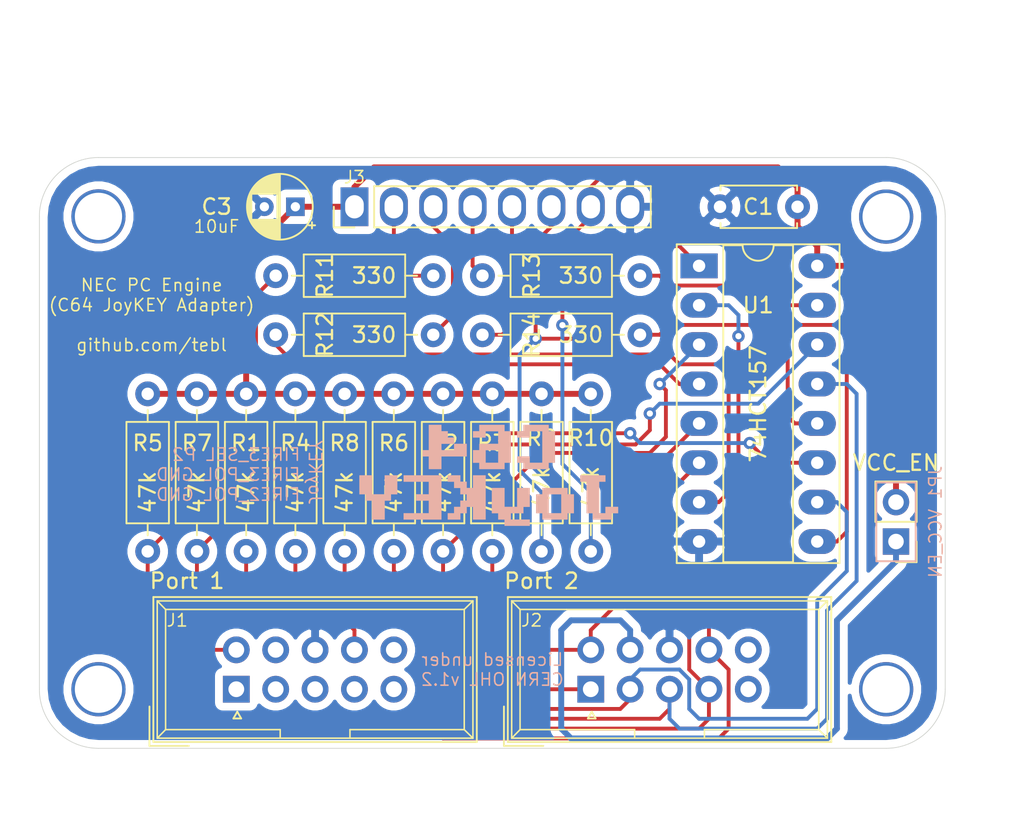
<source format=kicad_pcb>
(kicad_pcb (version 20171130) (host pcbnew "(5.1.8)-1")

  (general
    (thickness 1.6)
    (drawings 17)
    (tracks 225)
    (zones 0)
    (modules 26)
    (nets 22)
  )

  (page A4)
  (layers
    (0 F.Cu signal)
    (31 B.Cu signal)
    (32 B.Adhes user)
    (33 F.Adhes user)
    (34 B.Paste user)
    (35 F.Paste user)
    (36 B.SilkS user)
    (37 F.SilkS user)
    (38 B.Mask user)
    (39 F.Mask user)
    (40 Dwgs.User user)
    (41 Cmts.User user)
    (42 Eco1.User user)
    (43 Eco2.User user)
    (44 Edge.Cuts user)
    (45 Margin user)
    (46 B.CrtYd user)
    (47 F.CrtYd user)
    (48 B.Fab user)
    (49 F.Fab user)
  )

  (setup
    (last_trace_width 0.25)
    (trace_clearance 0.2)
    (zone_clearance 0.508)
    (zone_45_only no)
    (trace_min 0.2)
    (via_size 0.8)
    (via_drill 0.4)
    (via_min_size 0.4)
    (via_min_drill 0.3)
    (uvia_size 0.3)
    (uvia_drill 0.1)
    (uvias_allowed no)
    (uvia_min_size 0.2)
    (uvia_min_drill 0.1)
    (edge_width 0.05)
    (segment_width 0.2)
    (pcb_text_width 0.3)
    (pcb_text_size 1.5 1.5)
    (mod_edge_width 0.12)
    (mod_text_size 1 1)
    (mod_text_width 0.15)
    (pad_size 1.524 1.524)
    (pad_drill 0.762)
    (pad_to_mask_clearance 0)
    (aux_axis_origin 0 0)
    (visible_elements 7FFFFFFF)
    (pcbplotparams
      (layerselection 0x011fc_ffffffff)
      (usegerberextensions true)
      (usegerberattributes false)
      (usegerberadvancedattributes false)
      (creategerberjobfile false)
      (excludeedgelayer true)
      (linewidth 0.100000)
      (plotframeref false)
      (viasonmask false)
      (mode 1)
      (useauxorigin false)
      (hpglpennumber 1)
      (hpglpenspeed 20)
      (hpglpendiameter 15.000000)
      (psnegative false)
      (psa4output false)
      (plotreference true)
      (plotvalue true)
      (plotinvisibletext false)
      (padsonsilk false)
      (subtractmaskfromsilk false)
      (outputformat 1)
      (mirror false)
      (drillshape 0)
      (scaleselection 1)
      (outputdirectory "export/"))
  )

  (net 0 "")
  (net 1 GND)
  (net 2 VCC)
  (net 3 "Net-(J2-Pad7)")
  (net 4 /SELECT)
  (net 5 /RIGHT)
  (net 6 /LEFT)
  (net 7 /DOWN)
  (net 8 /UP)
  (net 9 /RUN)
  (net 10 /I)
  (net 11 /II)
  (net 12 D0)
  (net 13 D1)
  (net 14 D2)
  (net 15 D3)
  (net 16 SEL)
  (net 17 CLR)
  (net 18 "Net-(R11-Pad1)")
  (net 19 "Net-(R12-Pad1)")
  (net 20 "Net-(R13-Pad1)")
  (net 21 "Net-(R14-Pad1)")

  (net_class Default "This is the default net class."
    (clearance 0.2)
    (trace_width 0.25)
    (via_dia 0.8)
    (via_drill 0.4)
    (uvia_dia 0.3)
    (uvia_drill 0.1)
    (add_net /DOWN)
    (add_net /I)
    (add_net /II)
    (add_net /LEFT)
    (add_net /RIGHT)
    (add_net /RUN)
    (add_net /SELECT)
    (add_net /UP)
    (add_net CLR)
    (add_net D0)
    (add_net D1)
    (add_net D2)
    (add_net D3)
    (add_net GND)
    (add_net "Net-(R11-Pad1)")
    (add_net "Net-(R12-Pad1)")
    (add_net "Net-(R13-Pad1)")
    (add_net "Net-(R14-Pad1)")
    (add_net SEL)
  )

  (net_class PWR ""
    (clearance 0.2)
    (trace_width 0.381)
    (via_dia 0.8)
    (via_drill 0.4)
    (uvia_dia 0.3)
    (uvia_drill 0.1)
    (add_net "Net-(J2-Pad7)")
    (add_net VCC)
  )

  (module "NEC PC Engine:NEC_Output" (layer F.Cu) (tedit 62140898) (tstamp 62148D07)
    (at 135.255 76.835 90)
    (descr "Through hole straight pin header, 1x08, 2.54mm pitch, single row")
    (tags "Through hole pin header THT 1x08 2.54mm single row")
    (path /621539A5)
    (fp_text reference J3 (at 1.905 0 180) (layer F.SilkS)
      (effects (font (size 0.8 0.8) (thickness 0.1)))
    )
    (fp_text value "PC Engine" (at 0 20.11 90) (layer F.Fab)
      (effects (font (size 1 1) (thickness 0.15)))
    )
    (fp_line (start 1.8 -1.8) (end -1.8 -1.8) (layer F.CrtYd) (width 0.05))
    (fp_line (start 1.8 19.55) (end 1.8 -1.8) (layer F.CrtYd) (width 0.05))
    (fp_line (start -1.8 19.55) (end 1.8 19.55) (layer F.CrtYd) (width 0.05))
    (fp_line (start -1.8 -1.8) (end -1.8 19.55) (layer F.CrtYd) (width 0.05))
    (fp_line (start -1.33 -1.33) (end 0 -1.33) (layer F.SilkS) (width 0.12))
    (fp_line (start -1.33 0) (end -1.33 -1.33) (layer F.SilkS) (width 0.12))
    (fp_line (start -1.33 1.27) (end 1.33 1.27) (layer F.SilkS) (width 0.12))
    (fp_line (start 1.33 1.27) (end 1.33 19.11) (layer F.SilkS) (width 0.12))
    (fp_line (start -1.33 1.27) (end -1.33 19.11) (layer F.SilkS) (width 0.12))
    (fp_line (start -1.33 19.11) (end 1.33 19.11) (layer F.SilkS) (width 0.12))
    (fp_line (start -1.27 -0.635) (end -0.635 -1.27) (layer F.Fab) (width 0.1))
    (fp_line (start -1.27 19.05) (end -1.27 -0.635) (layer F.Fab) (width 0.1))
    (fp_line (start 1.27 19.05) (end -1.27 19.05) (layer F.Fab) (width 0.1))
    (fp_line (start 1.27 -1.27) (end 1.27 19.05) (layer F.Fab) (width 0.1))
    (fp_line (start -0.635 -1.27) (end 1.27 -1.27) (layer F.Fab) (width 0.1))
    (fp_text user %R (at 0 8.89 180) (layer F.Fab)
      (effects (font (size 1 1) (thickness 0.15)))
    )
    (pad 8 thru_hole oval (at 0 17.78 90) (size 2.5 1.8) (drill oval 1.5 1.2) (layers *.Cu *.Mask)
      (net 1 GND))
    (pad 7 thru_hole oval (at 0 15.24 90) (size 2.5 1.8) (drill oval 1.5 1.2) (layers *.Cu *.Mask)
      (net 17 CLR))
    (pad 6 thru_hole oval (at 0 12.7 90) (size 2.5 1.8) (drill oval 1.5 1.2) (layers *.Cu *.Mask)
      (net 16 SEL))
    (pad 5 thru_hole oval (at 0 10.16 90) (size 2.5 1.8) (drill oval 1.5 1.2) (layers *.Cu *.Mask)
      (net 15 D3))
    (pad 4 thru_hole oval (at 0 7.62 90) (size 2.5 1.8) (drill oval 1.5 1.2) (layers *.Cu *.Mask)
      (net 14 D2))
    (pad 3 thru_hole oval (at 0 5.08 90) (size 2.5 1.8) (drill oval 1.5 1.2) (layers *.Cu *.Mask)
      (net 13 D1))
    (pad 2 thru_hole oval (at 0 2.54 90) (size 2.5 1.8) (drill oval 1.5 1.2) (layers *.Cu *.Mask)
      (net 12 D0))
    (pad 1 thru_hole rect (at 0 0 90) (size 2.5 1.8) (drill oval 1.5 1.2) (layers *.Cu *.Mask)
      (net 2 VCC))
  )

  (module Resistor_THT:R_Axial_DIN0207_L6.3mm_D2.5mm_P10.16mm_Horizontal (layer F.Cu) (tedit 5AE5139B) (tstamp 603955F2)
    (at 131.445 88.9 270)
    (descr "Resistor, Axial_DIN0207 series, Axial, Horizontal, pin pitch=10.16mm, 0.25W = 1/4W, length*diameter=6.3*2.5mm^2, http://cdn-reichelt.de/documents/datenblatt/B400/1_4W%23YAG.pdf")
    (tags "Resistor Axial_DIN0207 series Axial Horizontal pin pitch 10.16mm 0.25W = 1/4W length 6.3mm diameter 2.5mm")
    (path /604F5537)
    (fp_text reference R4 (at 3.175 0 180) (layer F.SilkS)
      (effects (font (size 1 1) (thickness 0.15)))
    )
    (fp_text value 47k (at 6.35 0 90) (layer F.SilkS)
      (effects (font (size 1 1) (thickness 0.15)))
    )
    (fp_line (start 11.21 -1.5) (end -1.05 -1.5) (layer F.CrtYd) (width 0.05))
    (fp_line (start 11.21 1.5) (end 11.21 -1.5) (layer F.CrtYd) (width 0.05))
    (fp_line (start -1.05 1.5) (end 11.21 1.5) (layer F.CrtYd) (width 0.05))
    (fp_line (start -1.05 -1.5) (end -1.05 1.5) (layer F.CrtYd) (width 0.05))
    (fp_line (start 9.12 0) (end 8.35 0) (layer F.SilkS) (width 0.12))
    (fp_line (start 1.04 0) (end 1.81 0) (layer F.SilkS) (width 0.12))
    (fp_line (start 8.35 -1.37) (end 1.81 -1.37) (layer F.SilkS) (width 0.12))
    (fp_line (start 8.35 1.37) (end 8.35 -1.37) (layer F.SilkS) (width 0.12))
    (fp_line (start 1.81 1.37) (end 8.35 1.37) (layer F.SilkS) (width 0.12))
    (fp_line (start 1.81 -1.37) (end 1.81 1.37) (layer F.SilkS) (width 0.12))
    (fp_line (start 10.16 0) (end 8.23 0) (layer F.Fab) (width 0.1))
    (fp_line (start 0 0) (end 1.93 0) (layer F.Fab) (width 0.1))
    (fp_line (start 8.23 -1.25) (end 1.93 -1.25) (layer F.Fab) (width 0.1))
    (fp_line (start 8.23 1.25) (end 8.23 -1.25) (layer F.Fab) (width 0.1))
    (fp_line (start 1.93 1.25) (end 8.23 1.25) (layer F.Fab) (width 0.1))
    (fp_line (start 1.93 -1.25) (end 1.93 1.25) (layer F.Fab) (width 0.1))
    (fp_text user %R (at 3.175 0 180) (layer F.Fab)
      (effects (font (size 1 1) (thickness 0.15)))
    )
    (pad 1 thru_hole circle (at 0 0 270) (size 1.6 1.6) (drill 0.8) (layers *.Cu *.Mask)
      (net 2 VCC))
    (pad 2 thru_hole oval (at 10.16 0 270) (size 1.6 1.6) (drill 0.8) (layers *.Cu *.Mask)
      (net 5 /RIGHT))
    (model ${KISYS3DMOD}/Resistor_THT.3dshapes/R_Axial_DIN0207_L6.3mm_D2.5mm_P10.16mm_Horizontal.wrl
      (at (xyz 0 0 0))
      (scale (xyz 1 1 1))
      (rotate (xyz 0 0 0))
    )
  )

  (module logo:c64_joykey locked (layer B.Cu) (tedit 0) (tstamp 62142E6E)
    (at 144.145 93.98 180)
    (fp_text reference G*** (at 0 0) (layer B.SilkS) hide
      (effects (font (size 1.524 1.524) (thickness 0.3)) (justify mirror))
    )
    (fp_text value LOGO (at 0.75 0) (layer B.SilkS) hide
      (effects (font (size 1.524 1.524) (thickness 0.3)) (justify mirror))
    )
    (fp_poly (pts (xy -1.601802 -2.212012) (xy -0.788189 -2.212012) (xy -0.788189 -0.991592) (xy 0.025425 -0.991592)
      (xy 0.025425 -2.618819) (xy -0.381382 -2.618819) (xy -0.381382 -3.025626) (xy -0.788189 -3.025626)
      (xy -0.788189 -3.432433) (xy -2.415416 -3.432433) (xy -2.415416 -3.025626) (xy -1.194995 -3.025626)
      (xy -1.194995 -2.618819) (xy -2.008609 -2.618819) (xy -2.008609 -2.212012) (xy -2.415416 -2.212012)
      (xy -2.415416 -0.991592) (xy -1.601802 -0.991592) (xy -1.601802 -2.212012)) (layer B.SilkS) (width 0.01))
    (fp_poly (pts (xy -5.66987 -0.584785) (xy -6.076677 -0.584785) (xy -6.076677 -2.618819) (xy -6.483484 -2.618819)
      (xy -6.483484 -3.025626) (xy -7.703904 -3.025626) (xy -7.703904 -2.618819) (xy -8.110711 -2.618819)
      (xy -8.110711 -2.212012) (xy -7.297097 -2.212012) (xy -7.297097 -2.618819) (xy -6.890291 -2.618819)
      (xy -6.890291 -0.584785) (xy -7.297097 -0.584785) (xy -7.297097 -0.177978) (xy -5.66987 -0.177978)
      (xy -5.66987 -0.584785)) (layer B.SilkS) (width 0.01))
    (fp_poly (pts (xy -3.229029 -1.398399) (xy -2.822223 -1.398399) (xy -2.822223 -2.618819) (xy -3.229029 -2.618819)
      (xy -3.229029 -3.025626) (xy -4.856257 -3.025626) (xy -4.856257 -2.618819) (xy -5.263063 -2.618819)
      (xy -5.263063 -1.398399) (xy -4.856257 -1.398399) (xy -4.44945 -1.398399) (xy -4.44945 -2.618819)
      (xy -3.635836 -2.618819) (xy -3.635836 -1.398399) (xy -4.44945 -1.398399) (xy -4.856257 -1.398399)
      (xy -4.856257 -0.991592) (xy -3.229029 -0.991592) (xy -3.229029 -1.398399)) (layer B.SilkS) (width 0.01))
    (fp_poly (pts (xy 1.245846 -0.991592) (xy 1.652652 -0.991592) (xy 1.652652 -0.584785) (xy 2.059459 -0.584785)
      (xy 2.059459 -0.177978) (xy 2.873073 -0.177978) (xy 2.873073 -0.584785) (xy 2.466266 -0.584785)
      (xy 2.466266 -0.991592) (xy 2.059459 -0.991592) (xy 2.059459 -1.398399) (xy 1.652652 -1.398399)
      (xy 1.652652 -1.805206) (xy 2.059459 -1.805206) (xy 2.059459 -2.212012) (xy 2.466266 -2.212012)
      (xy 2.466266 -2.618819) (xy 2.873073 -2.618819) (xy 2.873073 -3.025626) (xy 2.059459 -3.025626)
      (xy 2.059459 -2.618819) (xy 1.652652 -2.618819) (xy 1.652652 -2.212012) (xy 1.245846 -2.212012)
      (xy 1.245846 -3.025626) (xy 0.432232 -3.025626) (xy 0.432232 -0.177978) (xy 1.245846 -0.177978)
      (xy 1.245846 -0.991592)) (layer B.SilkS) (width 0.01))
    (fp_poly (pts (xy 5.72072 -0.584785) (xy 4.093493 -0.584785) (xy 4.093493 -1.398399) (xy 4.907107 -1.398399)
      (xy 4.907107 -1.805206) (xy 4.093493 -1.805206) (xy 4.093493 -2.618819) (xy 5.72072 -2.618819)
      (xy 5.72072 -3.025626) (xy 3.27988 -3.025626) (xy 3.27988 -0.177978) (xy 5.72072 -0.177978)
      (xy 5.72072 -0.584785)) (layer B.SilkS) (width 0.01))
    (fp_poly (pts (xy 6.941141 -1.398399) (xy 7.754754 -1.398399) (xy 7.754754 -0.177978) (xy 8.568368 -0.177978)
      (xy 8.568368 -1.398399) (xy 8.161561 -1.398399) (xy 8.161561 -1.805206) (xy 7.754754 -1.805206)
      (xy 7.754754 -3.025626) (xy 6.941141 -3.025626) (xy 6.941141 -1.805206) (xy 6.534334 -1.805206)
      (xy 6.534334 -1.398399) (xy 6.127527 -1.398399) (xy 6.127527 -0.177978) (xy 6.941141 -0.177978)
      (xy 6.941141 -1.398399)) (layer B.SilkS) (width 0.01))
    (fp_poly (pts (xy -2.008609 2.669669) (xy -1.601802 2.669669) (xy -1.601802 2.262863) (xy -2.415416 2.262863)
      (xy -2.415416 2.669669) (xy -3.229029 2.669669) (xy -3.229029 0.635635) (xy -2.415416 0.635635)
      (xy -2.415416 1.042442) (xy -1.601802 1.042442) (xy -1.601802 0.635635) (xy -2.008609 0.635635)
      (xy -2.008609 0.228829) (xy -3.635836 0.228829) (xy -3.635836 0.635635) (xy -4.042643 0.635635)
      (xy -4.042643 2.669669) (xy -3.635836 2.669669) (xy -3.635836 3.076476) (xy -2.008609 3.076476)
      (xy -2.008609 2.669669)) (layer B.SilkS) (width 0.01))
    (fp_poly (pts (xy 0.839039 2.669669) (xy 1.245846 2.669669) (xy 1.245846 2.262863) (xy 0.432232 2.262863)
      (xy 0.432232 2.669669) (xy -0.381382 2.669669) (xy -0.381382 1.856056) (xy 0.839039 1.856056)
      (xy 0.839039 1.449249) (xy 1.245846 1.449249) (xy 1.245846 0.635635) (xy 0.839039 0.635635)
      (xy 0.839039 0.228829) (xy -0.788189 0.228829) (xy -0.788189 0.635635) (xy -1.194995 0.635635)
      (xy -1.194995 1.449249) (xy -0.381382 1.449249) (xy -0.381382 0.635635) (xy 0.432232 0.635635)
      (xy 0.432232 1.449249) (xy -0.381382 1.449249) (xy -1.194995 1.449249) (xy -1.194995 2.669669)
      (xy -0.788189 2.669669) (xy -0.788189 3.076476) (xy 0.839039 3.076476) (xy 0.839039 2.669669)) (layer B.SilkS) (width 0.01))
    (fp_poly (pts (xy 4.093493 1.449249) (xy 4.5003 1.449249) (xy 4.5003 1.042442) (xy 4.093493 1.042442)
      (xy 4.093493 0.228829) (xy 3.27988 0.228829) (xy 3.27988 1.042442) (xy 1.652652 1.042442)
      (xy 1.652652 1.856056) (xy 2.466266 1.856056) (xy 2.466266 1.449249) (xy 3.27988 1.449249)
      (xy 3.27988 1.856056) (xy 2.466266 1.856056) (xy 2.466266 2.262863) (xy 2.873073 2.262863)
      (xy 2.873073 2.669669) (xy 3.27988 2.669669) (xy 3.27988 3.076476) (xy 4.093493 3.076476)
      (xy 4.093493 1.449249)) (layer B.SilkS) (width 0.01))
  )

  (module "C64 IDC:IDC_Joystick" locked (layer F.Cu) (tedit 5FD29ED6) (tstamp 5FD2915C)
    (at 150.495 107.95 90)
    (descr "Through hole straight IDC box header, 2x05, 2.54mm pitch, double rows")
    (tags "Through hole IDC box header THT 2x05 2.54mm double row")
    (path /5FD1F19D)
    (fp_text reference J2 (at 4.445 -3.81 180) (layer F.SilkS)
      (effects (font (size 0.8 0.8) (thickness 0.1)))
    )
    (fp_text value "Port 2" (at 6.985 -3.175 180) (layer F.SilkS)
      (effects (font (size 1 1) (thickness 0.15)))
    )
    (fp_line (start -1.885438 0.3135) (end -1.885438 -0.1865) (layer F.SilkS) (width 0.12))
    (fp_line (start -1.885438 -0.1865) (end -1.452425 0.0635) (layer F.SilkS) (width 0.12))
    (fp_line (start -1.452425 0.0635) (end -1.885438 0.3135) (layer F.SilkS) (width 0.12))
    (fp_line (start -3.655 -5.6) (end -1.115 -5.6) (layer F.SilkS) (width 0.12))
    (fp_line (start -3.655 -5.6) (end -3.655 -3.06) (layer F.SilkS) (width 0.12))
    (fp_line (start -3.405 -5.35) (end 5.945 -5.35) (layer F.SilkS) (width 0.12))
    (fp_line (start -3.405 15.51) (end -3.405 -5.35) (layer F.SilkS) (width 0.12))
    (fp_line (start 5.945 15.51) (end -3.405 15.51) (layer F.SilkS) (width 0.12))
    (fp_line (start 5.945 -5.35) (end 5.945 15.51) (layer F.SilkS) (width 0.12))
    (fp_line (start -3.41 -5.35) (end 5.95 -5.35) (layer F.CrtYd) (width 0.05))
    (fp_line (start -3.41 15.51) (end -3.41 -5.35) (layer F.CrtYd) (width 0.05))
    (fp_line (start 5.95 15.51) (end -3.41 15.51) (layer F.CrtYd) (width 0.05))
    (fp_line (start 5.95 -5.35) (end 5.95 15.51) (layer F.CrtYd) (width 0.05))
    (fp_line (start -3.155 15.26) (end -2.605 14.7) (layer F.SilkS) (width 0.1))
    (fp_line (start -3.155 -5.1) (end -2.605 -4.56) (layer F.SilkS) (width 0.1))
    (fp_line (start 5.695 15.26) (end 5.145 14.7) (layer F.SilkS) (width 0.1))
    (fp_line (start 5.695 -5.1) (end 5.145 -4.56) (layer F.SilkS) (width 0.1))
    (fp_line (start 5.145 14.7) (end -2.605 14.7) (layer F.SilkS) (width 0.1))
    (fp_line (start 5.695 15.26) (end -3.155 15.26) (layer F.SilkS) (width 0.1))
    (fp_line (start 5.145 -4.56) (end -2.605 -4.56) (layer F.SilkS) (width 0.1))
    (fp_line (start 5.695 -5.1) (end -3.155 -5.1) (layer F.SilkS) (width 0.1))
    (fp_line (start -2.605 7.33) (end -3.155 7.33) (layer F.SilkS) (width 0.1))
    (fp_line (start -2.605 2.83) (end -3.155 2.83) (layer F.SilkS) (width 0.1))
    (fp_line (start -2.605 7.33) (end -2.605 14.7) (layer F.SilkS) (width 0.1))
    (fp_line (start -2.605 -4.56) (end -2.605 2.83) (layer F.SilkS) (width 0.1))
    (fp_line (start -3.155 -5.1) (end -3.155 15.26) (layer F.SilkS) (width 0.1))
    (fp_line (start 5.145 -4.56) (end 5.145 14.7) (layer F.SilkS) (width 0.1))
    (fp_line (start 5.695 -5.1) (end 5.695 15.26) (layer F.SilkS) (width 0.1))
    (fp_text user %R (at 1.27 5.08 90) (layer F.Fab)
      (effects (font (size 1 1) (thickness 0.15)))
    )
    (pad 10 thru_hole oval (at 2.54 10.16 90) (size 1.7272 1.7272) (drill 1.016) (layers *.Cu *.Mask))
    (pad 9 thru_hole oval (at 2.54 7.62 90) (size 1.7272 1.7272) (drill 1.016) (layers *.Cu *.Mask)
      (net 10 /I))
    (pad 8 thru_hole oval (at 2.54 5.08 90) (size 1.7272 1.7272) (drill 1.016) (layers *.Cu *.Mask)
      (net 1 GND))
    (pad 7 thru_hole oval (at 2.54 2.54 90) (size 1.7272 1.7272) (drill 1.016) (layers *.Cu *.Mask)
      (net 3 "Net-(J2-Pad7)"))
    (pad 6 thru_hole oval (at 2.54 0 90) (size 1.7272 1.7272) (drill 1.016) (layers *.Cu *.Mask)
      (net 11 /II))
    (pad 5 thru_hole oval (at 0 10.16 90) (size 1.7272 1.7272) (drill 1.016) (layers *.Cu *.Mask))
    (pad 4 thru_hole oval (at 0 7.62 90) (size 1.7272 1.7272) (drill 1.016) (layers *.Cu *.Mask)
      (net 5 /RIGHT))
    (pad 3 thru_hole oval (at 0 5.08 90) (size 1.7272 1.7272) (drill 1.016) (layers *.Cu *.Mask)
      (net 6 /LEFT))
    (pad 2 thru_hole oval (at 0 2.54 90) (size 1.7272 1.7272) (drill 1.016) (layers *.Cu *.Mask)
      (net 7 /DOWN))
    (pad 1 thru_hole rect (at 0 0 90) (size 1.7272 1.7272) (drill 1.016) (layers *.Cu *.Mask)
      (net 8 /UP))
    (model ${KISYS3DMOD}/Connector_IDC.3dshapes/IDC-Header_2x05_P2.54mm_Vertical.wrl
      (at (xyz 0 0 0))
      (scale (xyz 1 1 1))
      (rotate (xyz 0 0 0))
    )
  )

  (module Capacitor_THT:C_Disc_D4.7mm_W2.5mm_P5.00mm (layer F.Cu) (tedit 5AE50EF0) (tstamp 603972B4)
    (at 163.83 76.835 180)
    (descr "C, Disc series, Radial, pin pitch=5.00mm, , diameter*width=4.7*2.5mm^2, Capacitor, http://www.vishay.com/docs/45233/krseries.pdf")
    (tags "C Disc series Radial pin pitch 5.00mm  diameter 4.7mm width 2.5mm Capacitor")
    (path /6049A7C8)
    (fp_text reference C1 (at 2.54 0) (layer F.SilkS)
      (effects (font (size 1 1) (thickness 0.15)))
    )
    (fp_text value 100nF (at 2.5 2.5) (layer F.Fab)
      (effects (font (size 1 1) (thickness 0.15)))
    )
    (fp_line (start 6.05 -1.5) (end -1.05 -1.5) (layer F.CrtYd) (width 0.05))
    (fp_line (start 6.05 1.5) (end 6.05 -1.5) (layer F.CrtYd) (width 0.05))
    (fp_line (start -1.05 1.5) (end 6.05 1.5) (layer F.CrtYd) (width 0.05))
    (fp_line (start -1.05 -1.5) (end -1.05 1.5) (layer F.CrtYd) (width 0.05))
    (fp_line (start 4.97 1.055) (end 4.97 1.37) (layer F.SilkS) (width 0.12))
    (fp_line (start 4.97 -1.37) (end 4.97 -1.055) (layer F.SilkS) (width 0.12))
    (fp_line (start 0.03 1.055) (end 0.03 1.37) (layer F.SilkS) (width 0.12))
    (fp_line (start 0.03 -1.37) (end 0.03 -1.055) (layer F.SilkS) (width 0.12))
    (fp_line (start 0.03 1.37) (end 4.97 1.37) (layer F.SilkS) (width 0.12))
    (fp_line (start 0.03 -1.37) (end 4.97 -1.37) (layer F.SilkS) (width 0.12))
    (fp_line (start 4.85 -1.25) (end 0.15 -1.25) (layer F.Fab) (width 0.1))
    (fp_line (start 4.85 1.25) (end 4.85 -1.25) (layer F.Fab) (width 0.1))
    (fp_line (start 0.15 1.25) (end 4.85 1.25) (layer F.Fab) (width 0.1))
    (fp_line (start 0.15 -1.25) (end 0.15 1.25) (layer F.Fab) (width 0.1))
    (fp_text user %R (at 2.5 0) (layer F.Fab)
      (effects (font (size 0.94 0.94) (thickness 0.141)))
    )
    (pad 1 thru_hole circle (at 0 0 180) (size 1.6 1.6) (drill 0.8) (layers *.Cu *.Mask)
      (net 2 VCC))
    (pad 2 thru_hole circle (at 5 0 180) (size 1.6 1.6) (drill 0.8) (layers *.Cu *.Mask)
      (net 1 GND))
    (model ${KISYS3DMOD}/Capacitor_THT.3dshapes/C_Disc_D4.7mm_W2.5mm_P5.00mm.wrl
      (at (xyz 0 0 0))
      (scale (xyz 1 1 1))
      (rotate (xyz 0 0 0))
    )
  )

  (module "C64 IDC:IDC_Joystick" locked (layer F.Cu) (tedit 5FD29ED6) (tstamp 60386B73)
    (at 127.635 107.95 90)
    (descr "Through hole straight IDC box header, 2x05, 2.54mm pitch, double rows")
    (tags "Through hole IDC box header THT 2x05 2.54mm double row")
    (path /60386EDE)
    (fp_text reference J1 (at 4.445 -3.81 180) (layer F.SilkS)
      (effects (font (size 0.8 0.8) (thickness 0.1)))
    )
    (fp_text value "Port 1" (at 6.985 -3.175 180) (layer F.SilkS)
      (effects (font (size 1 1) (thickness 0.15)))
    )
    (fp_line (start -1.885438 0.3135) (end -1.885438 -0.1865) (layer F.SilkS) (width 0.12))
    (fp_line (start -1.885438 -0.1865) (end -1.452425 0.0635) (layer F.SilkS) (width 0.12))
    (fp_line (start -1.452425 0.0635) (end -1.885438 0.3135) (layer F.SilkS) (width 0.12))
    (fp_line (start -3.655 -5.6) (end -1.115 -5.6) (layer F.SilkS) (width 0.12))
    (fp_line (start -3.655 -5.6) (end -3.655 -3.06) (layer F.SilkS) (width 0.12))
    (fp_line (start -3.405 -5.35) (end 5.945 -5.35) (layer F.SilkS) (width 0.12))
    (fp_line (start -3.405 15.51) (end -3.405 -5.35) (layer F.SilkS) (width 0.12))
    (fp_line (start 5.945 15.51) (end -3.405 15.51) (layer F.SilkS) (width 0.12))
    (fp_line (start 5.945 -5.35) (end 5.945 15.51) (layer F.SilkS) (width 0.12))
    (fp_line (start -3.41 -5.35) (end 5.95 -5.35) (layer F.CrtYd) (width 0.05))
    (fp_line (start -3.41 15.51) (end -3.41 -5.35) (layer F.CrtYd) (width 0.05))
    (fp_line (start 5.95 15.51) (end -3.41 15.51) (layer F.CrtYd) (width 0.05))
    (fp_line (start 5.95 -5.35) (end 5.95 15.51) (layer F.CrtYd) (width 0.05))
    (fp_line (start -3.155 15.26) (end -2.605 14.7) (layer F.SilkS) (width 0.1))
    (fp_line (start -3.155 -5.1) (end -2.605 -4.56) (layer F.SilkS) (width 0.1))
    (fp_line (start 5.695 15.26) (end 5.145 14.7) (layer F.SilkS) (width 0.1))
    (fp_line (start 5.695 -5.1) (end 5.145 -4.56) (layer F.SilkS) (width 0.1))
    (fp_line (start 5.145 14.7) (end -2.605 14.7) (layer F.SilkS) (width 0.1))
    (fp_line (start 5.695 15.26) (end -3.155 15.26) (layer F.SilkS) (width 0.1))
    (fp_line (start 5.145 -4.56) (end -2.605 -4.56) (layer F.SilkS) (width 0.1))
    (fp_line (start 5.695 -5.1) (end -3.155 -5.1) (layer F.SilkS) (width 0.1))
    (fp_line (start -2.605 7.33) (end -3.155 7.33) (layer F.SilkS) (width 0.1))
    (fp_line (start -2.605 2.83) (end -3.155 2.83) (layer F.SilkS) (width 0.1))
    (fp_line (start -2.605 7.33) (end -2.605 14.7) (layer F.SilkS) (width 0.1))
    (fp_line (start -2.605 -4.56) (end -2.605 2.83) (layer F.SilkS) (width 0.1))
    (fp_line (start -3.155 -5.1) (end -3.155 15.26) (layer F.SilkS) (width 0.1))
    (fp_line (start 5.145 -4.56) (end 5.145 14.7) (layer F.SilkS) (width 0.1))
    (fp_line (start 5.695 -5.1) (end 5.695 15.26) (layer F.SilkS) (width 0.1))
    (fp_text user %R (at 1.27 5.08 90) (layer F.Fab)
      (effects (font (size 1 1) (thickness 0.15)))
    )
    (pad 1 thru_hole rect (at 0 0 90) (size 1.7272 1.7272) (drill 1.016) (layers *.Cu *.Mask))
    (pad 2 thru_hole oval (at 0 2.54 90) (size 1.7272 1.7272) (drill 1.016) (layers *.Cu *.Mask))
    (pad 3 thru_hole oval (at 0 5.08 90) (size 1.7272 1.7272) (drill 1.016) (layers *.Cu *.Mask))
    (pad 4 thru_hole oval (at 0 7.62 90) (size 1.7272 1.7272) (drill 1.016) (layers *.Cu *.Mask))
    (pad 5 thru_hole oval (at 0 10.16 90) (size 1.7272 1.7272) (drill 1.016) (layers *.Cu *.Mask))
    (pad 6 thru_hole oval (at 2.54 0 90) (size 1.7272 1.7272) (drill 1.016) (layers *.Cu *.Mask)
      (net 4 /SELECT))
    (pad 7 thru_hole oval (at 2.54 2.54 90) (size 1.7272 1.7272) (drill 1.016) (layers *.Cu *.Mask))
    (pad 8 thru_hole oval (at 2.54 5.08 90) (size 1.7272 1.7272) (drill 1.016) (layers *.Cu *.Mask)
      (net 1 GND))
    (pad 9 thru_hole oval (at 2.54 7.62 90) (size 1.7272 1.7272) (drill 1.016) (layers *.Cu *.Mask)
      (net 9 /RUN))
    (pad 10 thru_hole oval (at 2.54 10.16 90) (size 1.7272 1.7272) (drill 1.016) (layers *.Cu *.Mask))
    (model ${KISYS3DMOD}/Connector_IDC.3dshapes/IDC-Header_2x05_P2.54mm_Vertical.wrl
      (at (xyz 0 0 0))
      (scale (xyz 1 1 1))
      (rotate (xyz 0 0 0))
    )
  )

  (module mounting:M3_pin locked (layer F.Cu) (tedit 5F76331A) (tstamp 60387675)
    (at 118.745 107.95)
    (descr "module 1 pin (ou trou mecanique de percage)")
    (tags DEV)
    (path /604B1C82)
    (fp_text reference M1 (at 0 -3.048) (layer F.Fab) hide
      (effects (font (size 1 1) (thickness 0.15)))
    )
    (fp_text value Mounting (at 0 3) (layer F.Fab) hide
      (effects (font (size 1 1) (thickness 0.15)))
    )
    (fp_circle (center 0 0) (end 2 0.8) (layer F.Fab) (width 0.1))
    (fp_circle (center 0 0) (end 2.6 0) (layer F.CrtYd) (width 0.05))
    (pad 1 thru_hole circle (at 0 0) (size 3.5 3.5) (drill 3.048) (layers *.Cu *.Mask)
      (solder_mask_margin 0.8))
  )

  (module mounting:M3_pin locked (layer F.Cu) (tedit 5F76331A) (tstamp 6038767C)
    (at 169.545 107.95)
    (descr "module 1 pin (ou trou mecanique de percage)")
    (tags DEV)
    (path /604B204C)
    (fp_text reference M2 (at 0 -3.048) (layer F.Fab) hide
      (effects (font (size 1 1) (thickness 0.15)))
    )
    (fp_text value Mounting (at 0 3) (layer F.Fab) hide
      (effects (font (size 1 1) (thickness 0.15)))
    )
    (fp_circle (center 0 0) (end 2.6 0) (layer F.CrtYd) (width 0.05))
    (fp_circle (center 0 0) (end 2 0.8) (layer F.Fab) (width 0.1))
    (pad 1 thru_hole circle (at 0 0) (size 3.5 3.5) (drill 3.048) (layers *.Cu *.Mask)
      (solder_mask_margin 0.8))
  )

  (module mounting:M3_pin locked (layer F.Cu) (tedit 5F76331A) (tstamp 60387683)
    (at 169.545 77.47)
    (descr "module 1 pin (ou trou mecanique de percage)")
    (tags DEV)
    (path /604B239C)
    (fp_text reference M3 (at 0 -3.048) (layer F.Fab) hide
      (effects (font (size 1 1) (thickness 0.15)))
    )
    (fp_text value Mounting (at 0 3) (layer F.Fab) hide
      (effects (font (size 1 1) (thickness 0.15)))
    )
    (fp_circle (center 0 0) (end 2 0.8) (layer F.Fab) (width 0.1))
    (fp_circle (center 0 0) (end 2.6 0) (layer F.CrtYd) (width 0.05))
    (pad 1 thru_hole circle (at 0 0) (size 3.5 3.5) (drill 3.048) (layers *.Cu *.Mask)
      (solder_mask_margin 0.8))
  )

  (module mounting:M3_pin locked (layer F.Cu) (tedit 5F76331A) (tstamp 6038768A)
    (at 118.745 77.455001)
    (descr "module 1 pin (ou trou mecanique de percage)")
    (tags DEV)
    (path /604B26C5)
    (fp_text reference M4 (at 0 -3.048) (layer F.Fab) hide
      (effects (font (size 1 1) (thickness 0.15)))
    )
    (fp_text value Mounting (at 0 3) (layer F.Fab) hide
      (effects (font (size 1 1) (thickness 0.15)))
    )
    (fp_circle (center 0 0) (end 2.6 0) (layer F.CrtYd) (width 0.05))
    (fp_circle (center 0 0) (end 2 0.8) (layer F.Fab) (width 0.1))
    (pad 1 thru_hole circle (at 0 0) (size 3.5 3.5) (drill 3.048) (layers *.Cu *.Mask)
      (solder_mask_margin 0.8))
  )

  (module Connector_PinHeader_2.54mm:PinHeader_1x02_P2.54mm_Vertical (layer F.Cu) (tedit 59FED5CC) (tstamp 6038857F)
    (at 170.18 98.425 180)
    (descr "Through hole straight pin header, 1x02, 2.54mm pitch, single row")
    (tags "Through hole pin header THT 1x02 2.54mm single row")
    (path /604C213A)
    (fp_text reference JP1 (at 2.54 -1.27 270) (layer B.SilkS) hide
      (effects (font (size 0.8 0.8) (thickness 0.1)) (justify mirror))
    )
    (fp_text value VCC_EN (at 0 5.08) (layer F.SilkS)
      (effects (font (size 1 1) (thickness 0.15)))
    )
    (fp_line (start -0.635 -1.27) (end 1.27 -1.27) (layer F.Fab) (width 0.1))
    (fp_line (start 1.27 -1.27) (end 1.27 3.81) (layer F.Fab) (width 0.1))
    (fp_line (start 1.27 3.81) (end -1.27 3.81) (layer F.Fab) (width 0.1))
    (fp_line (start -1.27 3.81) (end -1.27 -0.635) (layer F.Fab) (width 0.1))
    (fp_line (start -1.27 -0.635) (end -0.635 -1.27) (layer F.Fab) (width 0.1))
    (fp_line (start -1.33 3.87) (end 1.33 3.87) (layer F.SilkS) (width 0.12))
    (fp_line (start -1.33 1.27) (end -1.33 3.87) (layer F.SilkS) (width 0.12))
    (fp_line (start 1.33 1.27) (end 1.33 3.87) (layer F.SilkS) (width 0.12))
    (fp_line (start -1.33 1.27) (end 1.33 1.27) (layer F.SilkS) (width 0.12))
    (fp_line (start -1.33 0) (end -1.33 -1.33) (layer F.SilkS) (width 0.12))
    (fp_line (start -1.33 -1.33) (end 0 -1.33) (layer F.SilkS) (width 0.12))
    (fp_line (start -1.8 -1.8) (end -1.8 4.35) (layer F.CrtYd) (width 0.05))
    (fp_line (start -1.8 4.35) (end 1.8 4.35) (layer F.CrtYd) (width 0.05))
    (fp_line (start 1.8 4.35) (end 1.8 -1.8) (layer F.CrtYd) (width 0.05))
    (fp_line (start 1.8 -1.8) (end -1.8 -1.8) (layer F.CrtYd) (width 0.05))
    (fp_text user %R (at 0 1.27 90) (layer F.Fab)
      (effects (font (size 1 1) (thickness 0.15)))
    )
    (pad 1 thru_hole rect (at 0 0 180) (size 1.7 1.7) (drill 1) (layers *.Cu *.Mask)
      (net 3 "Net-(J2-Pad7)"))
    (pad 2 thru_hole oval (at 0 2.54 180) (size 1.7 1.7) (drill 1) (layers *.Cu *.Mask)
      (net 2 VCC))
    (model ${KISYS3DMOD}/Connector_PinHeader_2.54mm.3dshapes/PinHeader_1x02_P2.54mm_Vertical.wrl
      (at (xyz 0 0 0))
      (scale (xyz 1 1 1))
      (rotate (xyz 0 0 0))
    )
  )

  (module Resistor_THT:R_Axial_DIN0207_L6.3mm_D2.5mm_P10.16mm_Horizontal (layer F.Cu) (tedit 5AE5139B) (tstamp 603955AD)
    (at 128.27 88.9 270)
    (descr "Resistor, Axial_DIN0207 series, Axial, Horizontal, pin pitch=10.16mm, 0.25W = 1/4W, length*diameter=6.3*2.5mm^2, http://cdn-reichelt.de/documents/datenblatt/B400/1_4W%23YAG.pdf")
    (tags "Resistor Axial_DIN0207 series Axial Horizontal pin pitch 10.16mm 0.25W = 1/4W length 6.3mm diameter 2.5mm")
    (path /604EB780)
    (fp_text reference R1 (at 3.175 0 180) (layer F.SilkS)
      (effects (font (size 1 1) (thickness 0.15)))
    )
    (fp_text value 47k (at 6.35 0 90) (layer F.SilkS)
      (effects (font (size 1 1) (thickness 0.15)))
    )
    (fp_line (start 1.93 -1.25) (end 1.93 1.25) (layer F.Fab) (width 0.1))
    (fp_line (start 1.93 1.25) (end 8.23 1.25) (layer F.Fab) (width 0.1))
    (fp_line (start 8.23 1.25) (end 8.23 -1.25) (layer F.Fab) (width 0.1))
    (fp_line (start 8.23 -1.25) (end 1.93 -1.25) (layer F.Fab) (width 0.1))
    (fp_line (start 0 0) (end 1.93 0) (layer F.Fab) (width 0.1))
    (fp_line (start 10.16 0) (end 8.23 0) (layer F.Fab) (width 0.1))
    (fp_line (start 1.81 -1.37) (end 1.81 1.37) (layer F.SilkS) (width 0.12))
    (fp_line (start 1.81 1.37) (end 8.35 1.37) (layer F.SilkS) (width 0.12))
    (fp_line (start 8.35 1.37) (end 8.35 -1.37) (layer F.SilkS) (width 0.12))
    (fp_line (start 8.35 -1.37) (end 1.81 -1.37) (layer F.SilkS) (width 0.12))
    (fp_line (start 1.04 0) (end 1.81 0) (layer F.SilkS) (width 0.12))
    (fp_line (start 9.12 0) (end 8.35 0) (layer F.SilkS) (width 0.12))
    (fp_line (start -1.05 -1.5) (end -1.05 1.5) (layer F.CrtYd) (width 0.05))
    (fp_line (start -1.05 1.5) (end 11.21 1.5) (layer F.CrtYd) (width 0.05))
    (fp_line (start 11.21 1.5) (end 11.21 -1.5) (layer F.CrtYd) (width 0.05))
    (fp_line (start 11.21 -1.5) (end -1.05 -1.5) (layer F.CrtYd) (width 0.05))
    (fp_text user %R (at 3.175 0 180) (layer F.Fab)
      (effects (font (size 1 1) (thickness 0.15)))
    )
    (pad 2 thru_hole oval (at 10.16 0 270) (size 1.6 1.6) (drill 0.8) (layers *.Cu *.Mask)
      (net 10 /I))
    (pad 1 thru_hole circle (at 0 0 270) (size 1.6 1.6) (drill 0.8) (layers *.Cu *.Mask)
      (net 2 VCC))
    (model ${KISYS3DMOD}/Resistor_THT.3dshapes/R_Axial_DIN0207_L6.3mm_D2.5mm_P10.16mm_Horizontal.wrl
      (at (xyz 0 0 0))
      (scale (xyz 1 1 1))
      (rotate (xyz 0 0 0))
    )
  )

  (module Resistor_THT:R_Axial_DIN0207_L6.3mm_D2.5mm_P10.16mm_Horizontal (layer F.Cu) (tedit 5AE5139B) (tstamp 603971CD)
    (at 140.97 88.9 270)
    (descr "Resistor, Axial_DIN0207 series, Axial, Horizontal, pin pitch=10.16mm, 0.25W = 1/4W, length*diameter=6.3*2.5mm^2, http://cdn-reichelt.de/documents/datenblatt/B400/1_4W%23YAG.pdf")
    (tags "Resistor Axial_DIN0207 series Axial Horizontal pin pitch 10.16mm 0.25W = 1/4W length 6.3mm diameter 2.5mm")
    (path /604F20EA)
    (fp_text reference R2 (at 3.175 0 180) (layer F.SilkS)
      (effects (font (size 1 1) (thickness 0.15)))
    )
    (fp_text value 47k (at 6.35 0 90) (layer F.SilkS)
      (effects (font (size 1 1) (thickness 0.15)))
    )
    (fp_line (start 11.21 -1.5) (end -1.05 -1.5) (layer F.CrtYd) (width 0.05))
    (fp_line (start 11.21 1.5) (end 11.21 -1.5) (layer F.CrtYd) (width 0.05))
    (fp_line (start -1.05 1.5) (end 11.21 1.5) (layer F.CrtYd) (width 0.05))
    (fp_line (start -1.05 -1.5) (end -1.05 1.5) (layer F.CrtYd) (width 0.05))
    (fp_line (start 9.12 0) (end 8.35 0) (layer F.SilkS) (width 0.12))
    (fp_line (start 1.04 0) (end 1.81 0) (layer F.SilkS) (width 0.12))
    (fp_line (start 8.35 -1.37) (end 1.81 -1.37) (layer F.SilkS) (width 0.12))
    (fp_line (start 8.35 1.37) (end 8.35 -1.37) (layer F.SilkS) (width 0.12))
    (fp_line (start 1.81 1.37) (end 8.35 1.37) (layer F.SilkS) (width 0.12))
    (fp_line (start 1.81 -1.37) (end 1.81 1.37) (layer F.SilkS) (width 0.12))
    (fp_line (start 10.16 0) (end 8.23 0) (layer F.Fab) (width 0.1))
    (fp_line (start 0 0) (end 1.93 0) (layer F.Fab) (width 0.1))
    (fp_line (start 8.23 -1.25) (end 1.93 -1.25) (layer F.Fab) (width 0.1))
    (fp_line (start 8.23 1.25) (end 8.23 -1.25) (layer F.Fab) (width 0.1))
    (fp_line (start 1.93 1.25) (end 8.23 1.25) (layer F.Fab) (width 0.1))
    (fp_line (start 1.93 -1.25) (end 1.93 1.25) (layer F.Fab) (width 0.1))
    (fp_text user %R (at 3.175 0 180) (layer F.Fab)
      (effects (font (size 1 1) (thickness 0.15)))
    )
    (pad 1 thru_hole circle (at 0 0 270) (size 1.6 1.6) (drill 0.8) (layers *.Cu *.Mask)
      (net 2 VCC))
    (pad 2 thru_hole oval (at 10.16 0 270) (size 1.6 1.6) (drill 0.8) (layers *.Cu *.Mask)
      (net 8 /UP))
    (model ${KISYS3DMOD}/Resistor_THT.3dshapes/R_Axial_DIN0207_L6.3mm_D2.5mm_P10.16mm_Horizontal.wrl
      (at (xyz 0 0 0))
      (scale (xyz 1 1 1))
      (rotate (xyz 0 0 0))
    )
  )

  (module Resistor_THT:R_Axial_DIN0207_L6.3mm_D2.5mm_P10.16mm_Horizontal (layer F.Cu) (tedit 5AE5139B) (tstamp 603955DB)
    (at 144.145 88.9 270)
    (descr "Resistor, Axial_DIN0207 series, Axial, Horizontal, pin pitch=10.16mm, 0.25W = 1/4W, length*diameter=6.3*2.5mm^2, http://cdn-reichelt.de/documents/datenblatt/B400/1_4W%23YAG.pdf")
    (tags "Resistor Axial_DIN0207 series Axial Horizontal pin pitch 10.16mm 0.25W = 1/4W length 6.3mm diameter 2.5mm")
    (path /604F3B9E)
    (fp_text reference R3 (at 3.175 0 180) (layer F.SilkS)
      (effects (font (size 1 1) (thickness 0.15)))
    )
    (fp_text value 47k (at 6.35 0 90) (layer F.SilkS)
      (effects (font (size 1 1) (thickness 0.15)))
    )
    (fp_line (start 1.93 -1.25) (end 1.93 1.25) (layer F.Fab) (width 0.1))
    (fp_line (start 1.93 1.25) (end 8.23 1.25) (layer F.Fab) (width 0.1))
    (fp_line (start 8.23 1.25) (end 8.23 -1.25) (layer F.Fab) (width 0.1))
    (fp_line (start 8.23 -1.25) (end 1.93 -1.25) (layer F.Fab) (width 0.1))
    (fp_line (start 0 0) (end 1.93 0) (layer F.Fab) (width 0.1))
    (fp_line (start 10.16 0) (end 8.23 0) (layer F.Fab) (width 0.1))
    (fp_line (start 1.81 -1.37) (end 1.81 1.37) (layer F.SilkS) (width 0.12))
    (fp_line (start 1.81 1.37) (end 8.35 1.37) (layer F.SilkS) (width 0.12))
    (fp_line (start 8.35 1.37) (end 8.35 -1.37) (layer F.SilkS) (width 0.12))
    (fp_line (start 8.35 -1.37) (end 1.81 -1.37) (layer F.SilkS) (width 0.12))
    (fp_line (start 1.04 0) (end 1.81 0) (layer F.SilkS) (width 0.12))
    (fp_line (start 9.12 0) (end 8.35 0) (layer F.SilkS) (width 0.12))
    (fp_line (start -1.05 -1.5) (end -1.05 1.5) (layer F.CrtYd) (width 0.05))
    (fp_line (start -1.05 1.5) (end 11.21 1.5) (layer F.CrtYd) (width 0.05))
    (fp_line (start 11.21 1.5) (end 11.21 -1.5) (layer F.CrtYd) (width 0.05))
    (fp_line (start 11.21 -1.5) (end -1.05 -1.5) (layer F.CrtYd) (width 0.05))
    (fp_text user %R (at 3.175 0 180) (layer F.Fab)
      (effects (font (size 1 1) (thickness 0.15)))
    )
    (pad 2 thru_hole oval (at 10.16 0 270) (size 1.6 1.6) (drill 0.8) (layers *.Cu *.Mask)
      (net 11 /II))
    (pad 1 thru_hole circle (at 0 0 270) (size 1.6 1.6) (drill 0.8) (layers *.Cu *.Mask)
      (net 2 VCC))
    (model ${KISYS3DMOD}/Resistor_THT.3dshapes/R_Axial_DIN0207_L6.3mm_D2.5mm_P10.16mm_Horizontal.wrl
      (at (xyz 0 0 0))
      (scale (xyz 1 1 1))
      (rotate (xyz 0 0 0))
    )
  )

  (module Resistor_THT:R_Axial_DIN0207_L6.3mm_D2.5mm_P10.16mm_Horizontal (layer F.Cu) (tedit 5AE5139B) (tstamp 603968F3)
    (at 121.92 88.9 270)
    (descr "Resistor, Axial_DIN0207 series, Axial, Horizontal, pin pitch=10.16mm, 0.25W = 1/4W, length*diameter=6.3*2.5mm^2, http://cdn-reichelt.de/documents/datenblatt/B400/1_4W%23YAG.pdf")
    (tags "Resistor Axial_DIN0207 series Axial Horizontal pin pitch 10.16mm 0.25W = 1/4W length 6.3mm diameter 2.5mm")
    (path /604F6EDD)
    (fp_text reference R5 (at 3.175 0) (layer F.SilkS)
      (effects (font (size 1 1) (thickness 0.15)))
    )
    (fp_text value 47k (at 6.35 0 90) (layer F.SilkS)
      (effects (font (size 1 1) (thickness 0.15)))
    )
    (fp_line (start 1.93 -1.25) (end 1.93 1.25) (layer F.Fab) (width 0.1))
    (fp_line (start 1.93 1.25) (end 8.23 1.25) (layer F.Fab) (width 0.1))
    (fp_line (start 8.23 1.25) (end 8.23 -1.25) (layer F.Fab) (width 0.1))
    (fp_line (start 8.23 -1.25) (end 1.93 -1.25) (layer F.Fab) (width 0.1))
    (fp_line (start 0 0) (end 1.93 0) (layer F.Fab) (width 0.1))
    (fp_line (start 10.16 0) (end 8.23 0) (layer F.Fab) (width 0.1))
    (fp_line (start 1.81 -1.37) (end 1.81 1.37) (layer F.SilkS) (width 0.12))
    (fp_line (start 1.81 1.37) (end 8.35 1.37) (layer F.SilkS) (width 0.12))
    (fp_line (start 8.35 1.37) (end 8.35 -1.37) (layer F.SilkS) (width 0.12))
    (fp_line (start 8.35 -1.37) (end 1.81 -1.37) (layer F.SilkS) (width 0.12))
    (fp_line (start 1.04 0) (end 1.81 0) (layer F.SilkS) (width 0.12))
    (fp_line (start 9.12 0) (end 8.35 0) (layer F.SilkS) (width 0.12))
    (fp_line (start -1.05 -1.5) (end -1.05 1.5) (layer F.CrtYd) (width 0.05))
    (fp_line (start -1.05 1.5) (end 11.21 1.5) (layer F.CrtYd) (width 0.05))
    (fp_line (start 11.21 1.5) (end 11.21 -1.5) (layer F.CrtYd) (width 0.05))
    (fp_line (start 11.21 -1.5) (end -1.05 -1.5) (layer F.CrtYd) (width 0.05))
    (fp_text user %R (at 3.175 0) (layer F.Fab)
      (effects (font (size 1 1) (thickness 0.15)))
    )
    (pad 2 thru_hole oval (at 10.16 0 270) (size 1.6 1.6) (drill 0.8) (layers *.Cu *.Mask)
      (net 4 /SELECT))
    (pad 1 thru_hole circle (at 0 0 270) (size 1.6 1.6) (drill 0.8) (layers *.Cu *.Mask)
      (net 2 VCC))
    (model ${KISYS3DMOD}/Resistor_THT.3dshapes/R_Axial_DIN0207_L6.3mm_D2.5mm_P10.16mm_Horizontal.wrl
      (at (xyz 0 0 0))
      (scale (xyz 1 1 1))
      (rotate (xyz 0 0 0))
    )
  )

  (module Resistor_THT:R_Axial_DIN0207_L6.3mm_D2.5mm_P10.16mm_Horizontal (layer F.Cu) (tedit 5AE5139B) (tstamp 603968B1)
    (at 137.795 88.9 270)
    (descr "Resistor, Axial_DIN0207 series, Axial, Horizontal, pin pitch=10.16mm, 0.25W = 1/4W, length*diameter=6.3*2.5mm^2, http://cdn-reichelt.de/documents/datenblatt/B400/1_4W%23YAG.pdf")
    (tags "Resistor Axial_DIN0207 series Axial Horizontal pin pitch 10.16mm 0.25W = 1/4W length 6.3mm diameter 2.5mm")
    (path /604F88BA)
    (fp_text reference R6 (at 3.175 0 180) (layer F.SilkS)
      (effects (font (size 1 1) (thickness 0.15)))
    )
    (fp_text value 47k (at 6.35 0 90) (layer F.SilkS)
      (effects (font (size 1 1) (thickness 0.15)))
    )
    (fp_line (start 11.21 -1.5) (end -1.05 -1.5) (layer F.CrtYd) (width 0.05))
    (fp_line (start 11.21 1.5) (end 11.21 -1.5) (layer F.CrtYd) (width 0.05))
    (fp_line (start -1.05 1.5) (end 11.21 1.5) (layer F.CrtYd) (width 0.05))
    (fp_line (start -1.05 -1.5) (end -1.05 1.5) (layer F.CrtYd) (width 0.05))
    (fp_line (start 9.12 0) (end 8.35 0) (layer F.SilkS) (width 0.12))
    (fp_line (start 1.04 0) (end 1.81 0) (layer F.SilkS) (width 0.12))
    (fp_line (start 8.35 -1.37) (end 1.81 -1.37) (layer F.SilkS) (width 0.12))
    (fp_line (start 8.35 1.37) (end 8.35 -1.37) (layer F.SilkS) (width 0.12))
    (fp_line (start 1.81 1.37) (end 8.35 1.37) (layer F.SilkS) (width 0.12))
    (fp_line (start 1.81 -1.37) (end 1.81 1.37) (layer F.SilkS) (width 0.12))
    (fp_line (start 10.16 0) (end 8.23 0) (layer F.Fab) (width 0.1))
    (fp_line (start 0 0) (end 1.93 0) (layer F.Fab) (width 0.1))
    (fp_line (start 8.23 -1.25) (end 1.93 -1.25) (layer F.Fab) (width 0.1))
    (fp_line (start 8.23 1.25) (end 8.23 -1.25) (layer F.Fab) (width 0.1))
    (fp_line (start 1.93 1.25) (end 8.23 1.25) (layer F.Fab) (width 0.1))
    (fp_line (start 1.93 -1.25) (end 1.93 1.25) (layer F.Fab) (width 0.1))
    (fp_text user %R (at 3.175 0 180) (layer F.Fab)
      (effects (font (size 1 1) (thickness 0.15)))
    )
    (pad 1 thru_hole circle (at 0 0 270) (size 1.6 1.6) (drill 0.8) (layers *.Cu *.Mask)
      (net 2 VCC))
    (pad 2 thru_hole oval (at 10.16 0 270) (size 1.6 1.6) (drill 0.8) (layers *.Cu *.Mask)
      (net 7 /DOWN))
    (model ${KISYS3DMOD}/Resistor_THT.3dshapes/R_Axial_DIN0207_L6.3mm_D2.5mm_P10.16mm_Horizontal.wrl
      (at (xyz 0 0 0))
      (scale (xyz 1 1 1))
      (rotate (xyz 0 0 0))
    )
  )

  (module Resistor_THT:R_Axial_DIN0207_L6.3mm_D2.5mm_P10.16mm_Horizontal (layer F.Cu) (tedit 5AE5139B) (tstamp 60395637)
    (at 125.095 88.9 270)
    (descr "Resistor, Axial_DIN0207 series, Axial, Horizontal, pin pitch=10.16mm, 0.25W = 1/4W, length*diameter=6.3*2.5mm^2, http://cdn-reichelt.de/documents/datenblatt/B400/1_4W%23YAG.pdf")
    (tags "Resistor Axial_DIN0207 series Axial Horizontal pin pitch 10.16mm 0.25W = 1/4W length 6.3mm diameter 2.5mm")
    (path /604FA2E7)
    (fp_text reference R7 (at 3.175 0 180) (layer F.SilkS)
      (effects (font (size 1 1) (thickness 0.15)))
    )
    (fp_text value 47k (at 6.35 0 90) (layer F.SilkS)
      (effects (font (size 1 1) (thickness 0.15)))
    )
    (fp_line (start 1.93 -1.25) (end 1.93 1.25) (layer F.Fab) (width 0.1))
    (fp_line (start 1.93 1.25) (end 8.23 1.25) (layer F.Fab) (width 0.1))
    (fp_line (start 8.23 1.25) (end 8.23 -1.25) (layer F.Fab) (width 0.1))
    (fp_line (start 8.23 -1.25) (end 1.93 -1.25) (layer F.Fab) (width 0.1))
    (fp_line (start 0 0) (end 1.93 0) (layer F.Fab) (width 0.1))
    (fp_line (start 10.16 0) (end 8.23 0) (layer F.Fab) (width 0.1))
    (fp_line (start 1.81 -1.37) (end 1.81 1.37) (layer F.SilkS) (width 0.12))
    (fp_line (start 1.81 1.37) (end 8.35 1.37) (layer F.SilkS) (width 0.12))
    (fp_line (start 8.35 1.37) (end 8.35 -1.37) (layer F.SilkS) (width 0.12))
    (fp_line (start 8.35 -1.37) (end 1.81 -1.37) (layer F.SilkS) (width 0.12))
    (fp_line (start 1.04 0) (end 1.81 0) (layer F.SilkS) (width 0.12))
    (fp_line (start 9.12 0) (end 8.35 0) (layer F.SilkS) (width 0.12))
    (fp_line (start -1.05 -1.5) (end -1.05 1.5) (layer F.CrtYd) (width 0.05))
    (fp_line (start -1.05 1.5) (end 11.21 1.5) (layer F.CrtYd) (width 0.05))
    (fp_line (start 11.21 1.5) (end 11.21 -1.5) (layer F.CrtYd) (width 0.05))
    (fp_line (start 11.21 -1.5) (end -1.05 -1.5) (layer F.CrtYd) (width 0.05))
    (fp_text user %R (at 3.175 0 180) (layer F.Fab)
      (effects (font (size 1 1) (thickness 0.15)))
    )
    (pad 2 thru_hole oval (at 10.16 0 270) (size 1.6 1.6) (drill 0.8) (layers *.Cu *.Mask)
      (net 9 /RUN))
    (pad 1 thru_hole circle (at 0 0 270) (size 1.6 1.6) (drill 0.8) (layers *.Cu *.Mask)
      (net 2 VCC))
    (model ${KISYS3DMOD}/Resistor_THT.3dshapes/R_Axial_DIN0207_L6.3mm_D2.5mm_P10.16mm_Horizontal.wrl
      (at (xyz 0 0 0))
      (scale (xyz 1 1 1))
      (rotate (xyz 0 0 0))
    )
  )

  (module Resistor_THT:R_Axial_DIN0207_L6.3mm_D2.5mm_P10.16mm_Horizontal (layer F.Cu) (tedit 5AE5139B) (tstamp 603978A9)
    (at 134.62 88.9 270)
    (descr "Resistor, Axial_DIN0207 series, Axial, Horizontal, pin pitch=10.16mm, 0.25W = 1/4W, length*diameter=6.3*2.5mm^2, http://cdn-reichelt.de/documents/datenblatt/B400/1_4W%23YAG.pdf")
    (tags "Resistor Axial_DIN0207 series Axial Horizontal pin pitch 10.16mm 0.25W = 1/4W length 6.3mm diameter 2.5mm")
    (path /604FBCC5)
    (fp_text reference R8 (at 3.175 0) (layer F.SilkS)
      (effects (font (size 1 1) (thickness 0.15)))
    )
    (fp_text value 47k (at 6.35 0 90) (layer F.SilkS)
      (effects (font (size 1 1) (thickness 0.15)))
    )
    (fp_line (start 11.21 -1.5) (end -1.05 -1.5) (layer F.CrtYd) (width 0.05))
    (fp_line (start 11.21 1.5) (end 11.21 -1.5) (layer F.CrtYd) (width 0.05))
    (fp_line (start -1.05 1.5) (end 11.21 1.5) (layer F.CrtYd) (width 0.05))
    (fp_line (start -1.05 -1.5) (end -1.05 1.5) (layer F.CrtYd) (width 0.05))
    (fp_line (start 9.12 0) (end 8.35 0) (layer F.SilkS) (width 0.12))
    (fp_line (start 1.04 0) (end 1.81 0) (layer F.SilkS) (width 0.12))
    (fp_line (start 8.35 -1.37) (end 1.81 -1.37) (layer F.SilkS) (width 0.12))
    (fp_line (start 8.35 1.37) (end 8.35 -1.37) (layer F.SilkS) (width 0.12))
    (fp_line (start 1.81 1.37) (end 8.35 1.37) (layer F.SilkS) (width 0.12))
    (fp_line (start 1.81 -1.37) (end 1.81 1.37) (layer F.SilkS) (width 0.12))
    (fp_line (start 10.16 0) (end 8.23 0) (layer F.Fab) (width 0.1))
    (fp_line (start 0 0) (end 1.93 0) (layer F.Fab) (width 0.1))
    (fp_line (start 8.23 -1.25) (end 1.93 -1.25) (layer F.Fab) (width 0.1))
    (fp_line (start 8.23 1.25) (end 8.23 -1.25) (layer F.Fab) (width 0.1))
    (fp_line (start 1.93 1.25) (end 8.23 1.25) (layer F.Fab) (width 0.1))
    (fp_line (start 1.93 -1.25) (end 1.93 1.25) (layer F.Fab) (width 0.1))
    (fp_text user %R (at 3.175 0) (layer F.Fab)
      (effects (font (size 1 1) (thickness 0.15)))
    )
    (pad 1 thru_hole circle (at 0 0 270) (size 1.6 1.6) (drill 0.8) (layers *.Cu *.Mask)
      (net 2 VCC))
    (pad 2 thru_hole oval (at 10.16 0 270) (size 1.6 1.6) (drill 0.8) (layers *.Cu *.Mask)
      (net 6 /LEFT))
    (model ${KISYS3DMOD}/Resistor_THT.3dshapes/R_Axial_DIN0207_L6.3mm_D2.5mm_P10.16mm_Horizontal.wrl
      (at (xyz 0 0 0))
      (scale (xyz 1 1 1))
      (rotate (xyz 0 0 0))
    )
  )

  (module Capacitor_THT:CP_Radial_D4.0mm_P2.00mm (layer F.Cu) (tedit 5AE50EF0) (tstamp 62140E76)
    (at 131.445 76.835 180)
    (descr "CP, Radial series, Radial, pin pitch=2.00mm, , diameter=4mm, Electrolytic Capacitor")
    (tags "CP Radial series Radial pin pitch 2.00mm  diameter 4mm Electrolytic Capacitor")
    (path /622FFD11)
    (fp_text reference C3 (at 5.08 0) (layer F.SilkS)
      (effects (font (size 1 1) (thickness 0.15)))
    )
    (fp_text value 10uF (at 5.08 -1.27) (layer F.SilkS)
      (effects (font (size 0.8 0.8) (thickness 0.1)))
    )
    (fp_circle (center 1 0) (end 3 0) (layer F.Fab) (width 0.1))
    (fp_circle (center 1 0) (end 3.12 0) (layer F.SilkS) (width 0.12))
    (fp_circle (center 1 0) (end 3.25 0) (layer F.CrtYd) (width 0.05))
    (fp_line (start -0.702554 -0.8675) (end -0.302554 -0.8675) (layer F.Fab) (width 0.1))
    (fp_line (start -0.502554 -1.0675) (end -0.502554 -0.6675) (layer F.Fab) (width 0.1))
    (fp_line (start 1 -2.08) (end 1 2.08) (layer F.SilkS) (width 0.12))
    (fp_line (start 1.04 -2.08) (end 1.04 2.08) (layer F.SilkS) (width 0.12))
    (fp_line (start 1.08 -2.079) (end 1.08 2.079) (layer F.SilkS) (width 0.12))
    (fp_line (start 1.12 -2.077) (end 1.12 2.077) (layer F.SilkS) (width 0.12))
    (fp_line (start 1.16 -2.074) (end 1.16 2.074) (layer F.SilkS) (width 0.12))
    (fp_line (start 1.2 -2.071) (end 1.2 -0.84) (layer F.SilkS) (width 0.12))
    (fp_line (start 1.2 0.84) (end 1.2 2.071) (layer F.SilkS) (width 0.12))
    (fp_line (start 1.24 -2.067) (end 1.24 -0.84) (layer F.SilkS) (width 0.12))
    (fp_line (start 1.24 0.84) (end 1.24 2.067) (layer F.SilkS) (width 0.12))
    (fp_line (start 1.28 -2.062) (end 1.28 -0.84) (layer F.SilkS) (width 0.12))
    (fp_line (start 1.28 0.84) (end 1.28 2.062) (layer F.SilkS) (width 0.12))
    (fp_line (start 1.32 -2.056) (end 1.32 -0.84) (layer F.SilkS) (width 0.12))
    (fp_line (start 1.32 0.84) (end 1.32 2.056) (layer F.SilkS) (width 0.12))
    (fp_line (start 1.36 -2.05) (end 1.36 -0.84) (layer F.SilkS) (width 0.12))
    (fp_line (start 1.36 0.84) (end 1.36 2.05) (layer F.SilkS) (width 0.12))
    (fp_line (start 1.4 -2.042) (end 1.4 -0.84) (layer F.SilkS) (width 0.12))
    (fp_line (start 1.4 0.84) (end 1.4 2.042) (layer F.SilkS) (width 0.12))
    (fp_line (start 1.44 -2.034) (end 1.44 -0.84) (layer F.SilkS) (width 0.12))
    (fp_line (start 1.44 0.84) (end 1.44 2.034) (layer F.SilkS) (width 0.12))
    (fp_line (start 1.48 -2.025) (end 1.48 -0.84) (layer F.SilkS) (width 0.12))
    (fp_line (start 1.48 0.84) (end 1.48 2.025) (layer F.SilkS) (width 0.12))
    (fp_line (start 1.52 -2.016) (end 1.52 -0.84) (layer F.SilkS) (width 0.12))
    (fp_line (start 1.52 0.84) (end 1.52 2.016) (layer F.SilkS) (width 0.12))
    (fp_line (start 1.56 -2.005) (end 1.56 -0.84) (layer F.SilkS) (width 0.12))
    (fp_line (start 1.56 0.84) (end 1.56 2.005) (layer F.SilkS) (width 0.12))
    (fp_line (start 1.6 -1.994) (end 1.6 -0.84) (layer F.SilkS) (width 0.12))
    (fp_line (start 1.6 0.84) (end 1.6 1.994) (layer F.SilkS) (width 0.12))
    (fp_line (start 1.64 -1.982) (end 1.64 -0.84) (layer F.SilkS) (width 0.12))
    (fp_line (start 1.64 0.84) (end 1.64 1.982) (layer F.SilkS) (width 0.12))
    (fp_line (start 1.68 -1.968) (end 1.68 -0.84) (layer F.SilkS) (width 0.12))
    (fp_line (start 1.68 0.84) (end 1.68 1.968) (layer F.SilkS) (width 0.12))
    (fp_line (start 1.721 -1.954) (end 1.721 -0.84) (layer F.SilkS) (width 0.12))
    (fp_line (start 1.721 0.84) (end 1.721 1.954) (layer F.SilkS) (width 0.12))
    (fp_line (start 1.761 -1.94) (end 1.761 -0.84) (layer F.SilkS) (width 0.12))
    (fp_line (start 1.761 0.84) (end 1.761 1.94) (layer F.SilkS) (width 0.12))
    (fp_line (start 1.801 -1.924) (end 1.801 -0.84) (layer F.SilkS) (width 0.12))
    (fp_line (start 1.801 0.84) (end 1.801 1.924) (layer F.SilkS) (width 0.12))
    (fp_line (start 1.841 -1.907) (end 1.841 -0.84) (layer F.SilkS) (width 0.12))
    (fp_line (start 1.841 0.84) (end 1.841 1.907) (layer F.SilkS) (width 0.12))
    (fp_line (start 1.881 -1.889) (end 1.881 -0.84) (layer F.SilkS) (width 0.12))
    (fp_line (start 1.881 0.84) (end 1.881 1.889) (layer F.SilkS) (width 0.12))
    (fp_line (start 1.921 -1.87) (end 1.921 -0.84) (layer F.SilkS) (width 0.12))
    (fp_line (start 1.921 0.84) (end 1.921 1.87) (layer F.SilkS) (width 0.12))
    (fp_line (start 1.961 -1.851) (end 1.961 -0.84) (layer F.SilkS) (width 0.12))
    (fp_line (start 1.961 0.84) (end 1.961 1.851) (layer F.SilkS) (width 0.12))
    (fp_line (start 2.001 -1.83) (end 2.001 -0.84) (layer F.SilkS) (width 0.12))
    (fp_line (start 2.001 0.84) (end 2.001 1.83) (layer F.SilkS) (width 0.12))
    (fp_line (start 2.041 -1.808) (end 2.041 -0.84) (layer F.SilkS) (width 0.12))
    (fp_line (start 2.041 0.84) (end 2.041 1.808) (layer F.SilkS) (width 0.12))
    (fp_line (start 2.081 -1.785) (end 2.081 -0.84) (layer F.SilkS) (width 0.12))
    (fp_line (start 2.081 0.84) (end 2.081 1.785) (layer F.SilkS) (width 0.12))
    (fp_line (start 2.121 -1.76) (end 2.121 -0.84) (layer F.SilkS) (width 0.12))
    (fp_line (start 2.121 0.84) (end 2.121 1.76) (layer F.SilkS) (width 0.12))
    (fp_line (start 2.161 -1.735) (end 2.161 -0.84) (layer F.SilkS) (width 0.12))
    (fp_line (start 2.161 0.84) (end 2.161 1.735) (layer F.SilkS) (width 0.12))
    (fp_line (start 2.201 -1.708) (end 2.201 -0.84) (layer F.SilkS) (width 0.12))
    (fp_line (start 2.201 0.84) (end 2.201 1.708) (layer F.SilkS) (width 0.12))
    (fp_line (start 2.241 -1.68) (end 2.241 -0.84) (layer F.SilkS) (width 0.12))
    (fp_line (start 2.241 0.84) (end 2.241 1.68) (layer F.SilkS) (width 0.12))
    (fp_line (start 2.281 -1.65) (end 2.281 -0.84) (layer F.SilkS) (width 0.12))
    (fp_line (start 2.281 0.84) (end 2.281 1.65) (layer F.SilkS) (width 0.12))
    (fp_line (start 2.321 -1.619) (end 2.321 -0.84) (layer F.SilkS) (width 0.12))
    (fp_line (start 2.321 0.84) (end 2.321 1.619) (layer F.SilkS) (width 0.12))
    (fp_line (start 2.361 -1.587) (end 2.361 -0.84) (layer F.SilkS) (width 0.12))
    (fp_line (start 2.361 0.84) (end 2.361 1.587) (layer F.SilkS) (width 0.12))
    (fp_line (start 2.401 -1.552) (end 2.401 -0.84) (layer F.SilkS) (width 0.12))
    (fp_line (start 2.401 0.84) (end 2.401 1.552) (layer F.SilkS) (width 0.12))
    (fp_line (start 2.441 -1.516) (end 2.441 -0.84) (layer F.SilkS) (width 0.12))
    (fp_line (start 2.441 0.84) (end 2.441 1.516) (layer F.SilkS) (width 0.12))
    (fp_line (start 2.481 -1.478) (end 2.481 -0.84) (layer F.SilkS) (width 0.12))
    (fp_line (start 2.481 0.84) (end 2.481 1.478) (layer F.SilkS) (width 0.12))
    (fp_line (start 2.521 -1.438) (end 2.521 -0.84) (layer F.SilkS) (width 0.12))
    (fp_line (start 2.521 0.84) (end 2.521 1.438) (layer F.SilkS) (width 0.12))
    (fp_line (start 2.561 -1.396) (end 2.561 -0.84) (layer F.SilkS) (width 0.12))
    (fp_line (start 2.561 0.84) (end 2.561 1.396) (layer F.SilkS) (width 0.12))
    (fp_line (start 2.601 -1.351) (end 2.601 -0.84) (layer F.SilkS) (width 0.12))
    (fp_line (start 2.601 0.84) (end 2.601 1.351) (layer F.SilkS) (width 0.12))
    (fp_line (start 2.641 -1.304) (end 2.641 -0.84) (layer F.SilkS) (width 0.12))
    (fp_line (start 2.641 0.84) (end 2.641 1.304) (layer F.SilkS) (width 0.12))
    (fp_line (start 2.681 -1.254) (end 2.681 -0.84) (layer F.SilkS) (width 0.12))
    (fp_line (start 2.681 0.84) (end 2.681 1.254) (layer F.SilkS) (width 0.12))
    (fp_line (start 2.721 -1.2) (end 2.721 -0.84) (layer F.SilkS) (width 0.12))
    (fp_line (start 2.721 0.84) (end 2.721 1.2) (layer F.SilkS) (width 0.12))
    (fp_line (start 2.761 -1.142) (end 2.761 -0.84) (layer F.SilkS) (width 0.12))
    (fp_line (start 2.761 0.84) (end 2.761 1.142) (layer F.SilkS) (width 0.12))
    (fp_line (start 2.801 -1.08) (end 2.801 -0.84) (layer F.SilkS) (width 0.12))
    (fp_line (start 2.801 0.84) (end 2.801 1.08) (layer F.SilkS) (width 0.12))
    (fp_line (start 2.841 -1.013) (end 2.841 1.013) (layer F.SilkS) (width 0.12))
    (fp_line (start 2.881 -0.94) (end 2.881 0.94) (layer F.SilkS) (width 0.12))
    (fp_line (start 2.921 -0.859) (end 2.921 0.859) (layer F.SilkS) (width 0.12))
    (fp_line (start 2.961 -0.768) (end 2.961 0.768) (layer F.SilkS) (width 0.12))
    (fp_line (start 3.001 -0.664) (end 3.001 0.664) (layer F.SilkS) (width 0.12))
    (fp_line (start 3.041 -0.537) (end 3.041 0.537) (layer F.SilkS) (width 0.12))
    (fp_line (start 3.081 -0.37) (end 3.081 0.37) (layer F.SilkS) (width 0.12))
    (fp_line (start -1.269801 -1.195) (end -0.869801 -1.195) (layer F.SilkS) (width 0.12))
    (fp_line (start -1.069801 -1.395) (end -1.069801 -0.995) (layer F.SilkS) (width 0.12))
    (fp_text user %R (at 1 0) (layer F.Fab)
      (effects (font (size 0.8 0.8) (thickness 0.12)))
    )
    (pad 1 thru_hole rect (at 0 0 180) (size 1.2 1.2) (drill 0.6) (layers *.Cu *.Mask)
      (net 2 VCC))
    (pad 2 thru_hole circle (at 2 0 180) (size 1.2 1.2) (drill 0.6) (layers *.Cu *.Mask)
      (net 1 GND))
    (model ${KISYS3DMOD}/Capacitor_THT.3dshapes/CP_Radial_D4.0mm_P2.00mm.wrl
      (at (xyz 0 0 0))
      (scale (xyz 1 1 1))
      (rotate (xyz 0 0 0))
    )
  )

  (module Resistor_THT:R_Axial_DIN0207_L6.3mm_D2.5mm_P10.16mm_Horizontal (layer F.Cu) (tedit 5AE5139B) (tstamp 62140EA9)
    (at 147.32 88.9 270)
    (descr "Resistor, Axial_DIN0207 series, Axial, Horizontal, pin pitch=10.16mm, 0.25W = 1/4W, length*diameter=6.3*2.5mm^2, http://cdn-reichelt.de/documents/datenblatt/B400/1_4W%23YAG.pdf")
    (tags "Resistor Axial_DIN0207 series Axial Horizontal pin pitch 10.16mm 0.25W = 1/4W length 6.3mm diameter 2.5mm")
    (path /6229394C)
    (fp_text reference R9 (at 2.844999 0) (layer F.SilkS)
      (effects (font (size 1 1) (thickness 0.15)))
    )
    (fp_text value 47k (at 6.019999 0 90) (layer F.SilkS)
      (effects (font (size 1 1) (thickness 0.15)))
    )
    (fp_line (start 11.21 -1.5) (end -1.05 -1.5) (layer F.CrtYd) (width 0.05))
    (fp_line (start 11.21 1.5) (end 11.21 -1.5) (layer F.CrtYd) (width 0.05))
    (fp_line (start -1.05 1.5) (end 11.21 1.5) (layer F.CrtYd) (width 0.05))
    (fp_line (start -1.05 -1.5) (end -1.05 1.5) (layer F.CrtYd) (width 0.05))
    (fp_line (start 9.12 0) (end 8.35 0) (layer F.SilkS) (width 0.12))
    (fp_line (start 1.04 0) (end 1.81 0) (layer F.SilkS) (width 0.12))
    (fp_line (start 8.35 -1.37) (end 1.81 -1.37) (layer F.SilkS) (width 0.12))
    (fp_line (start 8.35 1.37) (end 8.35 -1.37) (layer F.SilkS) (width 0.12))
    (fp_line (start 1.81 1.37) (end 8.35 1.37) (layer F.SilkS) (width 0.12))
    (fp_line (start 1.81 -1.37) (end 1.81 1.37) (layer F.SilkS) (width 0.12))
    (fp_line (start 10.16 0) (end 8.23 0) (layer F.Fab) (width 0.1))
    (fp_line (start 0 0) (end 1.93 0) (layer F.Fab) (width 0.1))
    (fp_line (start 8.23 -1.25) (end 1.93 -1.25) (layer F.Fab) (width 0.1))
    (fp_line (start 8.23 1.25) (end 8.23 -1.25) (layer F.Fab) (width 0.1))
    (fp_line (start 1.93 1.25) (end 8.23 1.25) (layer F.Fab) (width 0.1))
    (fp_line (start 1.93 -1.25) (end 1.93 1.25) (layer F.Fab) (width 0.1))
    (fp_text user %R (at 2.844999 0) (layer F.Fab)
      (effects (font (size 1 1) (thickness 0.15)))
    )
    (pad 2 thru_hole oval (at 10.16 0 270) (size 1.6 1.6) (drill 0.8) (layers *.Cu *.Mask)
      (net 16 SEL))
    (pad 1 thru_hole circle (at 0 0 270) (size 1.6 1.6) (drill 0.8) (layers *.Cu *.Mask)
      (net 2 VCC))
    (model ${KISYS3DMOD}/Resistor_THT.3dshapes/R_Axial_DIN0207_L6.3mm_D2.5mm_P10.16mm_Horizontal.wrl
      (at (xyz 0 0 0))
      (scale (xyz 1 1 1))
      (rotate (xyz 0 0 0))
    )
  )

  (module Resistor_THT:R_Axial_DIN0207_L6.3mm_D2.5mm_P10.16mm_Horizontal (layer F.Cu) (tedit 5AE5139B) (tstamp 62140EC0)
    (at 150.495 88.9 270)
    (descr "Resistor, Axial_DIN0207 series, Axial, Horizontal, pin pitch=10.16mm, 0.25W = 1/4W, length*diameter=6.3*2.5mm^2, http://cdn-reichelt.de/documents/datenblatt/B400/1_4W%23YAG.pdf")
    (tags "Resistor Axial_DIN0207 series Axial Horizontal pin pitch 10.16mm 0.25W = 1/4W length 6.3mm diameter 2.5mm")
    (path /62293952)
    (fp_text reference R10 (at 2.844999 0) (layer F.SilkS)
      (effects (font (size 1 1) (thickness 0.15)))
    )
    (fp_text value 47k (at 6.019999 0 90) (layer F.SilkS)
      (effects (font (size 1 1) (thickness 0.15)))
    )
    (fp_line (start 1.93 -1.25) (end 1.93 1.25) (layer F.Fab) (width 0.1))
    (fp_line (start 1.93 1.25) (end 8.23 1.25) (layer F.Fab) (width 0.1))
    (fp_line (start 8.23 1.25) (end 8.23 -1.25) (layer F.Fab) (width 0.1))
    (fp_line (start 8.23 -1.25) (end 1.93 -1.25) (layer F.Fab) (width 0.1))
    (fp_line (start 0 0) (end 1.93 0) (layer F.Fab) (width 0.1))
    (fp_line (start 10.16 0) (end 8.23 0) (layer F.Fab) (width 0.1))
    (fp_line (start 1.81 -1.37) (end 1.81 1.37) (layer F.SilkS) (width 0.12))
    (fp_line (start 1.81 1.37) (end 8.35 1.37) (layer F.SilkS) (width 0.12))
    (fp_line (start 8.35 1.37) (end 8.35 -1.37) (layer F.SilkS) (width 0.12))
    (fp_line (start 8.35 -1.37) (end 1.81 -1.37) (layer F.SilkS) (width 0.12))
    (fp_line (start 1.04 0) (end 1.81 0) (layer F.SilkS) (width 0.12))
    (fp_line (start 9.12 0) (end 8.35 0) (layer F.SilkS) (width 0.12))
    (fp_line (start -1.05 -1.5) (end -1.05 1.5) (layer F.CrtYd) (width 0.05))
    (fp_line (start -1.05 1.5) (end 11.21 1.5) (layer F.CrtYd) (width 0.05))
    (fp_line (start 11.21 1.5) (end 11.21 -1.5) (layer F.CrtYd) (width 0.05))
    (fp_line (start 11.21 -1.5) (end -1.05 -1.5) (layer F.CrtYd) (width 0.05))
    (fp_text user %R (at 2.844999 0) (layer F.Fab)
      (effects (font (size 1 1) (thickness 0.15)))
    )
    (pad 1 thru_hole circle (at 0 0 270) (size 1.6 1.6) (drill 0.8) (layers *.Cu *.Mask)
      (net 2 VCC))
    (pad 2 thru_hole oval (at 10.16 0 270) (size 1.6 1.6) (drill 0.8) (layers *.Cu *.Mask)
      (net 17 CLR))
    (model ${KISYS3DMOD}/Resistor_THT.3dshapes/R_Axial_DIN0207_L6.3mm_D2.5mm_P10.16mm_Horizontal.wrl
      (at (xyz 0 0 0))
      (scale (xyz 1 1 1))
      (rotate (xyz 0 0 0))
    )
  )

  (module Resistor_THT:R_Axial_DIN0207_L6.3mm_D2.5mm_P10.16mm_Horizontal (layer F.Cu) (tedit 5AE5139B) (tstamp 62142DF4)
    (at 130.175 81.28)
    (descr "Resistor, Axial_DIN0207 series, Axial, Horizontal, pin pitch=10.16mm, 0.25W = 1/4W, length*diameter=6.3*2.5mm^2, http://cdn-reichelt.de/documents/datenblatt/B400/1_4W%23YAG.pdf")
    (tags "Resistor Axial_DIN0207 series Axial Horizontal pin pitch 10.16mm 0.25W = 1/4W length 6.3mm diameter 2.5mm")
    (path /622725D9)
    (fp_text reference R11 (at 3.175 0 90) (layer F.SilkS)
      (effects (font (size 1 1) (thickness 0.15)))
    )
    (fp_text value 330 (at 6.35 0) (layer F.SilkS)
      (effects (font (size 1 1) (thickness 0.15)))
    )
    (fp_line (start 11.21 -1.5) (end -1.05 -1.5) (layer F.CrtYd) (width 0.05))
    (fp_line (start 11.21 1.5) (end 11.21 -1.5) (layer F.CrtYd) (width 0.05))
    (fp_line (start -1.05 1.5) (end 11.21 1.5) (layer F.CrtYd) (width 0.05))
    (fp_line (start -1.05 -1.5) (end -1.05 1.5) (layer F.CrtYd) (width 0.05))
    (fp_line (start 9.12 0) (end 8.35 0) (layer F.SilkS) (width 0.12))
    (fp_line (start 1.04 0) (end 1.81 0) (layer F.SilkS) (width 0.12))
    (fp_line (start 8.35 -1.37) (end 1.81 -1.37) (layer F.SilkS) (width 0.12))
    (fp_line (start 8.35 1.37) (end 8.35 -1.37) (layer F.SilkS) (width 0.12))
    (fp_line (start 1.81 1.37) (end 8.35 1.37) (layer F.SilkS) (width 0.12))
    (fp_line (start 1.81 -1.37) (end 1.81 1.37) (layer F.SilkS) (width 0.12))
    (fp_line (start 10.16 0) (end 8.23 0) (layer F.Fab) (width 0.1))
    (fp_line (start 0 0) (end 1.93 0) (layer F.Fab) (width 0.1))
    (fp_line (start 8.23 -1.25) (end 1.93 -1.25) (layer F.Fab) (width 0.1))
    (fp_line (start 8.23 1.25) (end 8.23 -1.25) (layer F.Fab) (width 0.1))
    (fp_line (start 1.93 1.25) (end 8.23 1.25) (layer F.Fab) (width 0.1))
    (fp_line (start 1.93 -1.25) (end 1.93 1.25) (layer F.Fab) (width 0.1))
    (fp_text user %R (at 3.175 0 90) (layer F.Fab)
      (effects (font (size 1 1) (thickness 0.15)))
    )
    (pad 2 thru_hole oval (at 10.16 0) (size 1.6 1.6) (drill 0.8) (layers *.Cu *.Mask)
      (net 12 D0))
    (pad 1 thru_hole circle (at 0 0) (size 1.6 1.6) (drill 0.8) (layers *.Cu *.Mask)
      (net 18 "Net-(R11-Pad1)"))
    (model ${KISYS3DMOD}/Resistor_THT.3dshapes/R_Axial_DIN0207_L6.3mm_D2.5mm_P10.16mm_Horizontal.wrl
      (at (xyz 0 0 0))
      (scale (xyz 1 1 1))
      (rotate (xyz 0 0 0))
    )
  )

  (module Resistor_THT:R_Axial_DIN0207_L6.3mm_D2.5mm_P10.16mm_Horizontal (layer F.Cu) (tedit 5AE5139B) (tstamp 62142D70)
    (at 130.175 85.09)
    (descr "Resistor, Axial_DIN0207 series, Axial, Horizontal, pin pitch=10.16mm, 0.25W = 1/4W, length*diameter=6.3*2.5mm^2, http://cdn-reichelt.de/documents/datenblatt/B400/1_4W%23YAG.pdf")
    (tags "Resistor Axial_DIN0207 series Axial Horizontal pin pitch 10.16mm 0.25W = 1/4W length 6.3mm diameter 2.5mm")
    (path /62278021)
    (fp_text reference R12 (at 3.175 0 90) (layer F.SilkS)
      (effects (font (size 1 1) (thickness 0.15)))
    )
    (fp_text value 330 (at 6.35 0) (layer F.SilkS)
      (effects (font (size 1 1) (thickness 0.15)))
    )
    (fp_line (start 1.93 -1.25) (end 1.93 1.25) (layer F.Fab) (width 0.1))
    (fp_line (start 1.93 1.25) (end 8.23 1.25) (layer F.Fab) (width 0.1))
    (fp_line (start 8.23 1.25) (end 8.23 -1.25) (layer F.Fab) (width 0.1))
    (fp_line (start 8.23 -1.25) (end 1.93 -1.25) (layer F.Fab) (width 0.1))
    (fp_line (start 0 0) (end 1.93 0) (layer F.Fab) (width 0.1))
    (fp_line (start 10.16 0) (end 8.23 0) (layer F.Fab) (width 0.1))
    (fp_line (start 1.81 -1.37) (end 1.81 1.37) (layer F.SilkS) (width 0.12))
    (fp_line (start 1.81 1.37) (end 8.35 1.37) (layer F.SilkS) (width 0.12))
    (fp_line (start 8.35 1.37) (end 8.35 -1.37) (layer F.SilkS) (width 0.12))
    (fp_line (start 8.35 -1.37) (end 1.81 -1.37) (layer F.SilkS) (width 0.12))
    (fp_line (start 1.04 0) (end 1.81 0) (layer F.SilkS) (width 0.12))
    (fp_line (start 9.12 0) (end 8.35 0) (layer F.SilkS) (width 0.12))
    (fp_line (start -1.05 -1.5) (end -1.05 1.5) (layer F.CrtYd) (width 0.05))
    (fp_line (start -1.05 1.5) (end 11.21 1.5) (layer F.CrtYd) (width 0.05))
    (fp_line (start 11.21 1.5) (end 11.21 -1.5) (layer F.CrtYd) (width 0.05))
    (fp_line (start 11.21 -1.5) (end -1.05 -1.5) (layer F.CrtYd) (width 0.05))
    (fp_text user %R (at 3.175 0 90) (layer F.Fab)
      (effects (font (size 1 1) (thickness 0.15)))
    )
    (pad 1 thru_hole circle (at 0 0) (size 1.6 1.6) (drill 0.8) (layers *.Cu *.Mask)
      (net 19 "Net-(R12-Pad1)"))
    (pad 2 thru_hole oval (at 10.16 0) (size 1.6 1.6) (drill 0.8) (layers *.Cu *.Mask)
      (net 13 D1))
    (model ${KISYS3DMOD}/Resistor_THT.3dshapes/R_Axial_DIN0207_L6.3mm_D2.5mm_P10.16mm_Horizontal.wrl
      (at (xyz 0 0 0))
      (scale (xyz 1 1 1))
      (rotate (xyz 0 0 0))
    )
  )

  (module Resistor_THT:R_Axial_DIN0207_L6.3mm_D2.5mm_P10.16mm_Horizontal (layer F.Cu) (tedit 5AE5139B) (tstamp 62142DB2)
    (at 153.67 81.28 180)
    (descr "Resistor, Axial_DIN0207 series, Axial, Horizontal, pin pitch=10.16mm, 0.25W = 1/4W, length*diameter=6.3*2.5mm^2, http://cdn-reichelt.de/documents/datenblatt/B400/1_4W%23YAG.pdf")
    (tags "Resistor Axial_DIN0207 series Axial Horizontal pin pitch 10.16mm 0.25W = 1/4W length 6.3mm diameter 2.5mm")
    (path /62279D94)
    (fp_text reference R13 (at 6.985 0 90) (layer F.SilkS)
      (effects (font (size 1 1) (thickness 0.15)))
    )
    (fp_text value 330 (at 3.81 0) (layer F.SilkS)
      (effects (font (size 1 1) (thickness 0.15)))
    )
    (fp_line (start 11.21 -1.5) (end -1.05 -1.5) (layer F.CrtYd) (width 0.05))
    (fp_line (start 11.21 1.5) (end 11.21 -1.5) (layer F.CrtYd) (width 0.05))
    (fp_line (start -1.05 1.5) (end 11.21 1.5) (layer F.CrtYd) (width 0.05))
    (fp_line (start -1.05 -1.5) (end -1.05 1.5) (layer F.CrtYd) (width 0.05))
    (fp_line (start 9.12 0) (end 8.35 0) (layer F.SilkS) (width 0.12))
    (fp_line (start 1.04 0) (end 1.81 0) (layer F.SilkS) (width 0.12))
    (fp_line (start 8.35 -1.37) (end 1.81 -1.37) (layer F.SilkS) (width 0.12))
    (fp_line (start 8.35 1.37) (end 8.35 -1.37) (layer F.SilkS) (width 0.12))
    (fp_line (start 1.81 1.37) (end 8.35 1.37) (layer F.SilkS) (width 0.12))
    (fp_line (start 1.81 -1.37) (end 1.81 1.37) (layer F.SilkS) (width 0.12))
    (fp_line (start 10.16 0) (end 8.23 0) (layer F.Fab) (width 0.1))
    (fp_line (start 0 0) (end 1.93 0) (layer F.Fab) (width 0.1))
    (fp_line (start 8.23 -1.25) (end 1.93 -1.25) (layer F.Fab) (width 0.1))
    (fp_line (start 8.23 1.25) (end 8.23 -1.25) (layer F.Fab) (width 0.1))
    (fp_line (start 1.93 1.25) (end 8.23 1.25) (layer F.Fab) (width 0.1))
    (fp_line (start 1.93 -1.25) (end 1.93 1.25) (layer F.Fab) (width 0.1))
    (fp_text user %R (at 6.985 0 90) (layer F.Fab)
      (effects (font (size 1 1) (thickness 0.15)))
    )
    (pad 2 thru_hole oval (at 10.16 0 180) (size 1.6 1.6) (drill 0.8) (layers *.Cu *.Mask)
      (net 14 D2))
    (pad 1 thru_hole circle (at 0 0 180) (size 1.6 1.6) (drill 0.8) (layers *.Cu *.Mask)
      (net 20 "Net-(R13-Pad1)"))
    (model ${KISYS3DMOD}/Resistor_THT.3dshapes/R_Axial_DIN0207_L6.3mm_D2.5mm_P10.16mm_Horizontal.wrl
      (at (xyz 0 0 0))
      (scale (xyz 1 1 1))
      (rotate (xyz 0 0 0))
    )
  )

  (module Resistor_THT:R_Axial_DIN0207_L6.3mm_D2.5mm_P10.16mm_Horizontal (layer F.Cu) (tedit 5AE5139B) (tstamp 62142E36)
    (at 153.67 85.09 180)
    (descr "Resistor, Axial_DIN0207 series, Axial, Horizontal, pin pitch=10.16mm, 0.25W = 1/4W, length*diameter=6.3*2.5mm^2, http://cdn-reichelt.de/documents/datenblatt/B400/1_4W%23YAG.pdf")
    (tags "Resistor Axial_DIN0207 series Axial Horizontal pin pitch 10.16mm 0.25W = 1/4W length 6.3mm diameter 2.5mm")
    (path /6227BA7F)
    (fp_text reference R14 (at 6.985 0 90) (layer F.SilkS)
      (effects (font (size 1 1) (thickness 0.15)))
    )
    (fp_text value 330 (at 3.81 0) (layer F.SilkS)
      (effects (font (size 1 1) (thickness 0.15)))
    )
    (fp_line (start 1.93 -1.25) (end 1.93 1.25) (layer F.Fab) (width 0.1))
    (fp_line (start 1.93 1.25) (end 8.23 1.25) (layer F.Fab) (width 0.1))
    (fp_line (start 8.23 1.25) (end 8.23 -1.25) (layer F.Fab) (width 0.1))
    (fp_line (start 8.23 -1.25) (end 1.93 -1.25) (layer F.Fab) (width 0.1))
    (fp_line (start 0 0) (end 1.93 0) (layer F.Fab) (width 0.1))
    (fp_line (start 10.16 0) (end 8.23 0) (layer F.Fab) (width 0.1))
    (fp_line (start 1.81 -1.37) (end 1.81 1.37) (layer F.SilkS) (width 0.12))
    (fp_line (start 1.81 1.37) (end 8.35 1.37) (layer F.SilkS) (width 0.12))
    (fp_line (start 8.35 1.37) (end 8.35 -1.37) (layer F.SilkS) (width 0.12))
    (fp_line (start 8.35 -1.37) (end 1.81 -1.37) (layer F.SilkS) (width 0.12))
    (fp_line (start 1.04 0) (end 1.81 0) (layer F.SilkS) (width 0.12))
    (fp_line (start 9.12 0) (end 8.35 0) (layer F.SilkS) (width 0.12))
    (fp_line (start -1.05 -1.5) (end -1.05 1.5) (layer F.CrtYd) (width 0.05))
    (fp_line (start -1.05 1.5) (end 11.21 1.5) (layer F.CrtYd) (width 0.05))
    (fp_line (start 11.21 1.5) (end 11.21 -1.5) (layer F.CrtYd) (width 0.05))
    (fp_line (start 11.21 -1.5) (end -1.05 -1.5) (layer F.CrtYd) (width 0.05))
    (fp_text user %R (at 6.985 0 90) (layer F.Fab)
      (effects (font (size 1 1) (thickness 0.15)))
    )
    (pad 1 thru_hole circle (at 0 0 180) (size 1.6 1.6) (drill 0.8) (layers *.Cu *.Mask)
      (net 21 "Net-(R14-Pad1)"))
    (pad 2 thru_hole oval (at 10.16 0 180) (size 1.6 1.6) (drill 0.8) (layers *.Cu *.Mask)
      (net 15 D3))
    (model ${KISYS3DMOD}/Resistor_THT.3dshapes/R_Axial_DIN0207_L6.3mm_D2.5mm_P10.16mm_Horizontal.wrl
      (at (xyz 0 0 0))
      (scale (xyz 1 1 1))
      (rotate (xyz 0 0 0))
    )
  )

  (module Package_DIP:DIP-16_W7.62mm_Socket_LongPads (layer F.Cu) (tedit 5A02E8C5) (tstamp 62140F48)
    (at 157.48 80.645)
    (descr "16-lead though-hole mounted DIP package, row spacing 7.62 mm (300 mils), Socket, LongPads")
    (tags "THT DIP DIL PDIP 2.54mm 7.62mm 300mil Socket LongPads")
    (path /6219C5F6)
    (fp_text reference U1 (at 3.81 2.54) (layer F.SilkS)
      (effects (font (size 1 1) (thickness 0.15)))
    )
    (fp_text value 74HCT157 (at 3.81 8.89 90) (layer F.SilkS)
      (effects (font (size 1 1) (thickness 0.15)))
    )
    (fp_line (start 1.635 -1.27) (end 6.985 -1.27) (layer F.Fab) (width 0.1))
    (fp_line (start 6.985 -1.27) (end 6.985 19.05) (layer F.Fab) (width 0.1))
    (fp_line (start 6.985 19.05) (end 0.635 19.05) (layer F.Fab) (width 0.1))
    (fp_line (start 0.635 19.05) (end 0.635 -0.27) (layer F.Fab) (width 0.1))
    (fp_line (start 0.635 -0.27) (end 1.635 -1.27) (layer F.Fab) (width 0.1))
    (fp_line (start -1.27 -1.33) (end -1.27 19.11) (layer F.Fab) (width 0.1))
    (fp_line (start -1.27 19.11) (end 8.89 19.11) (layer F.Fab) (width 0.1))
    (fp_line (start 8.89 19.11) (end 8.89 -1.33) (layer F.Fab) (width 0.1))
    (fp_line (start 8.89 -1.33) (end -1.27 -1.33) (layer F.Fab) (width 0.1))
    (fp_line (start 2.81 -1.33) (end 1.56 -1.33) (layer F.SilkS) (width 0.12))
    (fp_line (start 1.56 -1.33) (end 1.56 19.11) (layer F.SilkS) (width 0.12))
    (fp_line (start 1.56 19.11) (end 6.06 19.11) (layer F.SilkS) (width 0.12))
    (fp_line (start 6.06 19.11) (end 6.06 -1.33) (layer F.SilkS) (width 0.12))
    (fp_line (start 6.06 -1.33) (end 4.81 -1.33) (layer F.SilkS) (width 0.12))
    (fp_line (start -1.44 -1.39) (end -1.44 19.17) (layer F.SilkS) (width 0.12))
    (fp_line (start -1.44 19.17) (end 9.06 19.17) (layer F.SilkS) (width 0.12))
    (fp_line (start 9.06 19.17) (end 9.06 -1.39) (layer F.SilkS) (width 0.12))
    (fp_line (start 9.06 -1.39) (end -1.44 -1.39) (layer F.SilkS) (width 0.12))
    (fp_line (start -1.55 -1.6) (end -1.55 19.4) (layer F.CrtYd) (width 0.05))
    (fp_line (start -1.55 19.4) (end 9.15 19.4) (layer F.CrtYd) (width 0.05))
    (fp_line (start 9.15 19.4) (end 9.15 -1.6) (layer F.CrtYd) (width 0.05))
    (fp_line (start 9.15 -1.6) (end -1.55 -1.6) (layer F.CrtYd) (width 0.05))
    (fp_arc (start 3.81 -1.33) (end 2.81 -1.33) (angle -180) (layer F.SilkS) (width 0.12))
    (fp_text user %R (at 3.81 2.54) (layer F.Fab)
      (effects (font (size 1 1) (thickness 0.15)))
    )
    (pad 1 thru_hole rect (at 0 0) (size 2.4 1.6) (drill 0.8) (layers *.Cu *.Mask)
      (net 16 SEL))
    (pad 9 thru_hole oval (at 7.62 17.78) (size 2.4 1.6) (drill 0.8) (layers *.Cu *.Mask)
      (net 20 "Net-(R13-Pad1)"))
    (pad 2 thru_hole oval (at 0 2.54) (size 2.4 1.6) (drill 0.8) (layers *.Cu *.Mask)
      (net 10 /I))
    (pad 10 thru_hole oval (at 7.62 15.24) (size 2.4 1.6) (drill 0.8) (layers *.Cu *.Mask)
      (net 7 /DOWN))
    (pad 3 thru_hole oval (at 0 5.08) (size 2.4 1.6) (drill 0.8) (layers *.Cu *.Mask)
      (net 8 /UP))
    (pad 11 thru_hole oval (at 7.62 12.7) (size 2.4 1.6) (drill 0.8) (layers *.Cu *.Mask)
      (net 4 /SELECT))
    (pad 4 thru_hole oval (at 0 7.62) (size 2.4 1.6) (drill 0.8) (layers *.Cu *.Mask)
      (net 18 "Net-(R11-Pad1)"))
    (pad 12 thru_hole oval (at 7.62 10.16) (size 2.4 1.6) (drill 0.8) (layers *.Cu *.Mask)
      (net 21 "Net-(R14-Pad1)"))
    (pad 5 thru_hole oval (at 0 10.16) (size 2.4 1.6) (drill 0.8) (layers *.Cu *.Mask)
      (net 11 /II))
    (pad 13 thru_hole oval (at 7.62 7.62) (size 2.4 1.6) (drill 0.8) (layers *.Cu *.Mask)
      (net 6 /LEFT))
    (pad 6 thru_hole oval (at 0 12.7) (size 2.4 1.6) (drill 0.8) (layers *.Cu *.Mask)
      (net 5 /RIGHT))
    (pad 14 thru_hole oval (at 7.62 5.08) (size 2.4 1.6) (drill 0.8) (layers *.Cu *.Mask)
      (net 9 /RUN))
    (pad 7 thru_hole oval (at 0 15.24) (size 2.4 1.6) (drill 0.8) (layers *.Cu *.Mask)
      (net 19 "Net-(R12-Pad1)"))
    (pad 15 thru_hole oval (at 7.62 2.54) (size 2.4 1.6) (drill 0.8) (layers *.Cu *.Mask)
      (net 17 CLR))
    (pad 8 thru_hole oval (at 0 17.78) (size 2.4 1.6) (drill 0.8) (layers *.Cu *.Mask)
      (net 1 GND))
    (pad 16 thru_hole oval (at 7.62 0) (size 2.4 1.6) (drill 0.8) (layers *.Cu *.Mask)
      (net 2 VCC))
    (model ${KISYS3DMOD}/Package_DIP.3dshapes/DIP-16_W7.62mm_Socket.wrl
      (at (xyz 0 0 0))
      (scale (xyz 1 1 1))
      (rotate (xyz 0 0 0))
    )
  )

  (gr_text "JP1 VCC_EN" (at 172.72 97.155 90) (layer B.SilkS) (tstamp 603995F8)
    (effects (font (size 0.8 0.8) (thickness 0.1)) (justify mirror))
  )
  (gr_line (start 168.91 99.695) (end 168.91 94.615) (layer B.SilkS) (width 0.12) (tstamp 60398FB7))
  (gr_line (start 171.45 99.695) (end 168.91 99.695) (layer B.SilkS) (width 0.12))
  (gr_line (start 171.45 94.615) (end 171.45 99.695) (layer B.SilkS) (width 0.12))
  (gr_line (start 168.91 94.615) (end 171.45 94.615) (layer B.SilkS) (width 0.12))
  (gr_text "Licensed under\nCERN OHL v1.2" (at 144.145 106.68) (layer B.SilkS) (tstamp 60397956)
    (effects (font (size 0.8 0.8) (thickness 0.1)) (justify mirror))
  )
  (gr_arc (start 118.745 77.47) (end 118.745 73.66) (angle -90) (layer Edge.Cuts) (width 0.05) (tstamp 603876D0))
  (gr_arc (start 169.545 77.47) (end 173.355 77.47) (angle -90) (layer Edge.Cuts) (width 0.05) (tstamp 603876D0))
  (gr_arc (start 169.545 107.95) (end 169.545 111.76) (angle -90) (layer Edge.Cuts) (width 0.05) (tstamp 603876D0))
  (gr_line (start 118.745 73.66) (end 169.545 73.66) (layer Edge.Cuts) (width 0.05) (tstamp 60387510))
  (gr_arc (start 118.745 107.95) (end 114.935 107.95) (angle -90) (layer Edge.Cuts) (width 0.05) (tstamp 6038701B))
  (gr_line (start 118.745 111.76) (end 169.545 111.76) (layer Edge.Cuts) (width 0.05))
  (gr_line (start 173.355 107.95) (end 173.355 77.47) (layer Edge.Cuts) (width 0.05) (tstamp 60386FFA))
  (gr_line (start 114.935 107.95) (end 114.935 77.47) (layer Edge.Cuts) (width 0.05))
  (gr_text JoyKEY (at 132.715 93.98 270) (layer B.SilkS) (tstamp 5FD2C5BA)
    (effects (font (size 0.8 0.8) (thickness 0.1)) (justify mirror))
  )
  (gr_text "FIRE3_SEL P2\nFIRE3_POL GND\nFIRE2_POL GND" (at 131.826 94.107) (layer B.SilkS) (tstamp 621413E1)
    (effects (font (size 0.8 0.8) (thickness 0.1)) (justify left mirror))
  )
  (gr_text "NEC PC Engine\n(C64 JoyKEY Adapter)\n\ngithub.com/tebl" (at 122.174 83.82) (layer F.SilkS) (tstamp 6039869A)
    (effects (font (size 0.8 0.8) (thickness 0.1)))
  )

  (segment (start 134.62 88.9) (end 131.445 88.9) (width 0.381) (layer F.Cu) (net 2) (status 30))
  (segment (start 137.795 88.9) (end 136.2075 88.9) (width 0.381) (layer F.Cu) (net 2) (status 10))
  (segment (start 136.2075 88.9) (end 134.62 88.9) (width 0.381) (layer F.Cu) (net 2) (status 20))
  (segment (start 128.27 88.9) (end 131.445 88.9) (width 0.381) (layer F.Cu) (net 2) (status 30))
  (segment (start 128.27 88.9) (end 125.095 88.9) (width 0.381) (layer F.Cu) (net 2) (status 30))
  (segment (start 125.095 88.9) (end 121.92 88.9) (width 0.381) (layer F.Cu) (net 2) (status 30))
  (segment (start 163.83 78.105) (end 163.83 76.835) (width 0.381) (layer F.Cu) (net 2) (status 20))
  (segment (start 165.1 79.375) (end 163.83 78.105) (width 0.381) (layer F.Cu) (net 2))
  (segment (start 165.1 80.645) (end 165.1 79.375) (width 0.381) (layer F.Cu) (net 2) (status 10))
  (segment (start 169.545 80.645) (end 165.1 80.645) (width 0.381) (layer F.Cu) (net 2) (status 20))
  (segment (start 170.18 81.28) (end 169.545 80.645) (width 0.381) (layer F.Cu) (net 2))
  (segment (start 170.18 95.885) (end 170.18 81.28) (width 0.381) (layer F.Cu) (net 2) (status 10))
  (segment (start 137.795 88.9) (end 140.97 88.9) (width 0.381) (layer F.Cu) (net 2) (status 30))
  (segment (start 140.97 88.9) (end 144.145 88.9) (width 0.381) (layer F.Cu) (net 2) (status 30))
  (segment (start 144.145 88.9) (end 147.32 88.9) (width 0.381) (layer F.Cu) (net 2) (status 30))
  (segment (start 135.255 76.835) (end 131.445 76.835) (width 0.381) (layer F.Cu) (net 2) (status 30))
  (segment (start 147.32 88.9) (end 150.495 88.9) (width 0.381) (layer F.Cu) (net 2) (status 30))
  (segment (start 128.905 79.375) (end 131.445 76.835) (width 0.381) (layer F.Cu) (net 2) (status 20))
  (segment (start 128.27 80.01) (end 128.905 79.375) (width 0.381) (layer F.Cu) (net 2))
  (segment (start 128.27 88.9) (end 128.27 80.01) (width 0.381) (layer F.Cu) (net 2) (status 10))
  (segment (start 135.255 75.565) (end 135.255 76.835) (width 0.381) (layer F.Cu) (net 2) (status 20))
  (segment (start 136.525 74.295) (end 135.255 75.565) (width 0.381) (layer F.Cu) (net 2))
  (segment (start 162.56 74.295) (end 136.525 74.295) (width 0.381) (layer F.Cu) (net 2))
  (segment (start 163.83 75.565) (end 162.56 74.295) (width 0.381) (layer F.Cu) (net 2))
  (segment (start 163.83 76.835) (end 163.83 75.565) (width 0.381) (layer F.Cu) (net 2) (status 10))
  (segment (start 170.18 99.695) (end 170.18 98.425) (width 0.381) (layer B.Cu) (net 3) (status 20))
  (segment (start 166.37 110.49) (end 166.37 103.505) (width 0.381) (layer B.Cu) (net 3))
  (segment (start 166.37 103.505) (end 170.18 99.695) (width 0.381) (layer B.Cu) (net 3))
  (segment (start 165.735 111.125) (end 166.37 110.49) (width 0.381) (layer B.Cu) (net 3))
  (segment (start 149.225 111.125) (end 165.735 111.125) (width 0.381) (layer B.Cu) (net 3))
  (segment (start 148.59 110.49) (end 149.225 111.125) (width 0.381) (layer B.Cu) (net 3))
  (segment (start 148.59 104.14) (end 148.59 110.49) (width 0.381) (layer B.Cu) (net 3))
  (segment (start 149.225 103.505) (end 148.59 104.14) (width 0.381) (layer B.Cu) (net 3))
  (segment (start 152.4 103.505) (end 149.225 103.505) (width 0.381) (layer B.Cu) (net 3))
  (segment (start 153.035 104.14) (end 152.4 103.505) (width 0.381) (layer B.Cu) (net 3))
  (segment (start 153.035 105.41) (end 153.035 104.14) (width 0.381) (layer B.Cu) (net 3) (status 10))
  (segment (start 122.555 105.41) (end 127.635 105.41) (width 0.25) (layer F.Cu) (net 4) (status 20))
  (segment (start 121.92 104.775) (end 122.555 105.41) (width 0.25) (layer F.Cu) (net 4))
  (segment (start 121.92 99.06) (end 121.92 104.775) (width 0.25) (layer F.Cu) (net 4) (status 10))
  (via (at 160.745 92.075) (size 0.8) (drill 0.4) (layers F.Cu B.Cu) (net 4))
  (segment (start 162.015 93.345) (end 160.745 92.075) (width 0.25) (layer F.Cu) (net 4))
  (segment (start 165.1 93.345) (end 162.015 93.345) (width 0.25) (layer F.Cu) (net 4) (status 10))
  (via (at 153.035 91.44) (size 0.8) (drill 0.4) (layers F.Cu B.Cu) (net 4))
  (segment (start 121.92 99.06) (end 129.54 91.44) (width 0.25) (layer F.Cu) (net 4) (status 10))
  (segment (start 129.54 91.44) (end 153.035 91.44) (width 0.25) (layer F.Cu) (net 4))
  (segment (start 160.745 92.075) (end 153.67 92.075) (width 0.25) (layer B.Cu) (net 4))
  (segment (start 153.67 92.075) (end 153.035 91.44) (width 0.25) (layer B.Cu) (net 4))
  (segment (start 158.115 109.855) (end 158.115 107.95) (width 0.25) (layer F.Cu) (net 5) (status 20))
  (segment (start 157.48 110.49) (end 158.115 109.855) (width 0.25) (layer F.Cu) (net 5))
  (segment (start 141.605 110.49) (end 157.48 110.49) (width 0.25) (layer F.Cu) (net 5))
  (segment (start 140.97 109.855) (end 141.605 110.49) (width 0.25) (layer F.Cu) (net 5))
  (segment (start 138.43 102.235) (end 140.97 104.775) (width 0.25) (layer F.Cu) (net 5))
  (segment (start 132.08 102.235) (end 138.43 102.235) (width 0.25) (layer F.Cu) (net 5))
  (segment (start 140.97 104.775) (end 140.97 109.855) (width 0.25) (layer F.Cu) (net 5))
  (segment (start 131.445 101.6) (end 132.08 102.235) (width 0.25) (layer F.Cu) (net 5))
  (segment (start 131.445 99.06) (end 131.445 101.6) (width 0.25) (layer F.Cu) (net 5) (status 10))
  (segment (start 155.575 95.25) (end 157.48 93.345) (width 0.25) (layer F.Cu) (net 5) (status 20))
  (segment (start 155.575 99.695) (end 155.575 95.25) (width 0.25) (layer F.Cu) (net 5))
  (segment (start 156.845 100.965) (end 155.575 99.695) (width 0.25) (layer F.Cu) (net 5))
  (segment (start 156.845 106.68) (end 156.845 100.965) (width 0.25) (layer F.Cu) (net 5))
  (segment (start 158.115 107.95) (end 156.845 106.68) (width 0.25) (layer F.Cu) (net 5) (status 10))
  (segment (start 155.575 109.22) (end 155.575 107.95) (width 0.25) (layer F.Cu) (net 6) (status 20))
  (segment (start 154.94 109.855) (end 155.575 109.22) (width 0.25) (layer F.Cu) (net 6))
  (segment (start 141.605 109.22) (end 142.24 109.855) (width 0.25) (layer F.Cu) (net 6))
  (segment (start 141.605 104.14) (end 141.605 109.22) (width 0.25) (layer F.Cu) (net 6))
  (segment (start 139.065 101.6) (end 141.605 104.14) (width 0.25) (layer F.Cu) (net 6))
  (segment (start 142.24 109.855) (end 154.94 109.855) (width 0.25) (layer F.Cu) (net 6))
  (segment (start 135.255 101.6) (end 139.065 101.6) (width 0.25) (layer F.Cu) (net 6))
  (segment (start 134.62 100.965) (end 135.255 101.6) (width 0.25) (layer F.Cu) (net 6))
  (segment (start 134.62 99.06) (end 134.62 100.965) (width 0.25) (layer F.Cu) (net 6) (status 10))
  (segment (start 167.64 88.9) (end 167.005 88.265) (width 0.25) (layer B.Cu) (net 6))
  (segment (start 167.005 88.265) (end 165.1 88.265) (width 0.25) (layer B.Cu) (net 6) (status 20))
  (segment (start 167.64 100.965) (end 167.64 88.9) (width 0.25) (layer B.Cu) (net 6))
  (segment (start 165.735 109.855) (end 165.735 102.87) (width 0.25) (layer B.Cu) (net 6))
  (segment (start 165.1 110.49) (end 165.735 109.855) (width 0.25) (layer B.Cu) (net 6))
  (segment (start 156.21 110.49) (end 165.1 110.49) (width 0.25) (layer B.Cu) (net 6))
  (segment (start 155.575 109.855) (end 156.21 110.49) (width 0.25) (layer B.Cu) (net 6))
  (segment (start 165.735 102.87) (end 167.64 100.965) (width 0.25) (layer B.Cu) (net 6))
  (segment (start 155.575 107.95) (end 155.575 109.855) (width 0.25) (layer B.Cu) (net 6) (status 10))
  (segment (start 138.43 100.965) (end 137.795 100.33) (width 0.25) (layer F.Cu) (net 7))
  (segment (start 139.7 100.965) (end 138.43 100.965) (width 0.25) (layer F.Cu) (net 7))
  (segment (start 142.24 103.505) (end 139.7 100.965) (width 0.25) (layer F.Cu) (net 7))
  (segment (start 142.24 108.585) (end 142.24 103.505) (width 0.25) (layer F.Cu) (net 7))
  (segment (start 142.875 109.22) (end 142.24 108.585) (width 0.25) (layer F.Cu) (net 7))
  (segment (start 152.4 109.22) (end 142.875 109.22) (width 0.25) (layer F.Cu) (net 7))
  (segment (start 137.795 100.33) (end 137.795 99.06) (width 0.25) (layer F.Cu) (net 7) (status 20))
  (segment (start 153.035 108.585) (end 152.4 109.22) (width 0.25) (layer F.Cu) (net 7) (status 10))
  (segment (start 153.035 107.95) (end 153.035 108.585) (width 0.25) (layer F.Cu) (net 7) (status 30))
  (segment (start 167.005 100.33) (end 167.005 96.52) (width 0.25) (layer B.Cu) (net 7))
  (segment (start 166.37 95.885) (end 165.1 95.885) (width 0.25) (layer B.Cu) (net 7) (status 20))
  (segment (start 165.1 102.235) (end 167.005 100.33) (width 0.25) (layer B.Cu) (net 7))
  (segment (start 167.005 96.52) (end 166.37 95.885) (width 0.25) (layer B.Cu) (net 7))
  (segment (start 164.465 109.855) (end 165.1 109.22) (width 0.25) (layer B.Cu) (net 7))
  (segment (start 156.845 109.22) (end 157.48 109.855) (width 0.25) (layer B.Cu) (net 7))
  (segment (start 156.845 107.315) (end 156.845 109.22) (width 0.25) (layer B.Cu) (net 7))
  (segment (start 156.21 106.68) (end 156.845 107.315) (width 0.25) (layer B.Cu) (net 7))
  (segment (start 157.48 109.855) (end 164.465 109.855) (width 0.25) (layer B.Cu) (net 7))
  (segment (start 153.67 106.68) (end 156.21 106.68) (width 0.25) (layer B.Cu) (net 7))
  (segment (start 153.035 107.315) (end 153.67 106.68) (width 0.25) (layer B.Cu) (net 7) (status 10))
  (segment (start 165.1 109.22) (end 165.1 102.235) (width 0.25) (layer B.Cu) (net 7))
  (segment (start 153.035 107.95) (end 153.035 107.315) (width 0.25) (layer B.Cu) (net 7) (status 30))
  (segment (start 143.51 107.95) (end 150.495 107.95) (width 0.25) (layer F.Cu) (net 8) (status 20))
  (segment (start 142.875 107.315) (end 143.51 107.95) (width 0.25) (layer F.Cu) (net 8))
  (segment (start 142.875 102.87) (end 142.875 107.315) (width 0.25) (layer F.Cu) (net 8))
  (segment (start 140.97 99.06) (end 140.97 99.695) (width 0.25) (layer F.Cu) (net 8) (status 30))
  (segment (start 140.97 99.06) (end 140.97 100.965) (width 0.25) (layer F.Cu) (net 8) (status 10))
  (segment (start 140.97 100.965) (end 142.875 102.87) (width 0.25) (layer F.Cu) (net 8))
  (via (at 154.94002 88.265) (size 0.8) (drill 0.4) (layers F.Cu B.Cu) (net 8))
  (segment (start 157.48 85.725) (end 154.94002 88.26498) (width 0.25) (layer B.Cu) (net 8) (status 10))
  (segment (start 154.94002 88.26498) (end 154.94002 88.265) (width 0.25) (layer B.Cu) (net 8))
  (segment (start 155.340019 88.664999) (end 154.94002 88.265) (width 0.25) (layer F.Cu) (net 8))
  (segment (start 155.340019 91.674981) (end 155.340019 88.664999) (width 0.25) (layer F.Cu) (net 8))
  (segment (start 147.32 92.71) (end 154.305 92.71) (width 0.25) (layer F.Cu) (net 8))
  (segment (start 154.305 92.71) (end 155.340019 91.674981) (width 0.25) (layer F.Cu) (net 8))
  (segment (start 140.97 99.06) (end 147.32 92.71) (width 0.25) (layer F.Cu) (net 8) (status 10))
  (segment (start 135.255 104.14) (end 135.255 105.41) (width 0.25) (layer F.Cu) (net 9) (status 20))
  (segment (start 134.62 103.505) (end 135.255 104.14) (width 0.25) (layer F.Cu) (net 9))
  (segment (start 125.73 103.505) (end 134.62 103.505) (width 0.25) (layer F.Cu) (net 9))
  (segment (start 125.095 102.87) (end 125.73 103.505) (width 0.25) (layer F.Cu) (net 9))
  (segment (start 125.095 99.06) (end 125.095 102.87) (width 0.25) (layer F.Cu) (net 9) (status 10))
  (segment (start 161.29 89.535) (end 154.94 89.535) (width 0.25) (layer B.Cu) (net 9))
  (segment (start 154.94 89.535) (end 154.305 90.17) (width 0.25) (layer B.Cu) (net 9))
  (segment (start 165.1 85.725) (end 161.29 89.535) (width 0.25) (layer B.Cu) (net 9) (status 10))
  (via (at 154.305 90.17) (size 0.8) (drill 0.4) (layers F.Cu B.Cu) (net 9))
  (segment (start 154.305 91.243004) (end 153.383002 92.165002) (width 0.25) (layer F.Cu) (net 9))
  (segment (start 154.305 90.17) (end 154.305 91.243004) (width 0.25) (layer F.Cu) (net 9))
  (segment (start 153.383002 92.165002) (end 131.989998 92.165002) (width 0.25) (layer F.Cu) (net 9))
  (segment (start 131.989998 92.165002) (end 125.894999 98.260001) (width 0.25) (layer F.Cu) (net 9))
  (segment (start 125.894999 98.260001) (end 125.095 99.06) (width 0.25) (layer F.Cu) (net 9) (status 20))
  (segment (start 158.75 111.125) (end 159.385 110.49) (width 0.25) (layer F.Cu) (net 10))
  (segment (start 140.97 111.125) (end 158.75 111.125) (width 0.25) (layer F.Cu) (net 10))
  (segment (start 140.335 110.49) (end 140.97 111.125) (width 0.25) (layer F.Cu) (net 10))
  (segment (start 159.385 106.68) (end 158.115 105.41) (width 0.25) (layer F.Cu) (net 10) (status 20))
  (segment (start 140.335 105.41) (end 140.335 110.49) (width 0.25) (layer F.Cu) (net 10))
  (segment (start 137.795 102.87) (end 140.335 105.41) (width 0.25) (layer F.Cu) (net 10))
  (segment (start 128.905 102.87) (end 137.795 102.87) (width 0.25) (layer F.Cu) (net 10))
  (segment (start 128.27 102.235) (end 128.905 102.87) (width 0.25) (layer F.Cu) (net 10))
  (segment (start 159.385 110.49) (end 159.385 106.68) (width 0.25) (layer F.Cu) (net 10))
  (segment (start 128.27 99.06) (end 128.27 102.235) (width 0.25) (layer F.Cu) (net 10) (status 10))
  (segment (start 158.115 105.41) (end 158.115 100.965) (width 0.25) (layer F.Cu) (net 10) (status 10))
  (segment (start 158.115 100.965) (end 160.02 99.06) (width 0.25) (layer F.Cu) (net 10))
  (via (at 160.02 85.18) (size 0.8) (drill 0.4) (layers F.Cu B.Cu) (net 10))
  (segment (start 160.02 99.06) (end 160.02 85.18) (width 0.25) (layer F.Cu) (net 10))
  (segment (start 160.02 85.18) (end 160.02 83.82) (width 0.25) (layer B.Cu) (net 10))
  (segment (start 159.385 83.185) (end 157.48 83.185) (width 0.25) (layer B.Cu) (net 10) (status 20))
  (segment (start 160.02 83.82) (end 159.385 83.185) (width 0.25) (layer B.Cu) (net 10))
  (segment (start 144.145 104.775) (end 144.78 105.41) (width 0.25) (layer F.Cu) (net 11))
  (segment (start 144.145 99.06) (end 144.145 104.775) (width 0.25) (layer F.Cu) (net 11) (status 10))
  (segment (start 144.78 105.41) (end 150.495 105.41) (width 0.25) (layer F.Cu) (net 11) (status 20))
  (segment (start 157.48 90.805) (end 154.94 93.345) (width 0.25) (layer F.Cu) (net 11) (status 10))
  (segment (start 154.94 93.345) (end 154.94 99.695) (width 0.25) (layer F.Cu) (net 11))
  (segment (start 154.94 99.695) (end 150.495 104.14) (width 0.25) (layer F.Cu) (net 11))
  (segment (start 150.495 104.14) (end 150.495 105.41) (width 0.25) (layer F.Cu) (net 11) (status 20))
  (segment (start 137.795 76.835) (end 137.795 80.645) (width 0.25) (layer F.Cu) (net 12) (status 10))
  (segment (start 138.43 81.28) (end 140.335 81.28) (width 0.25) (layer F.Cu) (net 12) (status 20))
  (segment (start 137.795 80.645) (end 138.43 81.28) (width 0.25) (layer F.Cu) (net 12))
  (segment (start 141.605 83.82) (end 140.335 85.09) (width 0.25) (layer F.Cu) (net 13) (status 20))
  (segment (start 141.605 79.375) (end 141.605 83.82) (width 0.25) (layer F.Cu) (net 13))
  (segment (start 140.335 78.105) (end 141.605 79.375) (width 0.25) (layer F.Cu) (net 13))
  (segment (start 140.335 76.835) (end 140.335 78.105) (width 0.25) (layer F.Cu) (net 13) (status 10))
  (segment (start 142.875 80.645) (end 143.51 81.28) (width 0.25) (layer F.Cu) (net 14) (status 20))
  (segment (start 142.875 76.835) (end 142.875 80.645) (width 0.25) (layer F.Cu) (net 14) (status 10))
  (segment (start 145.415 76.835) (end 145.415 84.455) (width 0.25) (layer F.Cu) (net 15) (status 10))
  (segment (start 144.78 85.09) (end 143.51 85.09) (width 0.25) (layer F.Cu) (net 15) (status 20))
  (segment (start 145.415 84.455) (end 144.78 85.09) (width 0.25) (layer F.Cu) (net 15))
  (via (at 146.93899 85.344) (size 0.8) (drill 0.4) (layers F.Cu B.Cu) (net 16))
  (segment (start 151.765 84.455) (end 150.876 85.344) (width 0.25) (layer F.Cu) (net 16))
  (segment (start 151.765 80.01) (end 151.765 84.455) (width 0.25) (layer F.Cu) (net 16))
  (segment (start 152.4 79.375) (end 151.765 80.01) (width 0.25) (layer F.Cu) (net 16))
  (segment (start 156.21 79.375) (end 152.4 79.375) (width 0.25) (layer F.Cu) (net 16))
  (segment (start 157.48 80.645) (end 156.21 79.375) (width 0.25) (layer F.Cu) (net 16) (status 10))
  (segment (start 150.876 85.344) (end 146.93899 85.344) (width 0.25) (layer F.Cu) (net 16))
  (segment (start 146.93899 79.12101) (end 147.955 78.105) (width 0.25) (layer F.Cu) (net 16))
  (segment (start 146.93899 85.344) (end 146.93899 79.12101) (width 0.25) (layer F.Cu) (net 16))
  (segment (start 147.955 76.835) (end 147.955 78.105) (width 0.25) (layer F.Cu) (net 16) (status 10))
  (segment (start 145.903989 86.379001) (end 146.93899 85.344) (width 0.25) (layer B.Cu) (net 16))
  (segment (start 145.903989 93.833989) (end 145.903989 86.379001) (width 0.25) (layer B.Cu) (net 16))
  (segment (start 147.32 95.25) (end 145.903989 93.833989) (width 0.25) (layer B.Cu) (net 16))
  (segment (start 147.32 99.06) (end 147.32 95.25) (width 0.25) (layer B.Cu) (net 16) (status 10))
  (segment (start 163.195 83.185) (end 165.1 83.185) (width 0.25) (layer F.Cu) (net 17) (status 20))
  (segment (start 161.925 81.915) (end 163.195 83.185) (width 0.25) (layer F.Cu) (net 17))
  (segment (start 161.29 74.93) (end 161.925 75.565) (width 0.25) (layer F.Cu) (net 17))
  (segment (start 151.13 74.93) (end 161.29 74.93) (width 0.25) (layer F.Cu) (net 17))
  (segment (start 150.495 75.565) (end 151.13 74.93) (width 0.25) (layer F.Cu) (net 17))
  (segment (start 161.925 75.565) (end 161.925 81.915) (width 0.25) (layer F.Cu) (net 17))
  (segment (start 150.495 76.835) (end 150.495 75.565) (width 0.25) (layer F.Cu) (net 17) (status 10))
  (via (at 148.665932 84.470186) (size 0.8) (drill 0.4) (layers F.Cu B.Cu) (net 17))
  (segment (start 148.665932 79.299068) (end 150.495 77.47) (width 0.25) (layer F.Cu) (net 17) (status 20))
  (segment (start 148.665932 84.470186) (end 148.665932 79.299068) (width 0.25) (layer F.Cu) (net 17))
  (segment (start 150.495 76.835) (end 150.495 77.47) (width 0.25) (layer F.Cu) (net 17) (status 30))
  (segment (start 148.665932 93.420932) (end 148.665932 84.470186) (width 0.25) (layer B.Cu) (net 17))
  (segment (start 150.495 95.25) (end 148.665932 93.420932) (width 0.25) (layer B.Cu) (net 17))
  (segment (start 150.495 99.06) (end 150.495 95.25) (width 0.25) (layer B.Cu) (net 17) (status 10))
  (segment (start 157.48 88.265) (end 156.21 88.265) (width 0.25) (layer F.Cu) (net 18) (status 10))
  (segment (start 156.21 88.265) (end 154.94 86.995) (width 0.25) (layer F.Cu) (net 18))
  (segment (start 154.94 86.995) (end 133.35 86.995) (width 0.25) (layer F.Cu) (net 18))
  (segment (start 133.35 86.995) (end 129.54 86.995) (width 0.25) (layer F.Cu) (net 18))
  (segment (start 129.54 86.995) (end 128.905 86.36) (width 0.25) (layer F.Cu) (net 18))
  (segment (start 128.905 82.55) (end 130.175 81.28) (width 0.25) (layer F.Cu) (net 18) (status 20))
  (segment (start 128.905 86.36) (end 128.905 82.55) (width 0.25) (layer F.Cu) (net 18))
  (segment (start 157.48 95.885) (end 158.75 95.885) (width 0.25) (layer F.Cu) (net 19) (status 10))
  (segment (start 158.75 95.885) (end 159.385 95.25) (width 0.25) (layer F.Cu) (net 19))
  (segment (start 159.385 95.25) (end 159.385 87.63) (width 0.25) (layer F.Cu) (net 19))
  (segment (start 159.385 87.63) (end 158.75 86.995) (width 0.25) (layer F.Cu) (net 19))
  (segment (start 158.75 86.995) (end 156.21 86.995) (width 0.25) (layer F.Cu) (net 19))
  (segment (start 156.21 86.995) (end 155.575 86.36) (width 0.25) (layer F.Cu) (net 19))
  (segment (start 155.575 86.36) (end 130.81 86.36) (width 0.25) (layer F.Cu) (net 19))
  (segment (start 130.175 85.725) (end 130.175 85.09) (width 0.25) (layer F.Cu) (net 19) (status 30))
  (segment (start 130.81 86.36) (end 130.175 85.725) (width 0.25) (layer F.Cu) (net 19) (status 20))
  (segment (start 162.56 84.455) (end 160.02 81.915) (width 0.25) (layer F.Cu) (net 20))
  (segment (start 166.37 84.455) (end 162.56 84.455) (width 0.25) (layer F.Cu) (net 20))
  (segment (start 167.005 97.79) (end 167.005 85.09) (width 0.25) (layer F.Cu) (net 20))
  (segment (start 166.37 98.425) (end 167.005 97.79) (width 0.25) (layer F.Cu) (net 20))
  (segment (start 167.005 85.09) (end 166.37 84.455) (width 0.25) (layer F.Cu) (net 20))
  (segment (start 165.1 98.425) (end 166.37 98.425) (width 0.25) (layer F.Cu) (net 20) (status 10))
  (segment (start 154.94 81.28) (end 155.575 81.915) (width 0.25) (layer F.Cu) (net 20))
  (segment (start 153.67 81.28) (end 154.94 81.28) (width 0.25) (layer F.Cu) (net 20) (status 10))
  (segment (start 160.02 81.915) (end 155.575 81.915) (width 0.25) (layer F.Cu) (net 20))
  (segment (start 163.65 90.805) (end 165.1 90.805) (width 0.25) (layer F.Cu) (net 21) (status 20))
  (segment (start 163.195 90.35) (end 163.65 90.805) (width 0.25) (layer F.Cu) (net 21))
  (segment (start 161.29 84.455) (end 163.195 86.36) (width 0.25) (layer F.Cu) (net 21))
  (segment (start 163.195 86.36) (end 163.195 90.35) (width 0.25) (layer F.Cu) (net 21))
  (segment (start 155.575 84.455) (end 161.29 84.455) (width 0.25) (layer F.Cu) (net 21))
  (segment (start 154.94 85.09) (end 155.575 84.455) (width 0.25) (layer F.Cu) (net 21))
  (segment (start 153.67 85.09) (end 154.94 85.09) (width 0.25) (layer F.Cu) (net 21) (status 10))

  (zone (net 1) (net_name GND) (layer B.Cu) (tstamp 5FD2C44D) (hatch edge 0.508)
    (connect_pads (clearance 0.508))
    (min_thickness 0.254)
    (fill yes (arc_segments 32) (thermal_gap 0.508) (thermal_bridge_width 0.508))
    (polygon
      (pts
        (xy 178.435 116.84) (xy 112.395 116.84) (xy 112.395 63.5) (xy 178.435 63.5)
      )
    )
    (filled_polygon
      (pts
        (xy 170.156222 74.383096) (xy 170.744164 74.560606) (xy 171.286436 74.848937) (xy 171.762364 75.237094) (xy 172.153845 75.710314)
        (xy 172.445951 76.250552) (xy 172.627563 76.837244) (xy 172.695001 77.478888) (xy 172.695 107.917721) (xy 172.631904 108.561221)
        (xy 172.454394 109.149164) (xy 172.166063 109.691436) (xy 171.777906 110.167364) (xy 171.304686 110.558845) (xy 170.764449 110.85095)
        (xy 170.177756 111.032563) (xy 169.53613 111.1) (xy 166.927956 111.1) (xy 166.956541 111.076541) (xy 166.982389 111.045045)
        (xy 166.982392 111.045042) (xy 167.059699 110.950843) (xy 167.136353 110.807434) (xy 167.162131 110.722454) (xy 167.183556 110.651826)
        (xy 167.1955 110.530553) (xy 167.1955 110.530551) (xy 167.199494 110.49) (xy 167.1955 110.44945) (xy 167.1955 108.363373)
        (xy 167.251654 108.645679) (xy 167.43144 109.079721) (xy 167.69245 109.470349) (xy 168.024651 109.80255) (xy 168.415279 110.06356)
        (xy 168.849321 110.243346) (xy 169.310098 110.335) (xy 169.779902 110.335) (xy 170.240679 110.243346) (xy 170.674721 110.06356)
        (xy 171.065349 109.80255) (xy 171.39755 109.470349) (xy 171.65856 109.079721) (xy 171.838346 108.645679) (xy 171.93 108.184902)
        (xy 171.93 107.715098) (xy 171.838346 107.254321) (xy 171.65856 106.820279) (xy 171.39755 106.429651) (xy 171.065349 106.09745)
        (xy 170.674721 105.83644) (xy 170.240679 105.656654) (xy 169.779902 105.565) (xy 169.310098 105.565) (xy 168.849321 105.656654)
        (xy 168.415279 105.83644) (xy 168.024651 106.09745) (xy 167.69245 106.429651) (xy 167.43144 106.820279) (xy 167.251654 107.254321)
        (xy 167.1955 107.536627) (xy 167.1955 103.846932) (xy 170.735046 100.307388) (xy 170.766541 100.281541) (xy 170.792389 100.250045)
        (xy 170.792392 100.250042) (xy 170.869699 100.155843) (xy 170.946353 100.012434) (xy 170.946353 100.012433) (xy 170.976494 99.913072)
        (xy 171.03 99.913072) (xy 171.154482 99.900812) (xy 171.27418 99.864502) (xy 171.384494 99.805537) (xy 171.481185 99.726185)
        (xy 171.560537 99.629494) (xy 171.619502 99.51918) (xy 171.655812 99.399482) (xy 171.668072 99.275) (xy 171.668072 97.575)
        (xy 171.655812 97.450518) (xy 171.619502 97.33082) (xy 171.560537 97.220506) (xy 171.481185 97.123815) (xy 171.384494 97.044463)
        (xy 171.27418 96.985498) (xy 171.20162 96.963487) (xy 171.333475 96.831632) (xy 171.49599 96.588411) (xy 171.607932 96.318158)
        (xy 171.665 96.03126) (xy 171.665 95.73874) (xy 171.607932 95.451842) (xy 171.49599 95.181589) (xy 171.333475 94.938368)
        (xy 171.126632 94.731525) (xy 170.883411 94.56901) (xy 170.613158 94.457068) (xy 170.32626 94.4) (xy 170.03374 94.4)
        (xy 169.746842 94.457068) (xy 169.476589 94.56901) (xy 169.233368 94.731525) (xy 169.026525 94.938368) (xy 168.86401 95.181589)
        (xy 168.752068 95.451842) (xy 168.695 95.73874) (xy 168.695 96.03126) (xy 168.752068 96.318158) (xy 168.86401 96.588411)
        (xy 169.026525 96.831632) (xy 169.15838 96.963487) (xy 169.08582 96.985498) (xy 168.975506 97.044463) (xy 168.878815 97.123815)
        (xy 168.799463 97.220506) (xy 168.740498 97.33082) (xy 168.704188 97.450518) (xy 168.691928 97.575) (xy 168.691928 99.275)
        (xy 168.704188 99.399482) (xy 168.740498 99.51918) (xy 168.799463 99.629494) (xy 168.878815 99.726185) (xy 168.935149 99.772417)
        (xy 168.4 100.307567) (xy 168.4 88.937333) (xy 168.403677 88.9) (xy 168.389003 88.751014) (xy 168.345546 88.607753)
        (xy 168.274974 88.475724) (xy 168.203799 88.388997) (xy 168.180001 88.359999) (xy 168.151002 88.3362) (xy 167.568803 87.754002)
        (xy 167.545001 87.724999) (xy 167.429276 87.630026) (xy 167.297247 87.559454) (xy 167.153986 87.515997) (xy 167.042333 87.505)
        (xy 167.042322 87.505) (xy 167.005 87.501324) (xy 166.967678 87.505) (xy 166.720901 87.505) (xy 166.698932 87.463899)
        (xy 166.519608 87.245392) (xy 166.301101 87.066068) (xy 166.168142 86.995) (xy 166.301101 86.923932) (xy 166.519608 86.744608)
        (xy 166.698932 86.526101) (xy 166.832182 86.276808) (xy 166.914236 86.006309) (xy 166.941943 85.725) (xy 166.914236 85.443691)
        (xy 166.832182 85.173192) (xy 166.698932 84.923899) (xy 166.519608 84.705392) (xy 166.301101 84.526068) (xy 166.168142 84.455)
        (xy 166.301101 84.383932) (xy 166.519608 84.204608) (xy 166.698932 83.986101) (xy 166.832182 83.736808) (xy 166.914236 83.466309)
        (xy 166.941943 83.185) (xy 166.914236 82.903691) (xy 166.832182 82.633192) (xy 166.698932 82.383899) (xy 166.519608 82.165392)
        (xy 166.301101 81.986068) (xy 166.168142 81.915) (xy 166.301101 81.843932) (xy 166.519608 81.664608) (xy 166.698932 81.446101)
        (xy 166.832182 81.196808) (xy 166.914236 80.926309) (xy 166.941943 80.645) (xy 166.914236 80.363691) (xy 166.832182 80.093192)
        (xy 166.698932 79.843899) (xy 166.519608 79.625392) (xy 166.301101 79.446068) (xy 166.051808 79.312818) (xy 165.781309 79.230764)
        (xy 165.570492 79.21) (xy 164.629508 79.21) (xy 164.418691 79.230764) (xy 164.148192 79.312818) (xy 163.898899 79.446068)
        (xy 163.680392 79.625392) (xy 163.501068 79.843899) (xy 163.367818 80.093192) (xy 163.285764 80.363691) (xy 163.258057 80.645)
        (xy 163.285764 80.926309) (xy 163.367818 81.196808) (xy 163.501068 81.446101) (xy 163.680392 81.664608) (xy 163.898899 81.843932)
        (xy 164.031858 81.915) (xy 163.898899 81.986068) (xy 163.680392 82.165392) (xy 163.501068 82.383899) (xy 163.367818 82.633192)
        (xy 163.285764 82.903691) (xy 163.258057 83.185) (xy 163.285764 83.466309) (xy 163.367818 83.736808) (xy 163.501068 83.986101)
        (xy 163.680392 84.204608) (xy 163.898899 84.383932) (xy 164.031858 84.455) (xy 163.898899 84.526068) (xy 163.680392 84.705392)
        (xy 163.501068 84.923899) (xy 163.367818 85.173192) (xy 163.285764 85.443691) (xy 163.258057 85.725) (xy 163.285764 86.006309)
        (xy 163.367818 86.276808) (xy 163.404592 86.345607) (xy 160.975199 88.775) (xy 159.224864 88.775) (xy 159.294236 88.546309)
        (xy 159.321943 88.265) (xy 159.294236 87.983691) (xy 159.212182 87.713192) (xy 159.078932 87.463899) (xy 158.899608 87.245392)
        (xy 158.681101 87.066068) (xy 158.548142 86.995) (xy 158.681101 86.923932) (xy 158.899608 86.744608) (xy 159.078932 86.526101)
        (xy 159.212182 86.276808) (xy 159.294236 86.006309) (xy 159.302159 85.92587) (xy 159.360226 85.983937) (xy 159.529744 86.097205)
        (xy 159.718102 86.175226) (xy 159.918061 86.215) (xy 160.121939 86.215) (xy 160.321898 86.175226) (xy 160.510256 86.097205)
        (xy 160.679774 85.983937) (xy 160.823937 85.839774) (xy 160.937205 85.670256) (xy 161.015226 85.481898) (xy 161.055 85.281939)
        (xy 161.055 85.078061) (xy 161.015226 84.878102) (xy 160.937205 84.689744) (xy 160.823937 84.520226) (xy 160.78 84.476289)
        (xy 160.78 83.857333) (xy 160.783677 83.82) (xy 160.769003 83.671014) (xy 160.725546 83.527753) (xy 160.654974 83.395724)
        (xy 160.583799 83.308997) (xy 160.560001 83.279999) (xy 160.531002 83.2562) (xy 159.948803 82.674002) (xy 159.925001 82.644999)
        (xy 159.809276 82.550026) (xy 159.677247 82.479454) (xy 159.533986 82.435997) (xy 159.422333 82.425) (xy 159.422322 82.425)
        (xy 159.385 82.421324) (xy 159.347678 82.425) (xy 159.100901 82.425) (xy 159.078932 82.383899) (xy 158.899608 82.165392)
        (xy 158.786518 82.072581) (xy 158.804482 82.070812) (xy 158.92418 82.034502) (xy 159.034494 81.975537) (xy 159.131185 81.896185)
        (xy 159.210537 81.799494) (xy 159.269502 81.68918) (xy 159.305812 81.569482) (xy 159.318072 81.445) (xy 159.318072 79.845)
        (xy 159.305812 79.720518) (xy 159.269502 79.60082) (xy 159.210537 79.490506) (xy 159.131185 79.393815) (xy 159.034494 79.314463)
        (xy 158.92418 79.255498) (xy 158.804482 79.219188) (xy 158.68 79.206928) (xy 156.28 79.206928) (xy 156.155518 79.219188)
        (xy 156.03582 79.255498) (xy 155.925506 79.314463) (xy 155.828815 79.393815) (xy 155.749463 79.490506) (xy 155.690498 79.60082)
        (xy 155.654188 79.720518) (xy 155.641928 79.845) (xy 155.641928 81.445) (xy 155.654188 81.569482) (xy 155.690498 81.68918)
        (xy 155.749463 81.799494) (xy 155.828815 81.896185) (xy 155.925506 81.975537) (xy 156.03582 82.034502) (xy 156.155518 82.070812)
        (xy 156.173482 82.072581) (xy 156.060392 82.165392) (xy 155.881068 82.383899) (xy 155.747818 82.633192) (xy 155.665764 82.903691)
        (xy 155.638057 83.185) (xy 155.665764 83.466309) (xy 155.747818 83.736808) (xy 155.881068 83.986101) (xy 156.060392 84.204608)
        (xy 156.278899 84.383932) (xy 156.411858 84.455) (xy 156.278899 84.526068) (xy 156.060392 84.705392) (xy 155.881068 84.923899)
        (xy 155.747818 85.173192) (xy 155.665764 85.443691) (xy 155.638057 85.725) (xy 155.665764 86.006309) (xy 155.747818 86.276808)
        (xy 155.784592 86.345607) (xy 154.900199 87.23) (xy 154.838081 87.23) (xy 154.638122 87.269774) (xy 154.449764 87.347795)
        (xy 154.280246 87.461063) (xy 154.136083 87.605226) (xy 154.022815 87.774744) (xy 153.944794 87.963102) (xy 153.90502 88.163061)
        (xy 153.90502 88.366939) (xy 153.944794 88.566898) (xy 154.022815 88.755256) (xy 154.136083 88.924774) (xy 154.280246 89.068937)
        (xy 154.310827 89.089371) (xy 154.265198 89.135) (xy 154.203061 89.135) (xy 154.003102 89.174774) (xy 153.814744 89.252795)
        (xy 153.645226 89.366063) (xy 153.501063 89.510226) (xy 153.387795 89.679744) (xy 153.309774 89.868102) (xy 153.27 90.068061)
        (xy 153.27 90.271939) (xy 153.303039 90.438039) (xy 153.136939 90.405) (xy 152.933061 90.405) (xy 152.733102 90.444774)
        (xy 152.544744 90.522795) (xy 152.375226 90.636063) (xy 152.231063 90.780226) (xy 152.117795 90.949744) (xy 152.039774 91.138102)
        (xy 152 91.338061) (xy 152 91.541939) (xy 152.039774 91.741898) (xy 152.117795 91.930256) (xy 152.231063 92.099774)
        (xy 152.375226 92.243937) (xy 152.544744 92.357205) (xy 152.733102 92.435226) (xy 152.933061 92.475) (xy 152.995198 92.475)
        (xy 153.1062 92.586002) (xy 153.129999 92.615001) (xy 153.158997 92.638799) (xy 153.245724 92.709974) (xy 153.377753 92.780546)
        (xy 153.521014 92.824003) (xy 153.67 92.838677) (xy 153.707333 92.835) (xy 155.735136 92.835) (xy 155.665764 93.063691)
        (xy 155.638057 93.345) (xy 155.665764 93.626309) (xy 155.747818 93.896808) (xy 155.881068 94.146101) (xy 156.060392 94.364608)
        (xy 156.278899 94.543932) (xy 156.411858 94.615) (xy 156.278899 94.686068) (xy 156.060392 94.865392) (xy 155.881068 95.083899)
        (xy 155.747818 95.333192) (xy 155.665764 95.603691) (xy 155.638057 95.885) (xy 155.665764 96.166309) (xy 155.747818 96.436808)
        (xy 155.881068 96.686101) (xy 156.060392 96.904608) (xy 156.278899 97.083932) (xy 156.406741 97.152265) (xy 156.177161 97.302399)
        (xy 155.9755 97.500105) (xy 155.816285 97.733354) (xy 155.705633 97.993182) (xy 155.688096 98.075961) (xy 155.810085 98.298)
        (xy 157.353 98.298) (xy 157.353 98.278) (xy 157.607 98.278) (xy 157.607 98.298) (xy 159.149915 98.298)
        (xy 159.271904 98.075961) (xy 159.254367 97.993182) (xy 159.143715 97.733354) (xy 158.9845 97.500105) (xy 158.782839 97.302399)
        (xy 158.553259 97.152265) (xy 158.681101 97.083932) (xy 158.899608 96.904608) (xy 159.078932 96.686101) (xy 159.212182 96.436808)
        (xy 159.294236 96.166309) (xy 159.321943 95.885) (xy 159.294236 95.603691) (xy 159.212182 95.333192) (xy 159.078932 95.083899)
        (xy 158.899608 94.865392) (xy 158.681101 94.686068) (xy 158.548142 94.615) (xy 158.681101 94.543932) (xy 158.899608 94.364608)
        (xy 159.078932 94.146101) (xy 159.212182 93.896808) (xy 159.294236 93.626309) (xy 159.321943 93.345) (xy 159.294236 93.063691)
        (xy 159.224864 92.835) (xy 160.041289 92.835) (xy 160.085226 92.878937) (xy 160.254744 92.992205) (xy 160.443102 93.070226)
        (xy 160.643061 93.11) (xy 160.846939 93.11) (xy 161.046898 93.070226) (xy 161.235256 92.992205) (xy 161.404774 92.878937)
        (xy 161.548937 92.734774) (xy 161.662205 92.565256) (xy 161.740226 92.376898) (xy 161.78 92.176939) (xy 161.78 91.973061)
        (xy 161.740226 91.773102) (xy 161.662205 91.584744) (xy 161.548937 91.415226) (xy 161.404774 91.271063) (xy 161.235256 91.157795)
        (xy 161.046898 91.079774) (xy 160.846939 91.04) (xy 160.643061 91.04) (xy 160.443102 91.079774) (xy 160.254744 91.157795)
        (xy 160.085226 91.271063) (xy 160.041289 91.315) (xy 159.224864 91.315) (xy 159.294236 91.086309) (xy 159.321943 90.805)
        (xy 159.294236 90.523691) (xy 159.224864 90.295) (xy 161.252678 90.295) (xy 161.29 90.298676) (xy 161.327322 90.295)
        (xy 161.327333 90.295) (xy 161.438986 90.284003) (xy 161.582247 90.240546) (xy 161.714276 90.169974) (xy 161.830001 90.075001)
        (xy 161.853804 90.045997) (xy 163.301527 88.598274) (xy 163.367818 88.816808) (xy 163.501068 89.066101) (xy 163.680392 89.284608)
        (xy 163.898899 89.463932) (xy 164.031858 89.535) (xy 163.898899 89.606068) (xy 163.680392 89.785392) (xy 163.501068 90.003899)
        (xy 163.367818 90.253192) (xy 163.285764 90.523691) (xy 163.258057 90.805) (xy 163.285764 91.086309) (xy 163.367818 91.356808)
        (xy 163.501068 91.606101) (xy 163.680392 91.824608) (xy 163.898899 92.003932) (xy 164.031858 92.075) (xy 163.898899 92.146068)
        (xy 163.680392 92.325392) (xy 163.501068 92.543899) (xy 163.367818 92.793192) (xy 163.285764 93.063691) (xy 163.258057 93.345)
        (xy 163.285764 93.626309) (xy 163.367818 93.896808) (xy 163.501068 94.146101) (xy 163.680392 94.364608) (xy 163.898899 94.543932)
        (xy 164.031858 94.615) (xy 163.898899 94.686068) (xy 163.680392 94.865392) (xy 163.501068 95.083899) (xy 163.367818 95.333192)
        (xy 163.285764 95.603691) (xy 163.258057 95.885) (xy 163.285764 96.166309) (xy 163.367818 96.436808) (xy 163.501068 96.686101)
        (xy 163.680392 96.904608) (xy 163.898899 97.083932) (xy 164.031858 97.155) (xy 163.898899 97.226068) (xy 163.680392 97.405392)
        (xy 163.501068 97.623899) (xy 163.367818 97.873192) (xy 163.285764 98.143691) (xy 163.258057 98.425) (xy 163.285764 98.706309)
        (xy 163.367818 98.976808) (xy 163.501068 99.226101) (xy 163.680392 99.444608) (xy 163.898899 99.623932) (xy 164.148192 99.757182)
        (xy 164.418691 99.839236) (xy 164.629508 99.86) (xy 165.570492 99.86) (xy 165.781309 99.839236) (xy 166.051808 99.757182)
        (xy 166.245 99.653919) (xy 166.245 100.015198) (xy 164.588998 101.671201) (xy 164.56 101.694999) (xy 164.536202 101.723997)
        (xy 164.536201 101.723998) (xy 164.465026 101.810724) (xy 164.394454 101.942754) (xy 164.36418 102.042558) (xy 164.350998 102.086014)
        (xy 164.343272 102.164454) (xy 164.336324 102.235) (xy 164.340001 102.272332) (xy 164.34 108.905198) (xy 164.150199 109.095)
        (xy 161.629341 109.095) (xy 161.819039 108.905302) (xy 161.983042 108.659853) (xy 162.09601 108.387125) (xy 162.1536 108.097599)
        (xy 162.1536 107.802401) (xy 162.09601 107.512875) (xy 161.983042 107.240147) (xy 161.819039 106.994698) (xy 161.610302 106.785961)
        (xy 161.451719 106.68) (xy 161.610302 106.574039) (xy 161.819039 106.365302) (xy 161.983042 106.119853) (xy 162.09601 105.847125)
        (xy 162.1536 105.557599) (xy 162.1536 105.262401) (xy 162.09601 104.972875) (xy 161.983042 104.700147) (xy 161.819039 104.454698)
        (xy 161.610302 104.245961) (xy 161.364853 104.081958) (xy 161.092125 103.96899) (xy 160.802599 103.9114) (xy 160.507401 103.9114)
        (xy 160.217875 103.96899) (xy 159.945147 104.081958) (xy 159.699698 104.245961) (xy 159.490961 104.454698) (xy 159.385 104.613281)
        (xy 159.279039 104.454698) (xy 159.070302 104.245961) (xy 158.824853 104.081958) (xy 158.552125 103.96899) (xy 158.262599 103.9114)
        (xy 157.967401 103.9114) (xy 157.677875 103.96899) (xy 157.405147 104.081958) (xy 157.159698 104.245961) (xy 156.950961 104.454698)
        (xy 156.840441 104.620103) (xy 156.781817 104.521512) (xy 156.585293 104.303146) (xy 156.349944 104.127316) (xy 156.084814 104.000778)
        (xy 155.934026 103.955042) (xy 155.702 104.076183) (xy 155.702 105.283) (xy 155.722 105.283) (xy 155.722 105.537)
        (xy 155.702 105.537) (xy 155.702 105.557) (xy 155.448 105.557) (xy 155.448 105.537) (xy 155.428 105.537)
        (xy 155.428 105.283) (xy 155.448 105.283) (xy 155.448 104.076183) (xy 155.215974 103.955042) (xy 155.065186 104.000778)
        (xy 154.800056 104.127316) (xy 154.564707 104.303146) (xy 154.368183 104.521512) (xy 154.309559 104.620103) (xy 154.199039 104.454698)
        (xy 153.990302 104.245961) (xy 153.86247 104.160547) (xy 153.864494 104.14) (xy 153.859721 104.09154) (xy 153.848556 103.978174)
        (xy 153.801353 103.822566) (xy 153.7247 103.679159) (xy 153.724699 103.679157) (xy 153.647392 103.584958) (xy 153.647389 103.584955)
        (xy 153.621541 103.553459) (xy 153.590044 103.52761) (xy 153.012397 102.949965) (xy 152.986541 102.918459) (xy 152.860842 102.815301)
        (xy 152.717434 102.738647) (xy 152.561826 102.691444) (xy 152.440553 102.6795) (xy 152.44055 102.6795) (xy 152.4 102.675506)
        (xy 152.35945 102.6795) (xy 149.26555 102.6795) (xy 149.225 102.675506) (xy 149.184449 102.6795) (xy 149.184447 102.6795)
        (xy 149.063174 102.691444) (xy 148.907566 102.738647) (xy 148.764157 102.815301) (xy 148.669958 102.892608) (xy 148.669957 102.892609)
        (xy 148.638459 102.918459) (xy 148.61261 102.949956) (xy 148.034965 103.527603) (xy 148.003459 103.553459) (xy 147.934214 103.637835)
        (xy 147.900301 103.679158) (xy 147.823719 103.822433) (xy 147.823647 103.822567) (xy 147.776444 103.978175) (xy 147.766223 104.081958)
        (xy 147.760506 104.14) (xy 147.7645 104.180551) (xy 147.764501 110.44944) (xy 147.760506 110.49) (xy 147.776445 110.651826)
        (xy 147.823647 110.807433) (xy 147.900301 110.950842) (xy 147.961078 111.024898) (xy 148.00346 111.076541) (xy 148.032045 111.1)
        (xy 118.777279 111.1) (xy 118.133779 111.036904) (xy 117.545836 110.859394) (xy 117.003564 110.571063) (xy 116.527636 110.182906)
        (xy 116.136155 109.709686) (xy 115.84405 109.169449) (xy 115.662437 108.582756) (xy 115.595 107.94113) (xy 115.595 107.715098)
        (xy 116.36 107.715098) (xy 116.36 108.184902) (xy 116.451654 108.645679) (xy 116.63144 109.079721) (xy 116.89245 109.470349)
        (xy 117.224651 109.80255) (xy 117.615279 110.06356) (xy 118.049321 110.243346) (xy 118.510098 110.335) (xy 118.979902 110.335)
        (xy 119.440679 110.243346) (xy 119.874721 110.06356) (xy 120.265349 109.80255) (xy 120.59755 109.470349) (xy 120.85856 109.079721)
        (xy 121.038346 108.645679) (xy 121.13 108.184902) (xy 121.13 107.715098) (xy 121.038346 107.254321) (xy 120.968791 107.0864)
        (xy 126.133328 107.0864) (xy 126.133328 108.8136) (xy 126.145588 108.938082) (xy 126.181898 109.05778) (xy 126.240863 109.168094)
        (xy 126.320215 109.264785) (xy 126.416906 109.344137) (xy 126.52722 109.403102) (xy 126.646918 109.439412) (xy 126.7714 109.451672)
        (xy 128.4986 109.451672) (xy 128.623082 109.439412) (xy 128.74278 109.403102) (xy 128.853094 109.344137) (xy 128.949785 109.264785)
        (xy 129.029137 109.168094) (xy 129.088102 109.05778) (xy 129.105636 108.999977) (xy 129.219698 109.114039) (xy 129.465147 109.278042)
        (xy 129.737875 109.39101) (xy 130.027401 109.4486) (xy 130.322599 109.4486) (xy 130.612125 109.39101) (xy 130.884853 109.278042)
        (xy 131.130302 109.114039) (xy 131.339039 108.905302) (xy 131.445 108.746719) (xy 131.550961 108.905302) (xy 131.759698 109.114039)
        (xy 132.005147 109.278042) (xy 132.277875 109.39101) (xy 132.567401 109.4486) (xy 132.862599 109.4486) (xy 133.152125 109.39101)
        (xy 133.424853 109.278042) (xy 133.670302 109.114039) (xy 133.879039 108.905302) (xy 133.985 108.746719) (xy 134.090961 108.905302)
        (xy 134.299698 109.114039) (xy 134.545147 109.278042) (xy 134.817875 109.39101) (xy 135.107401 109.4486) (xy 135.402599 109.4486)
        (xy 135.692125 109.39101) (xy 135.964853 109.278042) (xy 136.210302 109.114039) (xy 136.419039 108.905302) (xy 136.525 108.746719)
        (xy 136.630961 108.905302) (xy 136.839698 109.114039) (xy 137.085147 109.278042) (xy 137.357875 109.39101) (xy 137.647401 109.4486)
        (xy 137.942599 109.4486) (xy 138.232125 109.39101) (xy 138.504853 109.278042) (xy 138.750302 109.114039) (xy 138.959039 108.905302)
        (xy 139.123042 108.659853) (xy 139.23601 108.387125) (xy 139.2936 108.097599) (xy 139.2936 107.802401) (xy 139.23601 107.512875)
        (xy 139.123042 107.240147) (xy 138.959039 106.994698) (xy 138.750302 106.785961) (xy 138.591719 106.68) (xy 138.750302 106.574039)
        (xy 138.959039 106.365302) (xy 139.123042 106.119853) (xy 139.23601 105.847125) (xy 139.2936 105.557599) (xy 139.2936 105.262401)
        (xy 139.23601 104.972875) (xy 139.123042 104.700147) (xy 138.959039 104.454698) (xy 138.750302 104.245961) (xy 138.504853 104.081958)
        (xy 138.232125 103.96899) (xy 137.942599 103.9114) (xy 137.647401 103.9114) (xy 137.357875 103.96899) (xy 137.085147 104.081958)
        (xy 136.839698 104.245961) (xy 136.630961 104.454698) (xy 136.525 104.613281) (xy 136.419039 104.454698) (xy 136.210302 104.245961)
        (xy 135.964853 104.081958) (xy 135.692125 103.96899) (xy 135.402599 103.9114) (xy 135.107401 103.9114) (xy 134.817875 103.96899)
        (xy 134.545147 104.081958) (xy 134.299698 104.245961) (xy 134.090961 104.454698) (xy 133.980441 104.620103) (xy 133.921817 104.521512)
        (xy 133.725293 104.303146) (xy 133.489944 104.127316) (xy 133.224814 104.000778) (xy 133.074026 103.955042) (xy 132.842 104.076183)
        (xy 132.842 105.283) (xy 132.862 105.283) (xy 132.862 105.537) (xy 132.842 105.537) (xy 132.842 105.557)
        (xy 132.588 105.557) (xy 132.588 105.537) (xy 132.568 105.537) (xy 132.568 105.283) (xy 132.588 105.283)
        (xy 132.588 104.076183) (xy 132.355974 103.955042) (xy 132.205186 104.000778) (xy 131.940056 104.127316) (xy 131.704707 104.303146)
        (xy 131.508183 104.521512) (xy 131.449559 104.620103) (xy 131.339039 104.454698) (xy 131.130302 104.245961) (xy 130.884853 104.081958)
        (xy 130.612125 103.96899) (xy 130.322599 103.9114) (xy 130.027401 103.9114) (xy 129.737875 103.96899) (xy 129.465147 104.081958)
        (xy 129.219698 104.245961) (xy 129.010961 104.454698) (xy 128.905 104.613281) (xy 128.799039 104.454698) (xy 128.590302 104.245961)
        (xy 128.344853 104.081958) (xy 128.072125 103.96899) (xy 127.782599 103.9114) (xy 127.487401 103.9114) (xy 127.197875 103.96899)
        (xy 126.925147 104.081958) (xy 126.679698 104.245961) (xy 126.470961 104.454698) (xy 126.306958 104.700147) (xy 126.19399 104.972875)
        (xy 126.1364 105.262401) (xy 126.1364 105.557599) (xy 126.19399 105.847125) (xy 126.306958 106.119853) (xy 126.470961 106.365302)
        (xy 126.585023 106.479364) (xy 126.52722 106.496898) (xy 126.416906 106.555863) (xy 126.320215 106.635215) (xy 126.240863 106.731906)
        (xy 126.181898 106.84222) (xy 126.145588 106.961918) (xy 126.133328 107.0864) (xy 120.968791 107.0864) (xy 120.85856 106.820279)
        (xy 120.59755 106.429651) (xy 120.265349 106.09745) (xy 119.874721 105.83644) (xy 119.440679 105.656654) (xy 118.979902 105.565)
        (xy 118.510098 105.565) (xy 118.049321 105.656654) (xy 117.615279 105.83644) (xy 117.224651 106.09745) (xy 116.89245 106.429651)
        (xy 116.63144 106.820279) (xy 116.451654 107.254321) (xy 116.36 107.715098) (xy 115.595 107.715098) (xy 115.595 98.918665)
        (xy 120.485 98.918665) (xy 120.485 99.201335) (xy 120.540147 99.478574) (xy 120.64832 99.739727) (xy 120.805363 99.974759)
        (xy 121.005241 100.174637) (xy 121.240273 100.33168) (xy 121.501426 100.439853) (xy 121.778665 100.495) (xy 122.061335 100.495)
        (xy 122.338574 100.439853) (xy 122.599727 100.33168) (xy 122.834759 100.174637) (xy 123.034637 99.974759) (xy 123.19168 99.739727)
        (xy 123.299853 99.478574) (xy 123.355 99.201335) (xy 123.355 98.918665) (xy 123.66 98.918665) (xy 123.66 99.201335)
        (xy 123.715147 99.478574) (xy 123.82332 99.739727) (xy 123.980363 99.974759) (xy 124.180241 100.174637) (xy 124.415273 100.33168)
        (xy 124.676426 100.439853) (xy 124.953665 100.495) (xy 125.236335 100.495) (xy 125.513574 100.439853) (xy 125.774727 100.33168)
        (xy 126.009759 100.174637) (xy 126.209637 99.974759) (xy 126.36668 99.739727) (xy 126.474853 99.478574) (xy 126.53 99.201335)
        (xy 126.53 98.918665) (xy 126.835 98.918665) (xy 126.835 99.201335) (xy 126.890147 99.478574) (xy 126.99832 99.739727)
        (xy 127.155363 99.974759) (xy 127.355241 100.174637) (xy 127.590273 100.33168) (xy 127.851426 100.439853) (xy 128.128665 100.495)
        (xy 128.411335 100.495) (xy 128.688574 100.439853) (xy 128.949727 100.33168) (xy 129.184759 100.174637) (xy 129.384637 99.974759)
        (xy 129.54168 99.739727) (xy 129.649853 99.478574) (xy 129.705 99.201335) (xy 129.705 98.918665) (xy 130.01 98.918665)
        (xy 130.01 99.201335) (xy 130.065147 99.478574) (xy 130.17332 99.739727) (xy 130.330363 99.974759) (xy 130.530241 100.174637)
        (xy 130.765273 100.33168) (xy 131.026426 100.439853) (xy 131.303665 100.495) (xy 131.586335 100.495) (xy 131.863574 100.439853)
        (xy 132.124727 100.33168) (xy 132.359759 100.174637) (xy 132.559637 99.974759) (xy 132.71668 99.739727) (xy 132.824853 99.478574)
        (xy 132.88 99.201335) (xy 132.88 98.918665) (xy 133.185 98.918665) (xy 133.185 99.201335) (xy 133.240147 99.478574)
        (xy 133.34832 99.739727) (xy 133.505363 99.974759) (xy 133.705241 100.174637) (xy 133.940273 100.33168) (xy 134.201426 100.439853)
        (xy 134.478665 100.495) (xy 134.761335 100.495) (xy 135.038574 100.439853) (xy 135.299727 100.33168) (xy 135.534759 100.174637)
        (xy 135.734637 99.974759) (xy 135.89168 99.739727) (xy 135.999853 99.478574) (xy 136.055 99.201335) (xy 136.055 98.918665)
        (xy 136.36 98.918665) (xy 136.36 99.201335) (xy 136.415147 99.478574) (xy 136.52332 99.739727) (xy 136.680363 99.974759)
        (xy 136.880241 100.174637) (xy 137.115273 100.33168) (xy 137.376426 100.439853) (xy 137.653665 100.495) (xy 137.936335 100.495)
        (xy 138.213574 100.439853) (xy 138.474727 100.33168) (xy 138.709759 100.174637) (xy 138.909637 99.974759) (xy 139.06668 99.739727)
        (xy 139.174853 99.478574) (xy 139.23 99.201335) (xy 139.23 98.918665) (xy 139.535 98.918665) (xy 139.535 99.201335)
        (xy 139.590147 99.478574) (xy 139.69832 99.739727) (xy 139.855363 99.974759) (xy 140.055241 100.174637) (xy 140.290273 100.33168)
        (xy 140.551426 100.439853) (xy 140.828665 100.495) (xy 141.111335 100.495) (xy 141.388574 100.439853) (xy 141.649727 100.33168)
        (xy 141.884759 100.174637) (xy 142.084637 99.974759) (xy 142.24168 99.739727) (xy 142.349853 99.478574) (xy 142.405 99.201335)
        (xy 142.405 98.918665) (xy 142.71 98.918665) (xy 142.71 99.201335) (xy 142.765147 99.478574) (xy 142.87332 99.739727)
        (xy 143.030363 99.974759) (xy 143.230241 100.174637) (xy 143.465273 100.33168) (xy 143.726426 100.439853) (xy 144.003665 100.495)
        (xy 144.286335 100.495) (xy 144.563574 100.439853) (xy 144.824727 100.33168) (xy 145.059759 100.174637) (xy 145.259637 99.974759)
        (xy 145.41668 99.739727) (xy 145.524853 99.478574) (xy 145.58 99.201335) (xy 145.58 98.918665) (xy 145.524853 98.641426)
        (xy 145.41668 98.380273) (xy 145.259637 98.145241) (xy 145.059759 97.945363) (xy 144.824727 97.78832) (xy 144.563574 97.680147)
        (xy 144.286335 97.625) (xy 144.003665 97.625) (xy 143.726426 97.680147) (xy 143.465273 97.78832) (xy 143.230241 97.945363)
        (xy 143.030363 98.145241) (xy 142.87332 98.380273) (xy 142.765147 98.641426) (xy 142.71 98.918665) (xy 142.405 98.918665)
        (xy 142.349853 98.641426) (xy 142.24168 98.380273) (xy 142.084637 98.145241) (xy 141.884759 97.945363) (xy 141.649727 97.78832)
        (xy 141.388574 97.680147) (xy 141.111335 97.625) (xy 140.828665 97.625) (xy 140.551426 97.680147) (xy 140.290273 97.78832)
        (xy 140.055241 97.945363) (xy 139.855363 98.145241) (xy 139.69832 98.380273) (xy 139.590147 98.641426) (xy 139.535 98.918665)
        (xy 139.23 98.918665) (xy 139.174853 98.641426) (xy 139.06668 98.380273) (xy 138.909637 98.145241) (xy 138.709759 97.945363)
        (xy 138.474727 97.78832) (xy 138.213574 97.680147) (xy 137.936335 97.625) (xy 137.653665 97.625) (xy 137.376426 97.680147)
        (xy 137.115273 97.78832) (xy 136.880241 97.945363) (xy 136.680363 98.145241) (xy 136.52332 98.380273) (xy 136.415147 98.641426)
        (xy 136.36 98.918665) (xy 136.055 98.918665) (xy 135.999853 98.641426) (xy 135.89168 98.380273) (xy 135.734637 98.145241)
        (xy 135.534759 97.945363) (xy 135.299727 97.78832) (xy 135.038574 97.680147) (xy 134.761335 97.625) (xy 134.478665 97.625)
        (xy 134.201426 97.680147) (xy 133.940273 97.78832) (xy 133.705241 97.945363) (xy 133.505363 98.145241) (xy 133.34832 98.380273)
        (xy 133.240147 98.641426) (xy 133.185 98.918665) (xy 132.88 98.918665) (xy 132.824853 98.641426) (xy 132.71668 98.380273)
        (xy 132.559637 98.145241) (xy 132.359759 97.945363) (xy 132.124727 97.78832) (xy 131.863574 97.680147) (xy 131.586335 97.625)
        (xy 131.303665 97.625) (xy 131.026426 97.680147) (xy 130.765273 97.78832) (xy 130.530241 97.945363) (xy 130.330363 98.145241)
        (xy 130.17332 98.380273) (xy 130.065147 98.641426) (xy 130.01 98.918665) (xy 129.705 98.918665) (xy 129.649853 98.641426)
        (xy 129.54168 98.380273) (xy 129.384637 98.145241) (xy 129.184759 97.945363) (xy 128.949727 97.78832) (xy 128.688574 97.680147)
        (xy 128.411335 97.625) (xy 128.128665 97.625) (xy 127.851426 97.680147) (xy 127.590273 97.78832) (xy 127.355241 97.945363)
        (xy 127.155363 98.145241) (xy 126.99832 98.380273) (xy 126.890147 98.641426) (xy 126.835 98.918665) (xy 126.53 98.918665)
        (xy 126.474853 98.641426) (xy 126.36668 98.380273) (xy 126.209637 98.145241) (xy 126.009759 97.945363) (xy 125.774727 97.78832)
        (xy 125.513574 97.680147) (xy 125.236335 97.625) (xy 124.953665 97.625) (xy 124.676426 97.680147) (xy 124.415273 97.78832)
        (xy 124.180241 97.945363) (xy 123.980363 98.145241) (xy 123.82332 98.380273) (xy 123.715147 98.641426) (xy 123.66 98.918665)
        (xy 123.355 98.918665) (xy 123.299853 98.641426) (xy 123.19168 98.380273) (xy 123.034637 98.145241) (xy 122.834759 97.945363)
        (xy 122.599727 97.78832) (xy 122.338574 97.680147) (xy 122.061335 97.625) (xy 121.778665 97.625) (xy 121.501426 97.680147)
        (xy 121.240273 97.78832) (xy 121.005241 97.945363) (xy 120.805363 98.145241) (xy 120.64832 98.380273) (xy 120.540147 98.641426)
        (xy 120.485 98.918665) (xy 115.595 98.918665) (xy 115.595 88.758665) (xy 120.485 88.758665) (xy 120.485 89.041335)
        (xy 120.540147 89.318574) (xy 120.64832 89.579727) (xy 120.805363 89.814759) (xy 121.005241 90.014637) (xy 121.240273 90.17168)
        (xy 121.501426 90.279853) (xy 121.778665 90.335) (xy 122.061335 90.335) (xy 122.338574 90.279853) (xy 122.599727 90.17168)
        (xy 122.834759 90.014637) (xy 123.034637 89.814759) (xy 123.19168 89.579727) (xy 123.299853 89.318574) (xy 123.355 89.041335)
        (xy 123.355 88.758665) (xy 123.66 88.758665) (xy 123.66 89.041335) (xy 123.715147 89.318574) (xy 123.82332 89.579727)
        (xy 123.980363 89.814759) (xy 124.180241 90.014637) (xy 124.415273 90.17168) (xy 124.676426 90.279853) (xy 124.953665 90.335)
        (xy 125.236335 90.335) (xy 125.513574 90.279853) (xy 125.774727 90.17168) (xy 126.009759 90.014637) (xy 126.209637 89.814759)
        (xy 126.36668 89.579727) (xy 126.474853 89.318574) (xy 126.53 89.041335) (xy 126.53 88.758665) (xy 126.835 88.758665)
        (xy 126.835 89.041335) (xy 126.890147 89.318574) (xy 126.99832 89.579727) (xy 127.155363 89.814759) (xy 127.355241 90.014637)
        (xy 127.590273 90.17168) (xy 127.851426 90.279853) (xy 128.128665 90.335) (xy 128.411335 90.335) (xy 128.688574 90.279853)
        (xy 128.949727 90.17168) (xy 129.184759 90.014637) (xy 129.384637 89.814759) (xy 129.54168 89.579727) (xy 129.649853 89.318574)
        (xy 129.705 89.041335) (xy 129.705 88.758665) (xy 130.01 88.758665) (xy 130.01 89.041335) (xy 130.065147 89.318574)
        (xy 130.17332 89.579727) (xy 130.330363 89.814759) (xy 130.530241 90.014637) (xy 130.765273 90.17168) (xy 131.026426 90.279853)
        (xy 131.303665 90.335) (xy 131.586335 90.335) (xy 131.863574 90.279853) (xy 132.124727 90.17168) (xy 132.359759 90.014637)
        (xy 132.559637 89.814759) (xy 132.71668 89.579727) (xy 132.824853 89.318574) (xy 132.88 89.041335) (xy 132.88 88.758665)
        (xy 133.185 88.758665) (xy 133.185 89.041335) (xy 133.240147 89.318574) (xy 133.34832 89.579727) (xy 133.505363 89.814759)
        (xy 133.705241 90.014637) (xy 133.940273 90.17168) (xy 134.201426 90.279853) (xy 134.478665 90.335) (xy 134.761335 90.335)
        (xy 135.038574 90.279853) (xy 135.299727 90.17168) (xy 135.534759 90.014637) (xy 135.734637 89.814759) (xy 135.89168 89.579727)
        (xy 135.999853 89.318574) (xy 136.055 89.041335) (xy 136.055 88.758665) (xy 136.36 88.758665) (xy 136.36 89.041335)
        (xy 136.415147 89.318574) (xy 136.52332 89.579727) (xy 136.680363 89.814759) (xy 136.880241 90.014637) (xy 137.115273 90.17168)
        (xy 137.376426 90.279853) (xy 137.653665 90.335) (xy 137.936335 90.335) (xy 138.213574 90.279853) (xy 138.474727 90.17168)
        (xy 138.709759 90.014637) (xy 138.909637 89.814759) (xy 139.06668 89.579727) (xy 139.174853 89.318574) (xy 139.23 89.041335)
        (xy 139.23 88.758665) (xy 139.535 88.758665) (xy 139.535 89.041335) (xy 139.590147 89.318574) (xy 139.69832 89.579727)
        (xy 139.855363 89.814759) (xy 140.055241 90.014637) (xy 140.290273 90.17168) (xy 140.551426 90.279853) (xy 140.828665 90.335)
        (xy 141.111335 90.335) (xy 141.388574 90.279853) (xy 141.649727 90.17168) (xy 141.884759 90.014637) (xy 142.084637 89.814759)
        (xy 142.24168 89.579727) (xy 142.349853 89.318574) (xy 142.405 89.041335) (xy 142.405 88.758665) (xy 142.71 88.758665)
        (xy 142.71 89.041335) (xy 142.765147 89.318574) (xy 142.87332 89.579727) (xy 143.030363 89.814759) (xy 143.230241 90.014637)
        (xy 143.465273 90.17168) (xy 143.726426 90.279853) (xy 144.003665 90.335) (xy 144.286335 90.335) (xy 144.563574 90.279853)
        (xy 144.824727 90.17168) (xy 145.059759 90.014637) (xy 145.14399 89.930406) (xy 145.143989 93.796667) (xy 145.140313 93.833989)
        (xy 145.143989 93.871311) (xy 145.143989 93.871321) (xy 145.154986 93.982974) (xy 145.198443 94.126235) (xy 145.269015 94.258265)
        (xy 145.30886 94.306815) (xy 145.363988 94.37399) (xy 145.392992 94.397793) (xy 146.560001 95.564803) (xy 146.56 97.841956)
        (xy 146.405241 97.945363) (xy 146.205363 98.145241) (xy 146.04832 98.380273) (xy 145.940147 98.641426) (xy 145.885 98.918665)
        (xy 145.885 99.201335) (xy 145.940147 99.478574) (xy 146.04832 99.739727) (xy 146.205363 99.974759) (xy 146.405241 100.174637)
        (xy 146.640273 100.33168) (xy 146.901426 100.439853) (xy 147.178665 100.495) (xy 147.461335 100.495) (xy 147.738574 100.439853)
        (xy 147.999727 100.33168) (xy 148.234759 100.174637) (xy 148.434637 99.974759) (xy 148.59168 99.739727) (xy 148.699853 99.478574)
        (xy 148.755 99.201335) (xy 148.755 98.918665) (xy 148.699853 98.641426) (xy 148.59168 98.380273) (xy 148.434637 98.145241)
        (xy 148.234759 97.945363) (xy 148.08 97.841957) (xy 148.08 95.287323) (xy 148.083676 95.25) (xy 148.08 95.212677)
        (xy 148.08 95.212667) (xy 148.069003 95.101014) (xy 148.025546 94.957753) (xy 148.015184 94.938368) (xy 147.954974 94.825723)
        (xy 147.883799 94.738997) (xy 147.860001 94.709999) (xy 147.831003 94.686201) (xy 146.663989 93.519188) (xy 146.663989 90.181503)
        (xy 146.901426 90.279853) (xy 147.178665 90.335) (xy 147.461335 90.335) (xy 147.738574 90.279853) (xy 147.905932 90.210531)
        (xy 147.905932 93.38361) (xy 147.902256 93.420932) (xy 147.905932 93.458254) (xy 147.905932 93.458264) (xy 147.916929 93.569917)
        (xy 147.95184 93.685004) (xy 147.960386 93.713178) (xy 148.030958 93.845208) (xy 148.070803 93.893758) (xy 148.125931 93.960933)
        (xy 148.154935 93.984736) (xy 149.735001 95.564803) (xy 149.735 97.841956) (xy 149.580241 97.945363) (xy 149.380363 98.145241)
        (xy 149.22332 98.380273) (xy 149.115147 98.641426) (xy 149.06 98.918665) (xy 149.06 99.201335) (xy 149.115147 99.478574)
        (xy 149.22332 99.739727) (xy 149.380363 99.974759) (xy 149.580241 100.174637) (xy 149.815273 100.33168) (xy 150.076426 100.439853)
        (xy 150.353665 100.495) (xy 150.636335 100.495) (xy 150.913574 100.439853) (xy 151.174727 100.33168) (xy 151.409759 100.174637)
        (xy 151.609637 99.974759) (xy 151.76668 99.739727) (xy 151.874853 99.478574) (xy 151.93 99.201335) (xy 151.93 98.918665)
        (xy 151.901232 98.774039) (xy 155.688096 98.774039) (xy 155.705633 98.856818) (xy 155.816285 99.116646) (xy 155.9755 99.349895)
        (xy 156.177161 99.547601) (xy 156.413517 99.702166) (xy 156.675486 99.80765) (xy 156.953 99.86) (xy 157.353 99.86)
        (xy 157.353 98.552) (xy 157.607 98.552) (xy 157.607 99.86) (xy 158.007 99.86) (xy 158.284514 99.80765)
        (xy 158.546483 99.702166) (xy 158.782839 99.547601) (xy 158.9845 99.349895) (xy 159.143715 99.116646) (xy 159.254367 98.856818)
        (xy 159.271904 98.774039) (xy 159.149915 98.552) (xy 157.607 98.552) (xy 157.353 98.552) (xy 155.810085 98.552)
        (xy 155.688096 98.774039) (xy 151.901232 98.774039) (xy 151.874853 98.641426) (xy 151.76668 98.380273) (xy 151.609637 98.145241)
        (xy 151.409759 97.945363) (xy 151.255 97.841957) (xy 151.255 95.287325) (xy 151.258676 95.25) (xy 151.255 95.212675)
        (xy 151.255 95.212667) (xy 151.244003 95.101014) (xy 151.200546 94.957753) (xy 151.129974 94.825724) (xy 151.035001 94.709999)
        (xy 151.006003 94.686201) (xy 149.425932 93.106131) (xy 149.425932 89.860328) (xy 149.580241 90.014637) (xy 149.815273 90.17168)
        (xy 150.076426 90.279853) (xy 150.353665 90.335) (xy 150.636335 90.335) (xy 150.913574 90.279853) (xy 151.174727 90.17168)
        (xy 151.409759 90.014637) (xy 151.609637 89.814759) (xy 151.76668 89.579727) (xy 151.874853 89.318574) (xy 151.93 89.041335)
        (xy 151.93 88.758665) (xy 151.874853 88.481426) (xy 151.76668 88.220273) (xy 151.609637 87.985241) (xy 151.409759 87.785363)
        (xy 151.174727 87.62832) (xy 150.913574 87.520147) (xy 150.636335 87.465) (xy 150.353665 87.465) (xy 150.076426 87.520147)
        (xy 149.815273 87.62832) (xy 149.580241 87.785363) (xy 149.425932 87.939672) (xy 149.425932 85.173897) (xy 149.469869 85.12996)
        (xy 149.583137 84.960442) (xy 149.588015 84.948665) (xy 152.235 84.948665) (xy 152.235 85.231335) (xy 152.290147 85.508574)
        (xy 152.39832 85.769727) (xy 152.555363 86.004759) (xy 152.755241 86.204637) (xy 152.990273 86.36168) (xy 153.251426 86.469853)
        (xy 153.528665 86.525) (xy 153.811335 86.525) (xy 154.088574 86.469853) (xy 154.349727 86.36168) (xy 154.584759 86.204637)
        (xy 154.784637 86.004759) (xy 154.94168 85.769727) (xy 155.049853 85.508574) (xy 155.105 85.231335) (xy 155.105 84.948665)
        (xy 155.049853 84.671426) (xy 154.94168 84.410273) (xy 154.784637 84.175241) (xy 154.584759 83.975363) (xy 154.349727 83.81832)
        (xy 154.088574 83.710147) (xy 153.811335 83.655) (xy 153.528665 83.655) (xy 153.251426 83.710147) (xy 152.990273 83.81832)
        (xy 152.755241 83.975363) (xy 152.555363 84.175241) (xy 152.39832 84.410273) (xy 152.290147 84.671426) (xy 152.235 84.948665)
        (xy 149.588015 84.948665) (xy 149.661158 84.772084) (xy 149.700932 84.572125) (xy 149.700932 84.368247) (xy 149.661158 84.168288)
        (xy 149.583137 83.97993) (xy 149.469869 83.810412) (xy 149.325706 83.666249) (xy 149.156188 83.552981) (xy 148.96783 83.47496)
        (xy 148.767871 83.435186) (xy 148.563993 83.435186) (xy 148.364034 83.47496) (xy 148.175676 83.552981) (xy 148.006158 83.666249)
        (xy 147.861995 83.810412) (xy 147.748727 83.97993) (xy 147.670706 84.168288) (xy 147.630932 84.368247) (xy 147.630932 84.572125)
        (xy 147.630958 84.572257) (xy 147.598764 84.540063) (xy 147.429246 84.426795) (xy 147.240888 84.348774) (xy 147.040929 84.309)
        (xy 146.837051 84.309) (xy 146.637092 84.348774) (xy 146.448734 84.426795) (xy 146.279216 84.540063) (xy 146.135053 84.684226)
        (xy 146.021785 84.853744) (xy 145.943764 85.042102) (xy 145.90399 85.242061) (xy 145.90399 85.304198) (xy 145.392987 85.815202)
        (xy 145.363989 85.839) (xy 145.340191 85.867998) (xy 145.34019 85.867999) (xy 145.269015 85.954725) (xy 145.198443 86.086755)
        (xy 145.154987 86.230016) (xy 145.140313 86.379001) (xy 145.14399 86.416333) (xy 145.14399 87.869594) (xy 145.059759 87.785363)
        (xy 144.824727 87.62832) (xy 144.563574 87.520147) (xy 144.286335 87.465) (xy 144.003665 87.465) (xy 143.726426 87.520147)
        (xy 143.465273 87.62832) (xy 143.230241 87.785363) (xy 143.030363 87.985241) (xy 142.87332 88.220273) (xy 142.765147 88.481426)
        (xy 142.71 88.758665) (xy 142.405 88.758665) (xy 142.349853 88.481426) (xy 142.24168 88.220273) (xy 142.084637 87.985241)
        (xy 141.884759 87.785363) (xy 141.649727 87.62832) (xy 141.388574 87.520147) (xy 141.111335 87.465) (xy 140.828665 87.465)
        (xy 140.551426 87.520147) (xy 140.290273 87.62832) (xy 140.055241 87.785363) (xy 139.855363 87.985241) (xy 139.69832 88.220273)
        (xy 139.590147 88.481426) (xy 139.535 88.758665) (xy 139.23 88.758665) (xy 139.174853 88.481426) (xy 139.06668 88.220273)
        (xy 138.909637 87.985241) (xy 138.709759 87.785363) (xy 138.474727 87.62832) (xy 138.213574 87.520147) (xy 137.936335 87.465)
        (xy 137.653665 87.465) (xy 137.376426 87.520147) (xy 137.115273 87.62832) (xy 136.880241 87.785363) (xy 136.680363 87.985241)
        (xy 136.52332 88.220273) (xy 136.415147 88.481426) (xy 136.36 88.758665) (xy 136.055 88.758665) (xy 135.999853 88.481426)
        (xy 135.89168 88.220273) (xy 135.734637 87.985241) (xy 135.534759 87.785363) (xy 135.299727 87.62832) (xy 135.038574 87.520147)
        (xy 134.761335 87.465) (xy 134.478665 87.465) (xy 134.201426 87.520147) (xy 133.940273 87.62832) (xy 133.705241 87.785363)
        (xy 133.505363 87.985241) (xy 133.34832 88.220273) (xy 133.240147 88.481426) (xy 133.185 88.758665) (xy 132.88 88.758665)
        (xy 132.824853 88.481426) (xy 132.71668 88.220273) (xy 132.559637 87.985241) (xy 132.359759 87.785363) (xy 132.124727 87.62832)
        (xy 131.863574 87.520147) (xy 131.586335 87.465) (xy 131.303665 87.465) (xy 131.026426 87.520147) (xy 130.765273 87.62832)
        (xy 130.530241 87.785363) (xy 130.330363 87.985241) (xy 130.17332 88.220273) (xy 130.065147 88.481426) (xy 130.01 88.758665)
        (xy 129.705 88.758665) (xy 129.649853 88.481426) (xy 129.54168 88.220273) (xy 129.384637 87.985241) (xy 129.184759 87.785363)
        (xy 128.949727 87.62832) (xy 128.688574 87.520147) (xy 128.411335 87.465) (xy 128.128665 87.465) (xy 127.851426 87.520147)
        (xy 127.590273 87.62832) (xy 127.355241 87.785363) (xy 127.155363 87.985241) (xy 126.99832 88.220273) (xy 126.890147 88.481426)
        (xy 126.835 88.758665) (xy 126.53 88.758665) (xy 126.474853 88.481426) (xy 126.36668 88.220273) (xy 126.209637 87.985241)
        (xy 126.009759 87.785363) (xy 125.774727 87.62832) (xy 125.513574 87.520147) (xy 125.236335 87.465) (xy 124.953665 87.465)
        (xy 124.676426 87.520147) (xy 124.415273 87.62832) (xy 124.180241 87.785363) (xy 123.980363 87.985241) (xy 123.82332 88.220273)
        (xy 123.715147 88.481426) (xy 123.66 88.758665) (xy 123.355 88.758665) (xy 123.299853 88.481426) (xy 123.19168 88.220273)
        (xy 123.034637 87.985241) (xy 122.834759 87.785363) (xy 122.599727 87.62832) (xy 122.338574 87.520147) (xy 122.061335 87.465)
        (xy 121.778665 87.465) (xy 121.501426 87.520147) (xy 121.240273 87.62832) (xy 121.005241 87.785363) (xy 120.805363 87.985241)
        (xy 120.64832 88.220273) (xy 120.540147 88.481426) (xy 120.485 88.758665) (xy 115.595 88.758665) (xy 115.595 84.948665)
        (xy 128.74 84.948665) (xy 128.74 85.231335) (xy 128.795147 85.508574) (xy 128.90332 85.769727) (xy 129.060363 86.004759)
        (xy 129.260241 86.204637) (xy 129.495273 86.36168) (xy 129.756426 86.469853) (xy 130.033665 86.525) (xy 130.316335 86.525)
        (xy 130.593574 86.469853) (xy 130.854727 86.36168) (xy 131.089759 86.204637) (xy 131.289637 86.004759) (xy 131.44668 85.769727)
        (xy 131.554853 85.508574) (xy 131.61 85.231335) (xy 131.61 84.948665) (xy 138.9 84.948665) (xy 138.9 85.231335)
        (xy 138.955147 85.508574) (xy 139.06332 85.769727) (xy 139.220363 86.004759) (xy 139.420241 86.204637) (xy 139.655273 86.36168)
        (xy 139.916426 86.469853) (xy 140.193665 86.525) (xy 140.476335 86.525) (xy 140.753574 86.469853) (xy 141.014727 86.36168)
        (xy 141.249759 86.204637) (xy 141.449637 86.004759) (xy 141.60668 85.769727) (xy 141.714853 85.508574) (xy 141.77 85.231335)
        (xy 141.77 84.948665) (xy 142.075 84.948665) (xy 142.075 85.231335) (xy 142.130147 85.508574) (xy 142.23832 85.769727)
        (xy 142.395363 86.004759) (xy 142.595241 86.204637) (xy 142.830273 86.36168) (xy 143.091426 86.469853) (xy 143.368665 86.525)
        (xy 143.651335 86.525) (xy 143.928574 86.469853) (xy 144.189727 86.36168) (xy 144.424759 86.204637) (xy 144.624637 86.004759)
        (xy 144.78168 85.769727) (xy 144.889853 85.508574) (xy 144.945 85.231335) (xy 144.945 84.948665) (xy 144.889853 84.671426)
        (xy 144.78168 84.410273) (xy 144.624637 84.175241) (xy 144.424759 83.975363) (xy 144.189727 83.81832) (xy 143.928574 83.710147)
        (xy 143.651335 83.655) (xy 143.368665 83.655) (xy 143.091426 83.710147) (xy 142.830273 83.81832) (xy 142.595241 83.975363)
        (xy 142.395363 84.175241) (xy 142.23832 84.410273) (xy 142.130147 84.671426) (xy 142.075 84.948665) (xy 141.77 84.948665)
        (xy 141.714853 84.671426) (xy 141.60668 84.410273) (xy 141.449637 84.175241) (xy 141.249759 83.975363) (xy 141.014727 83.81832)
        (xy 140.753574 83.710147) (xy 140.476335 83.655) (xy 140.193665 83.655) (xy 139.916426 83.710147) (xy 139.655273 83.81832)
        (xy 139.420241 83.975363) (xy 139.220363 84.175241) (xy 139.06332 84.410273) (xy 138.955147 84.671426) (xy 138.9 84.948665)
        (xy 131.61 84.948665) (xy 131.554853 84.671426) (xy 131.44668 84.410273) (xy 131.289637 84.175241) (xy 131.089759 83.975363)
        (xy 130.854727 83.81832) (xy 130.593574 83.710147) (xy 130.316335 83.655) (xy 130.033665 83.655) (xy 129.756426 83.710147)
        (xy 129.495273 83.81832) (xy 129.260241 83.975363) (xy 129.060363 84.175241) (xy 128.90332 84.410273) (xy 128.795147 84.671426)
        (xy 128.74 84.948665) (xy 115.595 84.948665) (xy 115.595 81.138665) (xy 128.74 81.138665) (xy 128.74 81.421335)
        (xy 128.795147 81.698574) (xy 128.90332 81.959727) (xy 129.060363 82.194759) (xy 129.260241 82.394637) (xy 129.495273 82.55168)
        (xy 129.756426 82.659853) (xy 130.033665 82.715) (xy 130.316335 82.715) (xy 130.593574 82.659853) (xy 130.854727 82.55168)
        (xy 131.089759 82.394637) (xy 131.289637 82.194759) (xy 131.44668 81.959727) (xy 131.554853 81.698574) (xy 131.61 81.421335)
        (xy 131.61 81.138665) (xy 138.9 81.138665) (xy 138.9 81.421335) (xy 138.955147 81.698574) (xy 139.06332 81.959727)
        (xy 139.220363 82.194759) (xy 139.420241 82.394637) (xy 139.655273 82.55168) (xy 139.916426 82.659853) (xy 140.193665 82.715)
        (xy 140.476335 82.715) (xy 140.753574 82.659853) (xy 141.014727 82.55168) (xy 141.249759 82.394637) (xy 141.449637 82.194759)
        (xy 141.60668 81.959727) (xy 141.714853 81.698574) (xy 141.77 81.421335) (xy 141.77 81.138665) (xy 142.075 81.138665)
        (xy 142.075 81.421335) (xy 142.130147 81.698574) (xy 142.23832 81.959727) (xy 142.395363 82.194759) (xy 142.595241 82.394637)
        (xy 142.830273 82.55168) (xy 143.091426 82.659853) (xy 143.368665 82.715) (xy 143.651335 82.715) (xy 143.928574 82.659853)
        (xy 144.189727 82.55168) (xy 144.424759 82.394637) (xy 144.624637 82.194759) (xy 144.78168 81.959727) (xy 144.889853 81.698574)
        (xy 144.945 81.421335) (xy 144.945 81.138665) (xy 152.235 81.138665) (xy 152.235 81.421335) (xy 152.290147 81.698574)
        (xy 152.39832 81.959727) (xy 152.555363 82.194759) (xy 152.755241 82.394637) (xy 152.990273 82.55168) (xy 153.251426 82.659853)
        (xy 153.528665 82.715) (xy 153.811335 82.715) (xy 154.088574 82.659853) (xy 154.349727 82.55168) (xy 154.584759 82.394637)
        (xy 154.784637 82.194759) (xy 154.94168 81.959727) (xy 155.049853 81.698574) (xy 155.105 81.421335) (xy 155.105 81.138665)
        (xy 155.049853 80.861426) (xy 154.94168 80.600273) (xy 154.784637 80.365241) (xy 154.584759 80.165363) (xy 154.349727 80.00832)
        (xy 154.088574 79.900147) (xy 153.811335 79.845) (xy 153.528665 79.845) (xy 153.251426 79.900147) (xy 152.990273 80.00832)
        (xy 152.755241 80.165363) (xy 152.555363 80.365241) (xy 152.39832 80.600273) (xy 152.290147 80.861426) (xy 152.235 81.138665)
        (xy 144.945 81.138665) (xy 144.889853 80.861426) (xy 144.78168 80.600273) (xy 144.624637 80.365241) (xy 144.424759 80.165363)
        (xy 144.189727 80.00832) (xy 143.928574 79.900147) (xy 143.651335 79.845) (xy 143.368665 79.845) (xy 143.091426 79.900147)
        (xy 142.830273 80.00832) (xy 142.595241 80.165363) (xy 142.395363 80.365241) (xy 142.23832 80.600273) (xy 142.130147 80.861426)
        (xy 142.075 81.138665) (xy 141.77 81.138665) (xy 141.714853 80.861426) (xy 141.60668 80.600273) (xy 141.449637 80.365241)
        (xy 141.249759 80.165363) (xy 141.014727 80.00832) (xy 140.753574 79.900147) (xy 140.476335 79.845) (xy 140.193665 79.845)
        (xy 139.916426 79.900147) (xy 139.655273 80.00832) (xy 139.420241 80.165363) (xy 139.220363 80.365241) (xy 139.06332 80.600273)
        (xy 138.955147 80.861426) (xy 138.9 81.138665) (xy 131.61 81.138665) (xy 131.554853 80.861426) (xy 131.44668 80.600273)
        (xy 131.289637 80.365241) (xy 131.089759 80.165363) (xy 130.854727 80.00832) (xy 130.593574 79.900147) (xy 130.316335 79.845)
        (xy 130.033665 79.845) (xy 129.756426 79.900147) (xy 129.495273 80.00832) (xy 129.260241 80.165363) (xy 129.060363 80.365241)
        (xy 128.90332 80.600273) (xy 128.795147 80.861426) (xy 128.74 81.138665) (xy 115.595 81.138665) (xy 115.595 77.502279)
        (xy 115.622668 77.220099) (xy 116.36 77.220099) (xy 116.36 77.689903) (xy 116.451654 78.15068) (xy 116.63144 78.584722)
        (xy 116.89245 78.97535) (xy 117.224651 79.307551) (xy 117.615279 79.568561) (xy 118.049321 79.748347) (xy 118.510098 79.840001)
        (xy 118.979902 79.840001) (xy 119.440679 79.748347) (xy 119.874721 79.568561) (xy 120.265349 79.307551) (xy 120.59755 78.97535)
        (xy 120.85856 78.584722) (xy 121.038346 78.15068) (xy 121.13 77.689903) (xy 121.13 77.220099) (xy 121.069002 76.913438)
        (xy 128.206505 76.913438) (xy 128.245605 77.153549) (xy 128.330798 77.381418) (xy 128.371652 77.457852) (xy 128.595236 77.505159)
        (xy 129.265395 76.835) (xy 128.595236 76.164841) (xy 128.371652 76.212148) (xy 128.270763 76.433516) (xy 128.215 76.670313)
        (xy 128.206505 76.913438) (xy 121.069002 76.913438) (xy 121.038346 76.759322) (xy 120.85856 76.32528) (xy 120.63135 75.985236)
        (xy 128.774841 75.985236) (xy 129.445 76.655395) (xy 129.459143 76.641253) (xy 129.638748 76.820858) (xy 129.624605 76.835)
        (xy 129.638748 76.849143) (xy 129.459143 77.028748) (xy 129.445 77.014605) (xy 128.774841 77.684764) (xy 128.822148 77.908348)
        (xy 129.043516 78.009237) (xy 129.280313 78.065) (xy 129.523438 78.073495) (xy 129.763549 78.034395) (xy 129.991418 77.949202)
        (xy 130.067852 77.908348) (xy 130.115158 77.684766) (xy 130.232264 77.801872) (xy 130.290142 77.743994) (xy 130.314463 77.789494)
        (xy 130.393815 77.886185) (xy 130.490506 77.965537) (xy 130.60082 78.024502) (xy 130.720518 78.060812) (xy 130.845 78.073072)
        (xy 132.045 78.073072) (xy 132.169482 78.060812) (xy 132.28918 78.024502) (xy 132.399494 77.965537) (xy 132.496185 77.886185)
        (xy 132.575537 77.789494) (xy 132.634502 77.67918) (xy 132.670812 77.559482) (xy 132.683072 77.435) (xy 132.683072 76.235)
        (xy 132.670812 76.110518) (xy 132.634502 75.99082) (xy 132.575537 75.880506) (xy 132.496185 75.783815) (xy 132.399494 75.704463)
        (xy 132.28918 75.645498) (xy 132.169482 75.609188) (xy 132.045 75.596928) (xy 130.845 75.596928) (xy 130.720518 75.609188)
        (xy 130.60082 75.645498) (xy 130.490506 75.704463) (xy 130.393815 75.783815) (xy 130.314463 75.880506) (xy 130.290142 75.926006)
        (xy 130.232264 75.868128) (xy 130.115158 75.985234) (xy 130.067852 75.761652) (xy 129.846484 75.660763) (xy 129.609687 75.605)
        (xy 129.366562 75.596505) (xy 129.126451 75.635605) (xy 128.898582 75.720798) (xy 128.822148 75.761652) (xy 128.774841 75.985236)
        (xy 120.63135 75.985236) (xy 120.59755 75.934652) (xy 120.265349 75.602451) (xy 120.239232 75.585) (xy 133.716928 75.585)
        (xy 133.716928 78.085) (xy 133.729188 78.209482) (xy 133.765498 78.32918) (xy 133.824463 78.439494) (xy 133.903815 78.536185)
        (xy 134.000506 78.615537) (xy 134.11082 78.674502) (xy 134.230518 78.710812) (xy 134.355 78.723072) (xy 136.155 78.723072)
        (xy 136.279482 78.710812) (xy 136.39918 78.674502) (xy 136.509494 78.615537) (xy 136.606185 78.536185) (xy 136.685537 78.439494)
        (xy 136.744502 78.32918) (xy 136.749495 78.31272) (xy 136.938074 78.467481) (xy 137.20474 78.610017) (xy 137.494088 78.69779)
        (xy 137.795 78.727427) (xy 138.095913 78.69779) (xy 138.385261 78.610017) (xy 138.651927 78.467481) (xy 138.885661 78.275661)
        (xy 139.065 78.057135) (xy 139.244339 78.275661) (xy 139.478074 78.467481) (xy 139.74474 78.610017) (xy 140.034088 78.69779)
        (xy 140.335 78.727427) (xy 140.635913 78.69779) (xy 140.925261 78.610017) (xy 141.191927 78.467481) (xy 141.425661 78.275661)
        (xy 141.605 78.057135) (xy 141.784339 78.275661) (xy 142.018074 78.467481) (xy 142.28474 78.610017) (xy 142.574088 78.69779)
        (xy 142.875 78.727427) (xy 143.175913 78.69779) (xy 143.465261 78.610017) (xy 143.731927 78.467481) (xy 143.965661 78.275661)
        (xy 144.145 78.057135) (xy 144.324339 78.275661) (xy 144.558074 78.467481) (xy 144.82474 78.610017) (xy 145.114088 78.69779)
        (xy 145.415 78.727427) (xy 145.715913 78.69779) (xy 146.005261 78.610017) (xy 146.271927 78.467481) (xy 146.505661 78.275661)
        (xy 146.685 78.057135) (xy 146.864339 78.275661) (xy 147.098074 78.467481) (xy 147.36474 78.610017) (xy 147.654088 78.69779)
        (xy 147.955 78.727427) (xy 148.255913 78.69779) (xy 148.545261 78.610017) (xy 148.811927 78.467481) (xy 149.045661 78.275661)
        (xy 149.225 78.057135) (xy 149.404339 78.275661) (xy 149.638074 78.467481) (xy 149.90474 78.610017) (xy 150.194088 78.69779)
        (xy 150.495 78.727427) (xy 150.795913 78.69779) (xy 151.085261 78.610017) (xy 151.351927 78.467481) (xy 151.585661 78.275661)
        (xy 151.769781 78.051309) (xy 151.829252 78.143396) (xy 152.039394 78.36021) (xy 152.287796 78.531862) (xy 152.564913 78.651755)
        (xy 152.67026 78.676036) (xy 152.908 78.555378) (xy 152.908 76.962) (xy 153.162 76.962) (xy 153.162 78.555378)
        (xy 153.39974 78.676036) (xy 153.505087 78.651755) (xy 153.782204 78.531862) (xy 154.030606 78.36021) (xy 154.240748 78.143396)
        (xy 154.404554 77.889751) (xy 154.429126 77.827702) (xy 158.016903 77.827702) (xy 158.088486 78.071671) (xy 158.343996 78.192571)
        (xy 158.618184 78.2613) (xy 158.900512 78.275217) (xy 159.18013 78.233787) (xy 159.446292 78.138603) (xy 159.571514 78.071671)
        (xy 159.643097 77.827702) (xy 158.83 77.014605) (xy 158.016903 77.827702) (xy 154.429126 77.827702) (xy 154.515729 77.609023)
        (xy 154.57 77.312) (xy 154.57 76.962) (xy 153.162 76.962) (xy 152.908 76.962) (xy 152.888 76.962)
        (xy 152.888 76.905512) (xy 157.389783 76.905512) (xy 157.431213 77.18513) (xy 157.526397 77.451292) (xy 157.593329 77.576514)
        (xy 157.837298 77.648097) (xy 158.650395 76.835) (xy 159.009605 76.835) (xy 159.822702 77.648097) (xy 160.066671 77.576514)
        (xy 160.187571 77.321004) (xy 160.2563 77.046816) (xy 160.270217 76.764488) (xy 160.259724 76.693665) (xy 162.395 76.693665)
        (xy 162.395 76.976335) (xy 162.450147 77.253574) (xy 162.55832 77.514727) (xy 162.715363 77.749759) (xy 162.915241 77.949637)
        (xy 163.150273 78.10668) (xy 163.411426 78.214853) (xy 163.688665 78.27) (xy 163.971335 78.27) (xy 164.248574 78.214853)
        (xy 164.509727 78.10668) (xy 164.744759 77.949637) (xy 164.944637 77.749759) (xy 165.10168 77.514727) (xy 165.209853 77.253574)
        (xy 165.213528 77.235098) (xy 167.16 77.235098) (xy 167.16 77.704902) (xy 167.251654 78.165679) (xy 167.43144 78.599721)
        (xy 167.69245 78.990349) (xy 168.024651 79.32255) (xy 168.415279 79.58356) (xy 168.849321 79.763346) (xy 169.310098 79.855)
        (xy 169.779902 79.855) (xy 170.240679 79.763346) (xy 170.674721 79.58356) (xy 171.065349 79.32255) (xy 171.39755 78.990349)
        (xy 171.65856 78.599721) (xy 171.838346 78.165679) (xy 171.93 77.704902) (xy 171.93 77.235098) (xy 171.838346 76.774321)
        (xy 171.65856 76.340279) (xy 171.39755 75.949651) (xy 171.065349 75.61745) (xy 170.674721 75.35644) (xy 170.240679 75.176654)
        (xy 169.779902 75.085) (xy 169.310098 75.085) (xy 168.849321 75.176654) (xy 168.415279 75.35644) (xy 168.024651 75.61745)
        (xy 167.69245 75.949651) (xy 167.43144 76.340279) (xy 167.251654 76.774321) (xy 167.16 77.235098) (xy 165.213528 77.235098)
        (xy 165.265 76.976335) (xy 165.265 76.693665) (xy 165.209853 76.416426) (xy 165.10168 76.155273) (xy 164.944637 75.920241)
        (xy 164.744759 75.720363) (xy 164.509727 75.56332) (xy 164.248574 75.455147) (xy 163.971335 75.4) (xy 163.688665 75.4)
        (xy 163.411426 75.455147) (xy 163.150273 75.56332) (xy 162.915241 75.720363) (xy 162.715363 75.920241) (xy 162.55832 76.155273)
        (xy 162.450147 76.416426) (xy 162.395 76.693665) (xy 160.259724 76.693665) (xy 160.228787 76.48487) (xy 160.133603 76.218708)
        (xy 160.066671 76.093486) (xy 159.822702 76.021903) (xy 159.009605 76.835) (xy 158.650395 76.835) (xy 157.837298 76.021903)
        (xy 157.593329 76.093486) (xy 157.472429 76.348996) (xy 157.4037 76.623184) (xy 157.389783 76.905512) (xy 152.888 76.905512)
        (xy 152.888 76.708) (xy 152.908 76.708) (xy 152.908 75.114622) (xy 153.162 75.114622) (xy 153.162 76.708)
        (xy 154.57 76.708) (xy 154.57 76.358) (xy 154.515729 76.060977) (xy 154.429127 75.842298) (xy 158.016903 75.842298)
        (xy 158.83 76.655395) (xy 159.643097 75.842298) (xy 159.571514 75.598329) (xy 159.316004 75.477429) (xy 159.041816 75.4087)
        (xy 158.759488 75.394783) (xy 158.47987 75.436213) (xy 158.213708 75.531397) (xy 158.088486 75.598329) (xy 158.016903 75.842298)
        (xy 154.429127 75.842298) (xy 154.404554 75.780249) (xy 154.240748 75.526604) (xy 154.030606 75.30979) (xy 153.782204 75.138138)
        (xy 153.505087 75.018245) (xy 153.39974 74.993964) (xy 153.162 75.114622) (xy 152.908 75.114622) (xy 152.67026 74.993964)
        (xy 152.564913 75.018245) (xy 152.287796 75.138138) (xy 152.039394 75.30979) (xy 151.829252 75.526604) (xy 151.769781 75.618691)
        (xy 151.585661 75.394339) (xy 151.351926 75.202519) (xy 151.08526 75.059983) (xy 150.795912 74.97221) (xy 150.495 74.942573)
        (xy 150.194087 74.97221) (xy 149.904739 75.059983) (xy 149.638073 75.202519) (xy 149.404339 75.394339) (xy 149.225 75.612865)
        (xy 149.045661 75.394339) (xy 148.811926 75.202519) (xy 148.54526 75.059983) (xy 148.255912 74.97221) (xy 147.955 74.942573)
        (xy 147.654087 74.97221) (xy 147.364739 75.059983) (xy 147.098073 75.202519) (xy 146.864339 75.394339) (xy 146.685 75.612865)
        (xy 146.505661 75.394339) (xy 146.271926 75.202519) (xy 146.00526 75.059983) (xy 145.715912 74.97221) (xy 145.415 74.942573)
        (xy 145.114087 74.97221) (xy 144.824739 75.059983) (xy 144.558073 75.202519) (xy 144.324339 75.394339) (xy 144.145 75.612865)
        (xy 143.965661 75.394339) (xy 143.731926 75.202519) (xy 143.46526 75.059983) (xy 143.175912 74.97221) (xy 142.875 74.942573)
        (xy 142.574087 74.97221) (xy 142.284739 75.059983) (xy 142.018073 75.202519) (xy 141.784339 75.394339) (xy 141.605 75.612865)
        (xy 141.425661 75.394339) (xy 141.191926 75.202519) (xy 140.92526 75.059983) (xy 140.635912 74.97221) (xy 140.335 74.942573)
        (xy 140.034087 74.97221) (xy 139.744739 75.059983) (xy 139.478073 75.202519) (xy 139.244339 75.394339) (xy 139.065 75.612865)
        (xy 138.885661 75.394339) (xy 138.651926 75.202519) (xy 138.38526 75.059983) (xy 138.095912 74.97221) (xy 137.795 74.942573)
        (xy 137.494087 74.97221) (xy 137.204739 75.059983) (xy 136.938073 75.202519) (xy 136.749495 75.35728) (xy 136.744502 75.34082)
        (xy 136.685537 75.230506) (xy 136.606185 75.133815) (xy 136.509494 75.054463) (xy 136.39918 74.995498) (xy 136.279482 74.959188)
        (xy 136.155 74.946928) (xy 134.355 74.946928) (xy 134.230518 74.959188) (xy 134.11082 74.995498) (xy 134.000506 75.054463)
        (xy 133.903815 75.133815) (xy 133.824463 75.230506) (xy 133.765498 75.34082) (xy 133.729188 75.460518) (xy 133.716928 75.585)
        (xy 120.239232 75.585) (xy 119.874721 75.341441) (xy 119.440679 75.161655) (xy 118.979902 75.070001) (xy 118.510098 75.070001)
        (xy 118.049321 75.161655) (xy 117.615279 75.341441) (xy 117.224651 75.602451) (xy 116.89245 75.934652) (xy 116.63144 76.32528)
        (xy 116.451654 76.759322) (xy 116.36 77.220099) (xy 115.622668 77.220099) (xy 115.658096 76.858778) (xy 115.835606 76.270836)
        (xy 116.123937 75.728564) (xy 116.512094 75.252636) (xy 116.985314 74.861155) (xy 117.525552 74.569049) (xy 118.112244 74.387437)
        (xy 118.753879 74.32) (xy 169.512721 74.32)
      )
    )
  )
)

</source>
